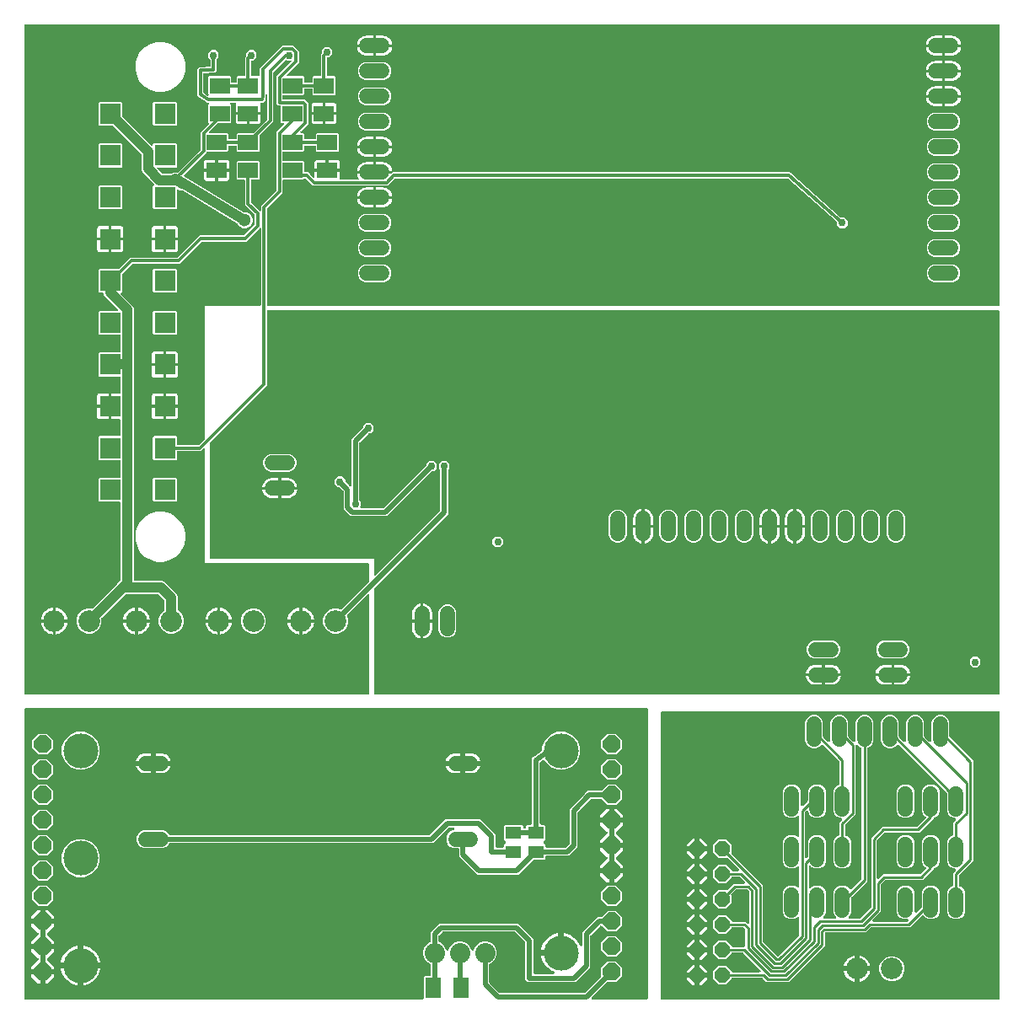
<source format=gbr>
G04 EAGLE Gerber X2 export*
G75*
%MOMM*%
%FSLAX34Y34*%
%LPD*%
%AMOC8*
5,1,8,0,0,1.08239X$1,22.5*%
G01*
%ADD10C,3.500000*%
%ADD11C,2.032000*%
%ADD12P,1.924489X8X22.500000*%
%ADD13R,1.600000X2.000000*%
%ADD14C,1.508000*%
%ADD15R,1.600000X1.300000*%
%ADD16R,2.100000X2.100000*%
%ADD17C,2.184400*%
%ADD18C,1.524000*%
%ADD19R,2.000000X1.600000*%
%ADD20P,1.649562X8X112.500000*%
%ADD21C,0.500000*%
%ADD22C,1.000000*%
%ADD23C,0.756400*%
%ADD24C,1.300000*%
%ADD25C,0.300000*%
%ADD26C,0.250000*%

G36*
X355624Y316755D02*
X355624Y316755D01*
X355649Y316752D01*
X355744Y316775D01*
X355841Y316790D01*
X355862Y316802D01*
X355886Y316808D01*
X355970Y316859D01*
X356056Y316905D01*
X356073Y316923D01*
X356094Y316936D01*
X356156Y317012D01*
X356223Y317084D01*
X356233Y317106D01*
X356249Y317125D01*
X356283Y317216D01*
X356324Y317306D01*
X356326Y317330D01*
X356335Y317353D01*
X356349Y317500D01*
X356349Y416574D01*
X356337Y416646D01*
X356335Y416719D01*
X356318Y416766D01*
X356310Y416814D01*
X356275Y416879D01*
X356249Y416948D01*
X356218Y416986D01*
X356195Y417030D01*
X356141Y417080D01*
X356094Y417137D01*
X356052Y417163D01*
X356017Y417196D01*
X355950Y417227D01*
X355887Y417266D01*
X355839Y417277D01*
X355794Y417297D01*
X355721Y417304D01*
X355650Y417321D01*
X355601Y417316D01*
X355551Y417321D01*
X355480Y417305D01*
X355407Y417297D01*
X355362Y417277D01*
X355314Y417266D01*
X355251Y417227D01*
X355184Y417197D01*
X355128Y417150D01*
X355106Y417137D01*
X355096Y417124D01*
X355070Y417103D01*
X334347Y396381D01*
X334268Y396270D01*
X334206Y396183D01*
X334205Y396183D01*
X334205Y396182D01*
X334171Y396071D01*
X334134Y395949D01*
X334138Y395824D01*
X334142Y395705D01*
X334143Y395704D01*
X334185Y395564D01*
X335247Y393001D01*
X335247Y388049D01*
X333352Y383475D01*
X329850Y379973D01*
X325276Y378078D01*
X320324Y378078D01*
X315750Y379973D01*
X312248Y383475D01*
X310353Y388049D01*
X310353Y393001D01*
X312248Y397575D01*
X315750Y401077D01*
X320324Y402972D01*
X325276Y402972D01*
X327839Y401910D01*
X327954Y401883D01*
X328076Y401855D01*
X328077Y401855D01*
X328208Y401867D01*
X328319Y401878D01*
X328320Y401878D01*
X328430Y401928D01*
X328541Y401979D01*
X328542Y401979D01*
X328542Y401980D01*
X328656Y402072D01*
X356130Y429547D01*
X356187Y429626D01*
X356249Y429701D01*
X356257Y429725D01*
X356272Y429745D01*
X356300Y429838D01*
X356335Y429929D01*
X356338Y429962D01*
X356343Y429978D01*
X356342Y430003D01*
X356349Y430076D01*
X356349Y447675D01*
X356345Y447699D01*
X356348Y447724D01*
X356326Y447819D01*
X356310Y447916D01*
X356298Y447937D01*
X356292Y447961D01*
X356241Y448045D01*
X356195Y448131D01*
X356177Y448148D01*
X356164Y448169D01*
X356088Y448231D01*
X356017Y448298D01*
X355994Y448308D01*
X355975Y448324D01*
X355884Y448358D01*
X355794Y448399D01*
X355770Y448401D01*
X355747Y448410D01*
X355600Y448424D01*
X191249Y448424D01*
X191249Y562988D01*
X191237Y563060D01*
X191235Y563134D01*
X191218Y563180D01*
X191210Y563229D01*
X191175Y563293D01*
X191149Y563362D01*
X191118Y563400D01*
X191095Y563444D01*
X191041Y563494D01*
X190994Y563551D01*
X190952Y563577D01*
X190917Y563611D01*
X190850Y563641D01*
X190787Y563680D01*
X190739Y563691D01*
X190694Y563711D01*
X190621Y563719D01*
X190550Y563735D01*
X190501Y563731D01*
X190451Y563735D01*
X190380Y563719D01*
X190307Y563712D01*
X190262Y563691D01*
X190214Y563680D01*
X190151Y563641D01*
X190084Y563611D01*
X190028Y563565D01*
X190006Y563552D01*
X189996Y563539D01*
X189970Y563518D01*
X187628Y561175D01*
X164099Y561175D01*
X164075Y561171D01*
X164050Y561174D01*
X163955Y561152D01*
X163858Y561136D01*
X163837Y561124D01*
X163813Y561118D01*
X163729Y561067D01*
X163643Y561021D01*
X163626Y561003D01*
X163605Y560990D01*
X163543Y560914D01*
X163476Y560843D01*
X163466Y560820D01*
X163450Y560801D01*
X163416Y560710D01*
X163375Y560620D01*
X163373Y560596D01*
X163364Y560573D01*
X163350Y560426D01*
X163350Y553068D01*
X162457Y552175D01*
X140193Y552175D01*
X139300Y553068D01*
X139300Y575332D01*
X140193Y576225D01*
X162457Y576225D01*
X163350Y575332D01*
X163350Y567974D01*
X163354Y567950D01*
X163351Y567925D01*
X163373Y567830D01*
X163389Y567733D01*
X163401Y567712D01*
X163407Y567688D01*
X163458Y567604D01*
X163504Y567518D01*
X163522Y567501D01*
X163535Y567480D01*
X163611Y567418D01*
X163682Y567351D01*
X163705Y567341D01*
X163724Y567325D01*
X163815Y567291D01*
X163905Y567250D01*
X163929Y567248D01*
X163952Y567239D01*
X164099Y567225D01*
X184812Y567225D01*
X184908Y567241D01*
X185005Y567250D01*
X185028Y567260D01*
X185053Y567264D01*
X185139Y567310D01*
X185227Y567351D01*
X185253Y567372D01*
X185268Y567379D01*
X185285Y567398D01*
X185342Y567444D01*
X191030Y573132D01*
X191087Y573212D01*
X191149Y573287D01*
X191157Y573310D01*
X191172Y573331D01*
X191200Y573424D01*
X191235Y573515D01*
X191238Y573548D01*
X191243Y573564D01*
X191242Y573589D01*
X191249Y573662D01*
X191249Y707276D01*
X247051Y707276D01*
X247075Y707280D01*
X247100Y707277D01*
X247195Y707300D01*
X247292Y707315D01*
X247313Y707327D01*
X247337Y707333D01*
X247421Y707384D01*
X247507Y707430D01*
X247524Y707448D01*
X247545Y707461D01*
X247607Y707537D01*
X247674Y707609D01*
X247684Y707631D01*
X247700Y707650D01*
X247734Y707741D01*
X247775Y707831D01*
X247777Y707855D01*
X247786Y707878D01*
X247800Y708025D01*
X247800Y784639D01*
X247788Y784711D01*
X247786Y784785D01*
X247769Y784831D01*
X247761Y784880D01*
X247726Y784944D01*
X247700Y785013D01*
X247669Y785051D01*
X247646Y785095D01*
X247592Y785145D01*
X247545Y785202D01*
X247504Y785228D01*
X247468Y785262D01*
X247401Y785292D01*
X247338Y785331D01*
X247290Y785342D01*
X247245Y785362D01*
X247172Y785370D01*
X247101Y785386D01*
X247052Y785382D01*
X247002Y785387D01*
X246931Y785370D01*
X246858Y785363D01*
X246813Y785342D01*
X246765Y785331D01*
X246702Y785292D01*
X246635Y785262D01*
X246579Y785216D01*
X246557Y785203D01*
X246547Y785190D01*
X246521Y785169D01*
X235019Y773667D01*
X233028Y771675D01*
X188888Y771675D01*
X188792Y771659D01*
X188695Y771650D01*
X188672Y771640D01*
X188647Y771636D01*
X188561Y771590D01*
X188473Y771549D01*
X188447Y771528D01*
X188432Y771521D01*
X188415Y771502D01*
X188358Y771456D01*
X166353Y749450D01*
X119038Y749450D01*
X118942Y749434D01*
X118845Y749425D01*
X118822Y749415D01*
X118797Y749411D01*
X118711Y749365D01*
X118623Y749324D01*
X118597Y749303D01*
X118582Y749296D01*
X118565Y749277D01*
X118508Y749231D01*
X108569Y739292D01*
X108512Y739212D01*
X108450Y739137D01*
X108442Y739114D01*
X108427Y739093D01*
X108399Y739000D01*
X108364Y738909D01*
X108361Y738876D01*
X108356Y738860D01*
X108357Y738835D01*
X108350Y738762D01*
X108350Y721068D01*
X107428Y720146D01*
X107420Y720144D01*
X107371Y720136D01*
X107307Y720101D01*
X107238Y720075D01*
X107200Y720044D01*
X107156Y720021D01*
X107106Y719967D01*
X107049Y719920D01*
X107023Y719878D01*
X106989Y719843D01*
X106959Y719776D01*
X106920Y719713D01*
X106909Y719665D01*
X106889Y719620D01*
X106881Y719547D01*
X106865Y719476D01*
X106869Y719427D01*
X106865Y719377D01*
X106881Y719306D01*
X106888Y719233D01*
X106909Y719188D01*
X106920Y719140D01*
X106959Y719077D01*
X106989Y719010D01*
X107035Y718954D01*
X107048Y718932D01*
X107061Y718922D01*
X107082Y718896D01*
X116940Y709039D01*
X118880Y707098D01*
X119874Y704700D01*
X119874Y431661D01*
X119878Y431637D01*
X119875Y431613D01*
X119897Y431517D01*
X119913Y431421D01*
X119925Y431399D01*
X119931Y431375D01*
X119982Y431292D01*
X120028Y431206D01*
X120046Y431189D01*
X120059Y431168D01*
X120135Y431106D01*
X120206Y431039D01*
X120229Y431029D01*
X120248Y431013D01*
X120339Y430978D01*
X120429Y430938D01*
X120453Y430935D01*
X120476Y430927D01*
X120623Y430912D01*
X148410Y430912D01*
X150808Y429919D01*
X163231Y417496D01*
X164225Y415098D01*
X164225Y401795D01*
X164245Y401672D01*
X164264Y401555D01*
X164264Y401554D01*
X164321Y401448D01*
X164379Y401340D01*
X164379Y401339D01*
X164474Y401251D01*
X164557Y401173D01*
X164557Y401172D01*
X164558Y401172D01*
X164687Y401103D01*
X164750Y401077D01*
X168252Y397575D01*
X170147Y393001D01*
X170147Y388049D01*
X168252Y383475D01*
X164750Y379973D01*
X160176Y378078D01*
X155224Y378078D01*
X150650Y379973D01*
X147148Y383475D01*
X145253Y388049D01*
X145253Y393001D01*
X147148Y397575D01*
X150650Y401077D01*
X150712Y401103D01*
X150713Y401103D01*
X150794Y401154D01*
X150920Y401231D01*
X150920Y401232D01*
X150988Y401315D01*
X151075Y401420D01*
X151112Y401519D01*
X151161Y401648D01*
X151161Y401649D01*
X151175Y401795D01*
X151175Y410787D01*
X151159Y410883D01*
X151150Y410980D01*
X151140Y411003D01*
X151136Y411028D01*
X151090Y411114D01*
X151049Y411203D01*
X151028Y411228D01*
X151021Y411243D01*
X151002Y411260D01*
X150956Y411317D01*
X144629Y417643D01*
X144550Y417700D01*
X144475Y417762D01*
X144451Y417771D01*
X144431Y417785D01*
X144338Y417814D01*
X144246Y417848D01*
X144213Y417851D01*
X144197Y417856D01*
X144173Y417856D01*
X144100Y417863D01*
X112025Y417863D01*
X111929Y417847D01*
X111832Y417837D01*
X111809Y417827D01*
X111785Y417823D01*
X111699Y417777D01*
X111610Y417737D01*
X111584Y417716D01*
X111570Y417708D01*
X111553Y417690D01*
X111496Y417643D01*
X87733Y393881D01*
X87651Y393767D01*
X87591Y393683D01*
X87591Y393682D01*
X87556Y393568D01*
X87520Y393449D01*
X87524Y393326D01*
X87528Y393205D01*
X87528Y393204D01*
X87571Y393064D01*
X87597Y393001D01*
X87597Y388049D01*
X85702Y383475D01*
X82200Y379973D01*
X77626Y378078D01*
X72674Y378078D01*
X68100Y379973D01*
X64598Y383475D01*
X62703Y388049D01*
X62703Y393001D01*
X64598Y397575D01*
X68100Y401077D01*
X72674Y402972D01*
X77626Y402972D01*
X77689Y402946D01*
X77802Y402919D01*
X77926Y402890D01*
X77927Y402890D01*
X78049Y402902D01*
X78169Y402914D01*
X78274Y402961D01*
X78391Y403014D01*
X78392Y403015D01*
X78506Y403108D01*
X103376Y427978D01*
X105422Y430024D01*
X106605Y431207D01*
X106661Y431286D01*
X106724Y431362D01*
X106732Y431385D01*
X106747Y431406D01*
X106775Y431499D01*
X106810Y431590D01*
X106813Y431623D01*
X106818Y431639D01*
X106817Y431664D01*
X106824Y431737D01*
X106824Y509426D01*
X106820Y509450D01*
X106823Y509475D01*
X106801Y509570D01*
X106785Y509667D01*
X106773Y509688D01*
X106767Y509712D01*
X106716Y509796D01*
X106670Y509882D01*
X106652Y509899D01*
X106639Y509920D01*
X106563Y509982D01*
X106492Y510049D01*
X106469Y510059D01*
X106450Y510075D01*
X106359Y510109D01*
X106269Y510150D01*
X106245Y510152D01*
X106222Y510161D01*
X106075Y510175D01*
X85193Y510175D01*
X84300Y511068D01*
X84300Y533332D01*
X85193Y534225D01*
X106075Y534225D01*
X106099Y534229D01*
X106124Y534226D01*
X106219Y534248D01*
X106316Y534264D01*
X106337Y534276D01*
X106361Y534282D01*
X106445Y534333D01*
X106531Y534379D01*
X106548Y534397D01*
X106569Y534410D01*
X106631Y534486D01*
X106698Y534557D01*
X106708Y534580D01*
X106724Y534599D01*
X106758Y534690D01*
X106799Y534780D01*
X106801Y534804D01*
X106810Y534827D01*
X106824Y534974D01*
X106824Y551426D01*
X106820Y551450D01*
X106823Y551475D01*
X106801Y551570D01*
X106785Y551667D01*
X106773Y551688D01*
X106767Y551712D01*
X106716Y551796D01*
X106670Y551882D01*
X106652Y551899D01*
X106639Y551920D01*
X106563Y551982D01*
X106492Y552049D01*
X106469Y552059D01*
X106450Y552075D01*
X106359Y552109D01*
X106269Y552150D01*
X106245Y552152D01*
X106222Y552161D01*
X106075Y552175D01*
X85193Y552175D01*
X84300Y553068D01*
X84300Y575332D01*
X85193Y576225D01*
X106075Y576225D01*
X106099Y576229D01*
X106124Y576226D01*
X106219Y576248D01*
X106316Y576264D01*
X106337Y576276D01*
X106361Y576282D01*
X106445Y576333D01*
X106531Y576379D01*
X106548Y576397D01*
X106569Y576410D01*
X106631Y576486D01*
X106698Y576557D01*
X106708Y576580D01*
X106724Y576599D01*
X106758Y576690D01*
X106799Y576780D01*
X106801Y576804D01*
X106810Y576827D01*
X106824Y576974D01*
X106824Y592410D01*
X106820Y592434D01*
X106823Y592459D01*
X106801Y592554D01*
X106785Y592651D01*
X106773Y592672D01*
X106767Y592696D01*
X106716Y592780D01*
X106670Y592866D01*
X106652Y592883D01*
X106639Y592904D01*
X106563Y592966D01*
X106492Y593033D01*
X106469Y593043D01*
X106450Y593059D01*
X106359Y593093D01*
X106269Y593134D01*
X106245Y593136D01*
X106222Y593145D01*
X106075Y593159D01*
X97824Y593159D01*
X97824Y605450D01*
X97820Y605474D01*
X97823Y605498D01*
X97800Y605594D01*
X97784Y605691D01*
X97773Y605712D01*
X97767Y605736D01*
X97716Y605819D01*
X97669Y605906D01*
X97652Y605923D01*
X97639Y605943D01*
X97563Y606006D01*
X97491Y606073D01*
X97469Y606083D01*
X97450Y606098D01*
X97359Y606133D01*
X97269Y606173D01*
X97245Y606176D01*
X97222Y606185D01*
X97075Y606199D01*
X96324Y606199D01*
X96324Y606201D01*
X97075Y606201D01*
X97099Y606205D01*
X97123Y606202D01*
X97219Y606225D01*
X97316Y606241D01*
X97337Y606252D01*
X97361Y606258D01*
X97445Y606309D01*
X97531Y606356D01*
X97548Y606373D01*
X97568Y606386D01*
X97631Y606462D01*
X97698Y606534D01*
X97708Y606556D01*
X97723Y606575D01*
X97758Y606667D01*
X97799Y606756D01*
X97801Y606780D01*
X97810Y606803D01*
X97824Y606950D01*
X97824Y619241D01*
X106075Y619241D01*
X106099Y619245D01*
X106124Y619242D01*
X106219Y619264D01*
X106316Y619280D01*
X106337Y619292D01*
X106361Y619298D01*
X106445Y619349D01*
X106531Y619395D01*
X106548Y619413D01*
X106569Y619426D01*
X106631Y619502D01*
X106698Y619573D01*
X106708Y619596D01*
X106724Y619615D01*
X106758Y619706D01*
X106799Y619796D01*
X106801Y619820D01*
X106810Y619843D01*
X106824Y619990D01*
X106824Y635426D01*
X106820Y635450D01*
X106823Y635475D01*
X106801Y635570D01*
X106785Y635667D01*
X106773Y635688D01*
X106767Y635712D01*
X106716Y635796D01*
X106670Y635882D01*
X106652Y635899D01*
X106639Y635920D01*
X106563Y635982D01*
X106492Y636049D01*
X106469Y636059D01*
X106450Y636075D01*
X106359Y636109D01*
X106269Y636150D01*
X106245Y636152D01*
X106222Y636161D01*
X106075Y636175D01*
X85193Y636175D01*
X84300Y637068D01*
X84300Y659332D01*
X85193Y660225D01*
X106075Y660225D01*
X106099Y660229D01*
X106124Y660226D01*
X106219Y660248D01*
X106316Y660264D01*
X106337Y660276D01*
X106361Y660282D01*
X106445Y660333D01*
X106531Y660379D01*
X106548Y660397D01*
X106569Y660410D01*
X106631Y660486D01*
X106698Y660557D01*
X106708Y660580D01*
X106724Y660599D01*
X106758Y660690D01*
X106799Y660780D01*
X106801Y660804D01*
X106810Y660827D01*
X106824Y660974D01*
X106824Y677426D01*
X106820Y677450D01*
X106823Y677475D01*
X106801Y677570D01*
X106785Y677667D01*
X106773Y677688D01*
X106767Y677712D01*
X106716Y677796D01*
X106670Y677882D01*
X106652Y677899D01*
X106639Y677920D01*
X106563Y677982D01*
X106492Y678049D01*
X106469Y678059D01*
X106450Y678075D01*
X106359Y678109D01*
X106269Y678150D01*
X106245Y678152D01*
X106222Y678161D01*
X106075Y678175D01*
X85193Y678175D01*
X84300Y679068D01*
X84300Y701332D01*
X85193Y702225D01*
X103490Y702225D01*
X103563Y702237D01*
X103636Y702239D01*
X103682Y702256D01*
X103731Y702264D01*
X103796Y702299D01*
X103865Y702325D01*
X103903Y702356D01*
X103946Y702379D01*
X103997Y702433D01*
X104053Y702480D01*
X104079Y702521D01*
X104113Y702557D01*
X104144Y702624D01*
X104182Y702687D01*
X104194Y702735D01*
X104214Y702780D01*
X104221Y702853D01*
X104238Y702924D01*
X104233Y702973D01*
X104238Y703023D01*
X104221Y703094D01*
X104214Y703167D01*
X104194Y703212D01*
X104183Y703260D01*
X104144Y703323D01*
X104114Y703390D01*
X104067Y703446D01*
X104054Y703468D01*
X104041Y703478D01*
X104020Y703504D01*
X90794Y716730D01*
X89800Y719128D01*
X89800Y719426D01*
X89796Y719450D01*
X89799Y719475D01*
X89777Y719570D01*
X89761Y719667D01*
X89749Y719688D01*
X89743Y719712D01*
X89692Y719796D01*
X89646Y719882D01*
X89628Y719899D01*
X89615Y719920D01*
X89539Y719982D01*
X89468Y720049D01*
X89445Y720059D01*
X89426Y720075D01*
X89335Y720109D01*
X89245Y720150D01*
X89221Y720152D01*
X89198Y720161D01*
X89051Y720175D01*
X85193Y720175D01*
X84300Y721068D01*
X84300Y743332D01*
X85193Y744225D01*
X104637Y744225D01*
X104733Y744241D01*
X104830Y744250D01*
X104853Y744260D01*
X104878Y744264D01*
X104964Y744310D01*
X105052Y744351D01*
X105078Y744372D01*
X105093Y744379D01*
X105110Y744398D01*
X105167Y744444D01*
X116222Y755500D01*
X163537Y755500D01*
X163633Y755516D01*
X163730Y755525D01*
X163753Y755535D01*
X163778Y755539D01*
X163864Y755585D01*
X163952Y755626D01*
X163978Y755647D01*
X163993Y755654D01*
X164010Y755673D01*
X164067Y755719D01*
X186072Y777725D01*
X230212Y777725D01*
X230308Y777741D01*
X230405Y777750D01*
X230428Y777760D01*
X230453Y777764D01*
X230539Y777810D01*
X230627Y777851D01*
X230653Y777872D01*
X230668Y777879D01*
X230685Y777898D01*
X230742Y777944D01*
X241231Y788433D01*
X241288Y788513D01*
X241350Y788588D01*
X241358Y788611D01*
X241373Y788632D01*
X241401Y788725D01*
X241436Y788816D01*
X241439Y788849D01*
X241444Y788865D01*
X241443Y788890D01*
X241450Y788963D01*
X241450Y798537D01*
X241447Y798554D01*
X241449Y798567D01*
X241437Y798618D01*
X241434Y798633D01*
X241425Y798730D01*
X241415Y798753D01*
X241411Y798778D01*
X241365Y798864D01*
X241324Y798952D01*
X241303Y798978D01*
X241296Y798993D01*
X241277Y799010D01*
X241231Y799067D01*
X231925Y808372D01*
X231925Y832976D01*
X231921Y833000D01*
X231924Y833025D01*
X231902Y833120D01*
X231886Y833217D01*
X231874Y833238D01*
X231868Y833262D01*
X231817Y833346D01*
X231771Y833432D01*
X231753Y833449D01*
X231740Y833470D01*
X231664Y833532D01*
X231593Y833599D01*
X231570Y833609D01*
X231551Y833625D01*
X231460Y833659D01*
X231370Y833700D01*
X231346Y833702D01*
X231323Y833711D01*
X231176Y833725D01*
X224318Y833725D01*
X223425Y834618D01*
X223425Y851882D01*
X224318Y852775D01*
X245582Y852775D01*
X246475Y851882D01*
X246475Y834618D01*
X245582Y833725D01*
X238724Y833725D01*
X238700Y833721D01*
X238675Y833724D01*
X238580Y833702D01*
X238483Y833686D01*
X238462Y833674D01*
X238438Y833668D01*
X238354Y833617D01*
X238268Y833571D01*
X238251Y833553D01*
X238230Y833540D01*
X238168Y833464D01*
X238101Y833393D01*
X238091Y833370D01*
X238075Y833351D01*
X238041Y833260D01*
X238000Y833170D01*
X237998Y833146D01*
X237989Y833123D01*
X237975Y832976D01*
X237975Y811188D01*
X237991Y811092D01*
X238000Y810995D01*
X238010Y810972D01*
X238014Y810947D01*
X238060Y810861D01*
X238101Y810773D01*
X238122Y810747D01*
X238129Y810732D01*
X238148Y810715D01*
X238194Y810658D01*
X245508Y803344D01*
X245509Y803344D01*
X246521Y802331D01*
X246581Y802289D01*
X246635Y802238D01*
X246679Y802218D01*
X246720Y802189D01*
X246790Y802168D01*
X246857Y802138D01*
X246906Y802133D01*
X246953Y802118D01*
X247026Y802121D01*
X247100Y802113D01*
X247148Y802125D01*
X247197Y802126D01*
X247266Y802152D01*
X247337Y802169D01*
X247379Y802195D01*
X247425Y802212D01*
X247482Y802259D01*
X247545Y802297D01*
X247576Y802336D01*
X247614Y802367D01*
X247653Y802429D01*
X247700Y802486D01*
X247717Y802532D01*
X247743Y802574D01*
X247760Y802645D01*
X247786Y802714D01*
X247793Y802787D01*
X247799Y802812D01*
X247797Y802828D01*
X247800Y802861D01*
X247800Y807703D01*
X263132Y823034D01*
X263189Y823114D01*
X263251Y823189D01*
X263259Y823212D01*
X263274Y823233D01*
X263302Y823326D01*
X263337Y823417D01*
X263340Y823450D01*
X263345Y823466D01*
X263344Y823491D01*
X263351Y823564D01*
X263351Y881755D01*
X265343Y883747D01*
X271192Y889596D01*
X271235Y889656D01*
X271285Y889710D01*
X271305Y889754D01*
X271334Y889795D01*
X271356Y889865D01*
X271386Y889932D01*
X271391Y889981D01*
X271405Y890028D01*
X271403Y890101D01*
X271410Y890175D01*
X271399Y890223D01*
X271397Y890272D01*
X271371Y890341D01*
X271355Y890412D01*
X271329Y890454D01*
X271311Y890500D01*
X271265Y890557D01*
X271226Y890620D01*
X271188Y890651D01*
X271157Y890689D01*
X271094Y890728D01*
X271038Y890775D01*
X270991Y890792D01*
X270950Y890818D01*
X270878Y890835D01*
X270809Y890861D01*
X270736Y890868D01*
X270712Y890874D01*
X270695Y890872D01*
X270662Y890875D01*
X268768Y890875D01*
X267875Y891768D01*
X267875Y907650D01*
X267871Y907674D01*
X267874Y907699D01*
X267852Y907794D01*
X267836Y907891D01*
X267824Y907912D01*
X267818Y907936D01*
X267767Y908020D01*
X267721Y908106D01*
X267703Y908123D01*
X267690Y908144D01*
X267614Y908206D01*
X267543Y908273D01*
X267520Y908283D01*
X267501Y908299D01*
X267410Y908333D01*
X267320Y908374D01*
X267296Y908376D01*
X267273Y908385D01*
X267126Y908399D01*
X265123Y908399D01*
X263351Y910171D01*
X263351Y937454D01*
X265343Y939445D01*
X278162Y952264D01*
X278205Y952324D01*
X278255Y952378D01*
X278275Y952422D01*
X278304Y952463D01*
X278325Y952533D01*
X278356Y952600D01*
X278361Y952649D01*
X278375Y952696D01*
X278372Y952769D01*
X278380Y952843D01*
X278369Y952891D01*
X278367Y952940D01*
X278341Y953009D01*
X278324Y953080D01*
X278298Y953122D01*
X278281Y953168D01*
X278235Y953225D01*
X278196Y953288D01*
X278158Y953319D01*
X278126Y953357D01*
X278064Y953396D01*
X278007Y953443D01*
X277961Y953460D01*
X277919Y953486D01*
X277848Y953503D01*
X277779Y953529D01*
X277706Y953536D01*
X277682Y953542D01*
X277665Y953540D01*
X277632Y953543D01*
X274027Y953543D01*
X273554Y954016D01*
X273534Y954031D01*
X273518Y954050D01*
X273435Y954101D01*
X273355Y954159D01*
X273332Y954166D01*
X273311Y954179D01*
X273216Y954201D01*
X273122Y954229D01*
X273097Y954229D01*
X273074Y954234D01*
X272976Y954225D01*
X272878Y954222D01*
X272855Y954213D01*
X272831Y954211D01*
X272741Y954170D01*
X272650Y954136D01*
X272631Y954120D01*
X272608Y954110D01*
X272494Y954016D01*
X260419Y941942D01*
X260362Y941862D01*
X260300Y941787D01*
X260292Y941764D01*
X260277Y941743D01*
X260249Y941650D01*
X260214Y941559D01*
X260211Y941526D01*
X260206Y941510D01*
X260207Y941485D01*
X260200Y941412D01*
X260200Y892222D01*
X258208Y890231D01*
X246694Y878717D01*
X246637Y878637D01*
X246575Y878562D01*
X246567Y878539D01*
X246552Y878518D01*
X246524Y878425D01*
X246489Y878334D01*
X246486Y878301D01*
X246481Y878285D01*
X246482Y878260D01*
X246475Y878187D01*
X246475Y862618D01*
X245582Y861725D01*
X224318Y861725D01*
X223425Y862618D01*
X223425Y867476D01*
X223423Y867490D01*
X223424Y867498D01*
X223422Y867506D01*
X223424Y867525D01*
X223402Y867620D01*
X223386Y867717D01*
X223374Y867738D01*
X223368Y867762D01*
X223317Y867846D01*
X223271Y867932D01*
X223253Y867949D01*
X223240Y867970D01*
X223164Y868032D01*
X223093Y868099D01*
X223070Y868109D01*
X223051Y868125D01*
X222960Y868159D01*
X222870Y868200D01*
X222846Y868202D01*
X222823Y868211D01*
X222676Y868225D01*
X215474Y868225D01*
X215450Y868221D01*
X215425Y868224D01*
X215330Y868202D01*
X215233Y868186D01*
X215212Y868174D01*
X215188Y868168D01*
X215104Y868117D01*
X215018Y868071D01*
X215001Y868053D01*
X214980Y868040D01*
X214918Y867964D01*
X214851Y867893D01*
X214841Y867870D01*
X214825Y867851D01*
X214791Y867760D01*
X214750Y867670D01*
X214748Y867646D01*
X214739Y867623D01*
X214725Y867476D01*
X214725Y862618D01*
X213832Y861725D01*
X193786Y861725D01*
X193690Y861709D01*
X193593Y861700D01*
X193570Y861690D01*
X193545Y861686D01*
X193459Y861640D01*
X193371Y861599D01*
X193345Y861578D01*
X193330Y861571D01*
X193313Y861552D01*
X193256Y861506D01*
X170116Y838366D01*
X170048Y838271D01*
X169979Y838177D01*
X169977Y838172D01*
X169974Y838167D01*
X169940Y838056D01*
X169905Y837945D01*
X169905Y837939D01*
X169903Y837934D01*
X169907Y837818D01*
X169909Y837701D01*
X169911Y837696D01*
X169911Y837690D01*
X169952Y837581D01*
X169991Y837471D01*
X169995Y837467D01*
X169997Y837461D01*
X170071Y837371D01*
X170143Y837280D01*
X170149Y837276D01*
X170152Y837273D01*
X170163Y837266D01*
X170262Y837192D01*
X230590Y801182D01*
X230594Y801180D01*
X230598Y801177D01*
X230708Y801135D01*
X230817Y801092D01*
X230822Y801092D01*
X230827Y801090D01*
X230974Y801076D01*
X233077Y801076D01*
X236026Y799854D01*
X238284Y797597D01*
X239505Y794647D01*
X239505Y791455D01*
X238284Y788505D01*
X236026Y786248D01*
X233077Y785026D01*
X229884Y785026D01*
X226935Y786248D01*
X224677Y788505D01*
X224218Y789615D01*
X224195Y789652D01*
X224180Y789693D01*
X224131Y789755D01*
X224089Y789822D01*
X224056Y789850D01*
X224029Y789884D01*
X223910Y789971D01*
X168985Y822757D01*
X168943Y822774D01*
X168905Y822799D01*
X168830Y822818D01*
X168758Y822846D01*
X168713Y822849D01*
X168669Y822860D01*
X168521Y822859D01*
X167752Y822777D01*
X167512Y822847D01*
X167479Y822851D01*
X167448Y822863D01*
X167301Y822878D01*
X167051Y822878D01*
X166210Y823226D01*
X166187Y823231D01*
X166135Y823253D01*
X165262Y823509D01*
X165068Y823666D01*
X165038Y823683D01*
X165014Y823706D01*
X164884Y823775D01*
X164653Y823871D01*
X164629Y823895D01*
X164569Y823938D01*
X164515Y823988D01*
X164471Y824009D01*
X164431Y824037D01*
X164360Y824059D01*
X164293Y824089D01*
X164244Y824094D01*
X164197Y824108D01*
X164124Y824106D01*
X164050Y824113D01*
X164002Y824102D01*
X163953Y824100D01*
X163884Y824074D01*
X163813Y824058D01*
X163771Y824032D01*
X163725Y824014D01*
X163668Y823968D01*
X163605Y823929D01*
X163574Y823891D01*
X163536Y823860D01*
X163497Y823797D01*
X163450Y823741D01*
X163433Y823695D01*
X163407Y823653D01*
X163390Y823581D01*
X163364Y823512D01*
X163357Y823439D01*
X163351Y823415D01*
X163353Y823398D01*
X163350Y823365D01*
X163350Y805068D01*
X162457Y804175D01*
X140193Y804175D01*
X139300Y805068D01*
X139300Y827332D01*
X140222Y828254D01*
X140230Y828256D01*
X140279Y828264D01*
X140343Y828299D01*
X140412Y828325D01*
X140450Y828356D01*
X140494Y828379D01*
X140544Y828433D01*
X140601Y828480D01*
X140627Y828521D01*
X140661Y828557D01*
X140691Y828624D01*
X140730Y828687D01*
X140741Y828735D01*
X140761Y828780D01*
X140769Y828853D01*
X140785Y828924D01*
X140781Y828973D01*
X140785Y829023D01*
X140769Y829094D01*
X140762Y829167D01*
X140741Y829212D01*
X140730Y829260D01*
X140691Y829323D01*
X140661Y829390D01*
X140615Y829446D01*
X140602Y829468D01*
X140589Y829478D01*
X140568Y829504D01*
X140438Y829633D01*
X128770Y841302D01*
X127776Y843700D01*
X127776Y859211D01*
X127772Y859234D01*
X127775Y859256D01*
X127759Y859326D01*
X127751Y859404D01*
X127741Y859427D01*
X127737Y859452D01*
X127724Y859476D01*
X127719Y859494D01*
X127686Y859548D01*
X127650Y859627D01*
X127629Y859652D01*
X127622Y859667D01*
X127603Y859684D01*
X127596Y859694D01*
X127591Y859701D01*
X127586Y859705D01*
X127557Y859741D01*
X99342Y887956D01*
X99262Y888013D01*
X99187Y888075D01*
X99164Y888083D01*
X99144Y888098D01*
X99050Y888126D01*
X98959Y888161D01*
X98926Y888164D01*
X98910Y888169D01*
X98885Y888168D01*
X98812Y888175D01*
X85193Y888175D01*
X84300Y889068D01*
X84300Y911332D01*
X85193Y912225D01*
X107457Y912225D01*
X108350Y911332D01*
X108350Y897713D01*
X108366Y897617D01*
X108375Y897520D01*
X108385Y897497D01*
X108389Y897472D01*
X108435Y897386D01*
X108476Y897297D01*
X108497Y897272D01*
X108504Y897257D01*
X108523Y897240D01*
X108569Y897183D01*
X137892Y867861D01*
X138021Y867731D01*
X138081Y867688D01*
X138135Y867638D01*
X138179Y867618D01*
X138219Y867589D01*
X138290Y867568D01*
X138357Y867537D01*
X138406Y867532D01*
X138453Y867518D01*
X138526Y867520D01*
X138600Y867513D01*
X138648Y867524D01*
X138697Y867526D01*
X138766Y867552D01*
X138837Y867568D01*
X138879Y867595D01*
X138925Y867612D01*
X138982Y867658D01*
X139045Y867697D01*
X139076Y867735D01*
X139114Y867766D01*
X139153Y867829D01*
X139200Y867886D01*
X139217Y867932D01*
X139243Y867974D01*
X139260Y868045D01*
X139286Y868114D01*
X139293Y868187D01*
X139299Y868211D01*
X139297Y868228D01*
X139300Y868261D01*
X139300Y869332D01*
X140193Y870225D01*
X162457Y870225D01*
X163350Y869332D01*
X163350Y847068D01*
X162457Y846175D01*
X144160Y846175D01*
X144087Y846163D01*
X144014Y846161D01*
X143968Y846144D01*
X143919Y846136D01*
X143854Y846101D01*
X143785Y846075D01*
X143747Y846044D01*
X143704Y846021D01*
X143653Y845967D01*
X143597Y845920D01*
X143571Y845879D01*
X143537Y845843D01*
X143506Y845776D01*
X143468Y845713D01*
X143456Y845665D01*
X143436Y845620D01*
X143429Y845547D01*
X143412Y845476D01*
X143417Y845427D01*
X143412Y845377D01*
X143429Y845306D01*
X143436Y845233D01*
X143456Y845188D01*
X143467Y845140D01*
X143506Y845077D01*
X143536Y845010D01*
X143583Y844954D01*
X143596Y844932D01*
X143609Y844922D01*
X143630Y844896D01*
X148558Y839968D01*
X148637Y839911D01*
X148712Y839849D01*
X148736Y839841D01*
X148756Y839826D01*
X148850Y839798D01*
X148941Y839763D01*
X148974Y839760D01*
X148990Y839755D01*
X149015Y839756D01*
X149088Y839749D01*
X157757Y839749D01*
X157868Y839767D01*
X157980Y839783D01*
X157991Y839787D01*
X157998Y839788D01*
X158014Y839797D01*
X158116Y839840D01*
X158425Y840009D01*
X158445Y840024D01*
X158514Y840066D01*
X159144Y840535D01*
X159509Y840627D01*
X159528Y840635D01*
X159548Y840638D01*
X159684Y840696D01*
X160015Y840876D01*
X160796Y840959D01*
X160819Y840966D01*
X160899Y840978D01*
X161661Y841170D01*
X162033Y841115D01*
X162054Y841116D01*
X162074Y841111D01*
X162222Y841112D01*
X162596Y841152D01*
X163349Y840930D01*
X163373Y840927D01*
X163452Y840907D01*
X163647Y840879D01*
X163677Y840879D01*
X163706Y840873D01*
X163799Y840882D01*
X163891Y840883D01*
X163920Y840893D01*
X163949Y840896D01*
X164034Y840934D01*
X164121Y840966D01*
X164144Y840985D01*
X164172Y840997D01*
X164286Y841090D01*
X186932Y863736D01*
X186989Y863816D01*
X187051Y863891D01*
X187059Y863914D01*
X187074Y863935D01*
X187102Y864028D01*
X187137Y864119D01*
X187140Y864152D01*
X187145Y864168D01*
X187144Y864193D01*
X187151Y864266D01*
X187151Y881755D01*
X195477Y890082D01*
X195492Y890102D01*
X195511Y890117D01*
X195562Y890200D01*
X195620Y890280D01*
X195627Y890303D01*
X195640Y890324D01*
X195662Y890420D01*
X195690Y890513D01*
X195690Y890538D01*
X195695Y890562D01*
X195686Y890659D01*
X195683Y890757D01*
X195674Y890780D01*
X195672Y890805D01*
X195631Y890894D01*
X195597Y890986D01*
X195581Y891005D01*
X195571Y891027D01*
X195477Y891141D01*
X194850Y891768D01*
X194850Y909032D01*
X195591Y909773D01*
X195615Y909806D01*
X195645Y909832D01*
X195686Y909904D01*
X195733Y909971D01*
X195745Y910010D01*
X195765Y910045D01*
X195780Y910126D01*
X195804Y910204D01*
X195803Y910245D01*
X195811Y910285D01*
X195799Y910366D01*
X195796Y910448D01*
X195782Y910486D01*
X195777Y910526D01*
X195740Y910600D01*
X195711Y910677D01*
X195685Y910708D01*
X195667Y910744D01*
X195608Y910802D01*
X195556Y910865D01*
X195522Y910887D01*
X195493Y910915D01*
X195419Y910951D01*
X195349Y910994D01*
X195310Y911004D01*
X195273Y911021D01*
X195191Y911031D01*
X195111Y911050D01*
X195071Y911046D01*
X195031Y911051D01*
X194885Y911031D01*
X194619Y910966D01*
X194453Y911067D01*
X194445Y911070D01*
X194439Y911076D01*
X194333Y911116D01*
X194227Y911158D01*
X194219Y911159D01*
X194211Y911162D01*
X194064Y911176D01*
X193870Y911176D01*
X193303Y911743D01*
X193291Y911752D01*
X193281Y911764D01*
X193163Y911853D01*
X186332Y916013D01*
X186324Y916017D01*
X186317Y916022D01*
X186212Y916062D01*
X186106Y916105D01*
X186097Y916105D01*
X186089Y916108D01*
X185942Y916123D01*
X185748Y916123D01*
X185182Y916689D01*
X185169Y916698D01*
X185160Y916710D01*
X185042Y916799D01*
X184358Y917216D01*
X184312Y917404D01*
X184308Y917412D01*
X184308Y917421D01*
X184261Y917524D01*
X184216Y917629D01*
X184211Y917635D01*
X184207Y917643D01*
X184113Y917757D01*
X183976Y917895D01*
X183976Y918696D01*
X183974Y918711D01*
X183976Y918726D01*
X183955Y918872D01*
X183766Y919651D01*
X183867Y919817D01*
X183870Y919824D01*
X183876Y919831D01*
X183915Y919937D01*
X183958Y920043D01*
X183959Y920051D01*
X183962Y920059D01*
X183976Y920206D01*
X183976Y943955D01*
X183975Y943962D01*
X183976Y943974D01*
X183945Y945224D01*
X184829Y946108D01*
X184833Y946114D01*
X184842Y946121D01*
X185704Y947027D01*
X186954Y947027D01*
X186960Y947028D01*
X186972Y947028D01*
X196270Y947259D01*
X196285Y947262D01*
X196300Y947260D01*
X196404Y947284D01*
X196509Y947305D01*
X196522Y947312D01*
X196537Y947315D01*
X196629Y947372D01*
X196722Y947425D01*
X196732Y947436D01*
X196745Y947444D01*
X196813Y947527D01*
X196884Y947607D01*
X196890Y947621D01*
X196900Y947633D01*
X196937Y947733D01*
X196979Y947832D01*
X196980Y947847D01*
X196986Y947861D01*
X197000Y948008D01*
X197000Y954060D01*
X196984Y954156D01*
X196975Y954253D01*
X196965Y954276D01*
X196961Y954300D01*
X196915Y954386D01*
X196874Y954475D01*
X196853Y954501D01*
X196846Y954515D01*
X196827Y954532D01*
X196781Y954589D01*
X194718Y956652D01*
X194718Y961048D01*
X197827Y964157D01*
X202223Y964157D01*
X205332Y961048D01*
X205332Y956652D01*
X203269Y954589D01*
X203212Y954510D01*
X203150Y954435D01*
X203142Y954411D01*
X203127Y954391D01*
X203099Y954298D01*
X203064Y954206D01*
X203061Y954173D01*
X203056Y954157D01*
X203057Y954133D01*
X203050Y954060D01*
X203050Y944374D01*
X203051Y944368D01*
X203050Y944356D01*
X203081Y943105D01*
X202197Y942221D01*
X202193Y942216D01*
X202184Y942208D01*
X201322Y941302D01*
X200073Y941302D01*
X200066Y941301D01*
X200054Y941302D01*
X190756Y941070D01*
X190741Y941067D01*
X190726Y941069D01*
X190622Y941045D01*
X190517Y941025D01*
X190504Y941017D01*
X190489Y941014D01*
X190397Y940957D01*
X190304Y940904D01*
X190294Y940893D01*
X190281Y940885D01*
X190213Y940802D01*
X190142Y940722D01*
X190136Y940708D01*
X190126Y940697D01*
X190089Y940596D01*
X190047Y940498D01*
X190046Y940482D01*
X190040Y940468D01*
X190026Y940321D01*
X190026Y921268D01*
X190036Y921204D01*
X190037Y921139D01*
X190056Y921085D01*
X190065Y921027D01*
X190096Y920970D01*
X190117Y920909D01*
X190153Y920863D01*
X190180Y920812D01*
X190228Y920768D01*
X190267Y920717D01*
X190342Y920661D01*
X190358Y920645D01*
X190369Y920640D01*
X190385Y920628D01*
X194264Y918265D01*
X194295Y918253D01*
X194322Y918233D01*
X194407Y918208D01*
X194490Y918174D01*
X194524Y918172D01*
X194556Y918162D01*
X194645Y918165D01*
X194734Y918160D01*
X194766Y918169D01*
X194800Y918170D01*
X194883Y918202D01*
X194969Y918226D01*
X194997Y918245D01*
X195028Y918256D01*
X195097Y918313D01*
X195171Y918363D01*
X195191Y918390D01*
X195217Y918411D01*
X195264Y918487D01*
X195318Y918558D01*
X195328Y918590D01*
X195346Y918618D01*
X195366Y918705D01*
X195394Y918790D01*
X195394Y918823D01*
X195401Y918856D01*
X195393Y918944D01*
X195392Y919034D01*
X195381Y919065D01*
X195378Y919099D01*
X195341Y919180D01*
X195312Y919264D01*
X195291Y919290D01*
X195277Y919321D01*
X195184Y919435D01*
X194850Y919768D01*
X194850Y937032D01*
X195743Y937925D01*
X217007Y937925D01*
X217900Y937032D01*
X217900Y932174D01*
X217904Y932150D01*
X217901Y932125D01*
X217923Y932030D01*
X217939Y931933D01*
X217951Y931912D01*
X217957Y931888D01*
X218008Y931804D01*
X218054Y931718D01*
X218072Y931701D01*
X218085Y931680D01*
X218161Y931618D01*
X218232Y931551D01*
X218255Y931541D01*
X218274Y931525D01*
X218365Y931491D01*
X218455Y931450D01*
X218479Y931448D01*
X218502Y931439D01*
X218649Y931425D01*
X222676Y931425D01*
X222700Y931429D01*
X222725Y931426D01*
X222820Y931448D01*
X222917Y931464D01*
X222938Y931476D01*
X222962Y931482D01*
X223046Y931533D01*
X223132Y931579D01*
X223149Y931597D01*
X223170Y931610D01*
X223232Y931686D01*
X223299Y931757D01*
X223309Y931780D01*
X223325Y931799D01*
X223359Y931890D01*
X223400Y931980D01*
X223402Y932004D01*
X223411Y932027D01*
X223425Y932174D01*
X223425Y937032D01*
X224318Y937925D01*
X231176Y937925D01*
X231200Y937929D01*
X231225Y937926D01*
X231320Y937948D01*
X231417Y937964D01*
X231438Y937976D01*
X231462Y937982D01*
X231546Y938033D01*
X231632Y938079D01*
X231649Y938097D01*
X231670Y938110D01*
X231732Y938186D01*
X231799Y938257D01*
X231809Y938280D01*
X231825Y938299D01*
X231859Y938390D01*
X231900Y938480D01*
X231902Y938504D01*
X231911Y938527D01*
X231925Y938674D01*
X231925Y956928D01*
X232599Y957601D01*
X232646Y957668D01*
X232669Y957692D01*
X232675Y957704D01*
X232718Y957756D01*
X232726Y957779D01*
X232741Y957800D01*
X232769Y957893D01*
X232804Y957984D01*
X232807Y958017D01*
X232812Y958033D01*
X232811Y958058D01*
X232818Y958131D01*
X232818Y961048D01*
X235927Y964157D01*
X240323Y964157D01*
X243432Y961048D01*
X243432Y956652D01*
X240323Y953543D01*
X238724Y953543D01*
X238700Y953539D01*
X238675Y953542D01*
X238580Y953520D01*
X238483Y953504D01*
X238462Y953492D01*
X238438Y953486D01*
X238354Y953435D01*
X238268Y953389D01*
X238251Y953371D01*
X238230Y953358D01*
X238168Y953282D01*
X238101Y953211D01*
X238091Y953188D01*
X238075Y953169D01*
X238041Y953078D01*
X238000Y952988D01*
X237998Y952964D01*
X237989Y952941D01*
X237975Y952794D01*
X237975Y938674D01*
X237979Y938650D01*
X237976Y938625D01*
X237998Y938530D01*
X238014Y938433D01*
X238026Y938412D01*
X238032Y938388D01*
X238083Y938304D01*
X238129Y938218D01*
X238147Y938201D01*
X238160Y938180D01*
X238236Y938118D01*
X238307Y938051D01*
X238330Y938041D01*
X238349Y938025D01*
X238440Y937991D01*
X238530Y937950D01*
X238554Y937948D01*
X238577Y937939D01*
X238724Y937925D01*
X245702Y937925D01*
X245726Y937929D01*
X245751Y937926D01*
X245846Y937948D01*
X245943Y937964D01*
X245964Y937976D01*
X245988Y937982D01*
X246072Y938033D01*
X246158Y938079D01*
X246175Y938097D01*
X246196Y938110D01*
X246258Y938186D01*
X246325Y938257D01*
X246335Y938280D01*
X246351Y938299D01*
X246385Y938390D01*
X246426Y938480D01*
X246428Y938504D01*
X246437Y938527D01*
X246451Y938674D01*
X246451Y946154D01*
X268978Y968681D01*
X280297Y968681D01*
X286056Y962922D01*
X286056Y951603D01*
X273657Y939204D01*
X273614Y939144D01*
X273564Y939090D01*
X273543Y939046D01*
X273514Y939005D01*
X273493Y938935D01*
X273463Y938868D01*
X273458Y938819D01*
X273444Y938772D01*
X273446Y938699D01*
X273439Y938625D01*
X273450Y938577D01*
X273451Y938528D01*
X273477Y938459D01*
X273494Y938388D01*
X273520Y938346D01*
X273537Y938300D01*
X273584Y938243D01*
X273623Y938180D01*
X273661Y938149D01*
X273692Y938111D01*
X273754Y938072D01*
X273811Y938025D01*
X273857Y938008D01*
X273899Y937982D01*
X273971Y937965D01*
X274039Y937939D01*
X274113Y937932D01*
X274137Y937926D01*
X274153Y937928D01*
X274186Y937925D01*
X290032Y937925D01*
X290925Y937032D01*
X290925Y932174D01*
X290929Y932150D01*
X290926Y932125D01*
X290948Y932030D01*
X290964Y931933D01*
X290976Y931912D01*
X290982Y931888D01*
X291033Y931804D01*
X291079Y931718D01*
X291097Y931701D01*
X291110Y931680D01*
X291186Y931618D01*
X291257Y931551D01*
X291280Y931541D01*
X291299Y931525D01*
X291390Y931491D01*
X291480Y931450D01*
X291504Y931448D01*
X291527Y931439D01*
X291674Y931425D01*
X298876Y931425D01*
X298900Y931429D01*
X298925Y931426D01*
X299020Y931448D01*
X299117Y931464D01*
X299138Y931476D01*
X299162Y931482D01*
X299246Y931533D01*
X299332Y931579D01*
X299349Y931597D01*
X299370Y931610D01*
X299432Y931686D01*
X299499Y931757D01*
X299509Y931780D01*
X299525Y931799D01*
X299559Y931890D01*
X299600Y931980D01*
X299602Y932004D01*
X299611Y932027D01*
X299625Y932174D01*
X299625Y937032D01*
X300518Y937925D01*
X307376Y937925D01*
X307400Y937929D01*
X307425Y937926D01*
X307520Y937948D01*
X307617Y937964D01*
X307638Y937976D01*
X307662Y937982D01*
X307746Y938033D01*
X307832Y938079D01*
X307849Y938097D01*
X307870Y938110D01*
X307932Y938186D01*
X307999Y938257D01*
X308009Y938280D01*
X308025Y938299D01*
X308059Y938390D01*
X308100Y938480D01*
X308102Y938504D01*
X308111Y938527D01*
X308125Y938674D01*
X308125Y960103D01*
X308799Y960776D01*
X308856Y960856D01*
X308918Y960931D01*
X308926Y960954D01*
X308941Y960975D01*
X308969Y961068D01*
X309004Y961159D01*
X309007Y961192D01*
X309012Y961208D01*
X309011Y961233D01*
X309018Y961306D01*
X309018Y964223D01*
X312127Y967332D01*
X316523Y967332D01*
X319632Y964223D01*
X319632Y959827D01*
X316523Y956718D01*
X314924Y956718D01*
X314900Y956714D01*
X314875Y956717D01*
X314780Y956695D01*
X314683Y956679D01*
X314662Y956667D01*
X314638Y956661D01*
X314554Y956610D01*
X314468Y956564D01*
X314451Y956546D01*
X314430Y956533D01*
X314368Y956457D01*
X314301Y956386D01*
X314291Y956363D01*
X314275Y956344D01*
X314241Y956253D01*
X314200Y956163D01*
X314198Y956139D01*
X314189Y956116D01*
X314175Y955969D01*
X314175Y938674D01*
X314179Y938650D01*
X314176Y938625D01*
X314198Y938530D01*
X314214Y938433D01*
X314226Y938412D01*
X314232Y938388D01*
X314283Y938304D01*
X314329Y938218D01*
X314347Y938201D01*
X314360Y938180D01*
X314436Y938118D01*
X314507Y938051D01*
X314530Y938041D01*
X314549Y938025D01*
X314640Y937991D01*
X314730Y937950D01*
X314754Y937948D01*
X314777Y937939D01*
X314924Y937925D01*
X321782Y937925D01*
X322675Y937032D01*
X322675Y919768D01*
X321782Y918875D01*
X300518Y918875D01*
X299625Y919768D01*
X299625Y924626D01*
X299621Y924650D01*
X299624Y924675D01*
X299602Y924770D01*
X299586Y924867D01*
X299574Y924888D01*
X299568Y924912D01*
X299517Y924996D01*
X299471Y925082D01*
X299453Y925099D01*
X299440Y925120D01*
X299364Y925182D01*
X299293Y925249D01*
X299270Y925259D01*
X299251Y925275D01*
X299160Y925309D01*
X299070Y925350D01*
X299046Y925352D01*
X299023Y925361D01*
X298876Y925375D01*
X291674Y925375D01*
X291650Y925371D01*
X291625Y925374D01*
X291530Y925352D01*
X291433Y925336D01*
X291412Y925324D01*
X291388Y925318D01*
X291304Y925267D01*
X291218Y925221D01*
X291201Y925203D01*
X291180Y925190D01*
X291118Y925114D01*
X291051Y925043D01*
X291041Y925020D01*
X291025Y925001D01*
X290991Y924910D01*
X290950Y924820D01*
X290948Y924796D01*
X290939Y924773D01*
X290925Y924626D01*
X290925Y919768D01*
X290032Y918875D01*
X270150Y918875D01*
X270126Y918871D01*
X270101Y918874D01*
X270006Y918852D01*
X269909Y918836D01*
X269888Y918824D01*
X269864Y918818D01*
X269780Y918767D01*
X269694Y918721D01*
X269677Y918703D01*
X269656Y918690D01*
X269594Y918614D01*
X269527Y918543D01*
X269517Y918520D01*
X269501Y918501D01*
X269467Y918410D01*
X269426Y918320D01*
X269424Y918296D01*
X269415Y918273D01*
X269401Y918126D01*
X269401Y915198D01*
X269405Y915174D01*
X269402Y915149D01*
X269424Y915054D01*
X269440Y914957D01*
X269452Y914936D01*
X269458Y914912D01*
X269509Y914828D01*
X269555Y914742D01*
X269573Y914725D01*
X269586Y914704D01*
X269662Y914642D01*
X269733Y914575D01*
X269756Y914565D01*
X269775Y914549D01*
X269866Y914515D01*
X269956Y914474D01*
X269980Y914472D01*
X270003Y914463D01*
X270150Y914449D01*
X291905Y914449D01*
X293897Y912457D01*
X295449Y910905D01*
X295449Y889895D01*
X287608Y882054D01*
X287565Y881994D01*
X287515Y881940D01*
X287495Y881896D01*
X287466Y881855D01*
X287444Y881785D01*
X287414Y881718D01*
X287409Y881669D01*
X287395Y881622D01*
X287397Y881549D01*
X287390Y881475D01*
X287401Y881427D01*
X287403Y881378D01*
X287429Y881309D01*
X287445Y881238D01*
X287471Y881196D01*
X287489Y881150D01*
X287535Y881093D01*
X287574Y881030D01*
X287612Y880999D01*
X287643Y880961D01*
X287706Y880922D01*
X287762Y880875D01*
X287809Y880858D01*
X287850Y880832D01*
X287922Y880815D01*
X287991Y880789D01*
X288064Y880782D01*
X288088Y880776D01*
X288105Y880778D01*
X288138Y880775D01*
X290032Y880775D01*
X290925Y879882D01*
X290925Y875024D01*
X290929Y875000D01*
X290926Y874975D01*
X290948Y874880D01*
X290964Y874783D01*
X290976Y874762D01*
X290982Y874738D01*
X291033Y874654D01*
X291079Y874568D01*
X291097Y874551D01*
X291110Y874530D01*
X291186Y874468D01*
X291257Y874401D01*
X291280Y874391D01*
X291299Y874375D01*
X291390Y874341D01*
X291480Y874300D01*
X291504Y874298D01*
X291527Y874289D01*
X291674Y874275D01*
X302051Y874275D01*
X302075Y874279D01*
X302100Y874276D01*
X302195Y874298D01*
X302292Y874314D01*
X302313Y874326D01*
X302337Y874332D01*
X302421Y874383D01*
X302507Y874429D01*
X302524Y874447D01*
X302545Y874460D01*
X302607Y874536D01*
X302674Y874607D01*
X302684Y874630D01*
X302700Y874649D01*
X302734Y874740D01*
X302775Y874830D01*
X302777Y874854D01*
X302786Y874877D01*
X302800Y875024D01*
X302800Y879882D01*
X303693Y880775D01*
X324957Y880775D01*
X325850Y879882D01*
X325850Y862618D01*
X324957Y861725D01*
X303693Y861725D01*
X302800Y862618D01*
X302800Y867476D01*
X302798Y867490D01*
X302799Y867498D01*
X302797Y867506D01*
X302799Y867525D01*
X302777Y867620D01*
X302761Y867717D01*
X302749Y867738D01*
X302743Y867762D01*
X302692Y867846D01*
X302646Y867932D01*
X302628Y867949D01*
X302615Y867970D01*
X302539Y868032D01*
X302468Y868099D01*
X302445Y868109D01*
X302426Y868125D01*
X302335Y868159D01*
X302245Y868200D01*
X302221Y868202D01*
X302198Y868211D01*
X302051Y868225D01*
X291674Y868225D01*
X291650Y868221D01*
X291625Y868224D01*
X291530Y868202D01*
X291433Y868186D01*
X291412Y868174D01*
X291388Y868168D01*
X291304Y868117D01*
X291218Y868071D01*
X291201Y868053D01*
X291180Y868040D01*
X291118Y867964D01*
X291051Y867893D01*
X291041Y867870D01*
X291025Y867851D01*
X290991Y867760D01*
X290950Y867670D01*
X290948Y867646D01*
X290939Y867623D01*
X290925Y867476D01*
X290925Y862618D01*
X290032Y861725D01*
X270150Y861725D01*
X270126Y861721D01*
X270101Y861724D01*
X270006Y861702D01*
X269909Y861686D01*
X269888Y861674D01*
X269864Y861668D01*
X269780Y861617D01*
X269694Y861571D01*
X269677Y861553D01*
X269656Y861540D01*
X269594Y861464D01*
X269527Y861393D01*
X269517Y861370D01*
X269501Y861351D01*
X269467Y861260D01*
X269426Y861170D01*
X269424Y861146D01*
X269415Y861123D01*
X269401Y860976D01*
X269401Y853524D01*
X269405Y853500D01*
X269402Y853475D01*
X269424Y853380D01*
X269440Y853283D01*
X269452Y853262D01*
X269458Y853238D01*
X269509Y853154D01*
X269555Y853068D01*
X269573Y853051D01*
X269586Y853030D01*
X269662Y852968D01*
X269733Y852901D01*
X269756Y852891D01*
X269775Y852875D01*
X269866Y852841D01*
X269956Y852800D01*
X269980Y852798D01*
X270003Y852789D01*
X270150Y852775D01*
X290032Y852775D01*
X290925Y851882D01*
X290925Y841974D01*
X290929Y841950D01*
X290926Y841926D01*
X290926Y841925D01*
X290948Y841830D01*
X290964Y841733D01*
X290976Y841712D01*
X290982Y841688D01*
X291033Y841604D01*
X291079Y841518D01*
X291097Y841501D01*
X291110Y841480D01*
X291186Y841418D01*
X291257Y841351D01*
X291280Y841341D01*
X291299Y841325D01*
X291390Y841291D01*
X291480Y841250D01*
X291504Y841248D01*
X291527Y841239D01*
X291674Y841225D01*
X295176Y841225D01*
X297167Y839234D01*
X297168Y839233D01*
X300505Y835896D01*
X300565Y835853D01*
X300619Y835803D01*
X300663Y835782D01*
X300704Y835754D01*
X300774Y835732D01*
X300841Y835702D01*
X300890Y835697D01*
X300937Y835683D01*
X301010Y835685D01*
X301084Y835678D01*
X301132Y835689D01*
X301181Y835691D01*
X301250Y835717D01*
X301321Y835733D01*
X301363Y835759D01*
X301409Y835777D01*
X301466Y835823D01*
X301529Y835862D01*
X301560Y835900D01*
X301598Y835931D01*
X301637Y835994D01*
X301684Y836050D01*
X301701Y836096D01*
X301727Y836138D01*
X301744Y836210D01*
X301770Y836279D01*
X301777Y836352D01*
X301783Y836376D01*
X301781Y836393D01*
X301784Y836426D01*
X301784Y841751D01*
X313575Y841751D01*
X313599Y841755D01*
X313623Y841752D01*
X313719Y841775D01*
X313816Y841791D01*
X313837Y841802D01*
X313861Y841808D01*
X313944Y841859D01*
X314031Y841906D01*
X314048Y841923D01*
X314068Y841936D01*
X314131Y842012D01*
X314198Y842084D01*
X314208Y842106D01*
X314223Y842125D01*
X314258Y842216D01*
X314299Y842306D01*
X314301Y842330D01*
X314310Y842353D01*
X314324Y842500D01*
X314324Y843251D01*
X314326Y843251D01*
X314326Y842500D01*
X314330Y842476D01*
X314327Y842452D01*
X314350Y842356D01*
X314366Y842259D01*
X314377Y842238D01*
X314383Y842214D01*
X314434Y842130D01*
X314481Y842044D01*
X314498Y842027D01*
X314511Y842007D01*
X314587Y841944D01*
X314659Y841877D01*
X314681Y841867D01*
X314700Y841852D01*
X314791Y841817D01*
X314881Y841776D01*
X314905Y841774D01*
X314928Y841765D01*
X315075Y841751D01*
X326866Y841751D01*
X326866Y834916D01*
X326808Y834699D01*
X326791Y834531D01*
X326784Y834456D01*
X326811Y834339D01*
X326839Y834219D01*
X326839Y834218D01*
X326898Y834124D01*
X326968Y834011D01*
X327051Y833943D01*
X327156Y833856D01*
X327292Y833805D01*
X327384Y833770D01*
X327385Y833770D01*
X327531Y833756D01*
X345836Y833756D01*
X345850Y833758D01*
X345865Y833756D01*
X345970Y833778D01*
X346077Y833795D01*
X346090Y833802D01*
X346104Y833805D01*
X346197Y833860D01*
X346292Y833910D01*
X346302Y833921D01*
X346315Y833929D01*
X346385Y834010D01*
X346459Y834088D01*
X346465Y834102D01*
X346474Y834113D01*
X346515Y834213D01*
X346560Y834311D01*
X346561Y834325D01*
X346567Y834339D01*
X346573Y834446D01*
X346584Y834554D01*
X346580Y834568D01*
X346581Y834583D01*
X346553Y834686D01*
X346528Y834791D01*
X346521Y834804D01*
X346517Y834818D01*
X346442Y834945D01*
X345640Y836050D01*
X344914Y837475D01*
X344419Y838996D01*
X344280Y839876D01*
X361200Y839876D01*
X361224Y839880D01*
X361248Y839877D01*
X361344Y839900D01*
X361441Y839915D01*
X361462Y839927D01*
X361486Y839933D01*
X361569Y839984D01*
X361656Y840030D01*
X361673Y840048D01*
X361693Y840061D01*
X361756Y840137D01*
X361823Y840209D01*
X361833Y840231D01*
X361848Y840250D01*
X361883Y840341D01*
X361923Y840431D01*
X361926Y840455D01*
X361935Y840478D01*
X361949Y840625D01*
X361949Y841376D01*
X361951Y841376D01*
X361951Y840625D01*
X361955Y840601D01*
X361952Y840576D01*
X361975Y840481D01*
X361991Y840384D01*
X362002Y840363D01*
X362008Y840339D01*
X362059Y840255D01*
X362106Y840169D01*
X362123Y840152D01*
X362136Y840131D01*
X362212Y840069D01*
X362284Y840002D01*
X362306Y839992D01*
X362325Y839977D01*
X362417Y839942D01*
X362506Y839901D01*
X362530Y839899D01*
X362553Y839890D01*
X362700Y839876D01*
X378536Y839876D01*
X378632Y839892D01*
X378729Y839901D01*
X378752Y839911D01*
X378776Y839915D01*
X378863Y839961D01*
X378951Y840002D01*
X378977Y840023D01*
X378992Y840030D01*
X379009Y840049D01*
X379066Y840095D01*
X380195Y841225D01*
X777757Y841225D01*
X777764Y841226D01*
X777774Y841226D01*
X777781Y841227D01*
X777804Y841226D01*
X778985Y841300D01*
X779013Y841283D01*
X779085Y841266D01*
X779088Y841265D01*
X779930Y840422D01*
X779943Y840413D01*
X779964Y840390D01*
X830195Y796069D01*
X830258Y796030D01*
X830315Y795982D01*
X830361Y795965D01*
X830402Y795940D01*
X830474Y795923D01*
X830544Y795896D01*
X830615Y795889D01*
X830639Y795884D01*
X830656Y795885D01*
X830691Y795882D01*
X834048Y795882D01*
X837157Y792773D01*
X837157Y788377D01*
X834048Y785268D01*
X829652Y785268D01*
X826543Y788377D01*
X826543Y790885D01*
X826523Y791006D01*
X826504Y791123D01*
X826504Y791125D01*
X826504Y791126D01*
X826446Y791233D01*
X826390Y791339D01*
X826389Y791340D01*
X826389Y791341D01*
X826386Y791344D01*
X826290Y791447D01*
X776944Y834988D01*
X776881Y835027D01*
X776823Y835075D01*
X776778Y835092D01*
X776737Y835117D01*
X776665Y835134D01*
X776595Y835161D01*
X776524Y835168D01*
X776499Y835173D01*
X776482Y835172D01*
X776448Y835175D01*
X383011Y835175D01*
X382915Y835159D01*
X382818Y835150D01*
X382795Y835140D01*
X382770Y835136D01*
X382684Y835090D01*
X382596Y835049D01*
X382570Y835028D01*
X382555Y835021D01*
X382538Y835002D01*
X382481Y834956D01*
X377223Y829698D01*
X377223Y829697D01*
X375232Y827706D01*
X300140Y827706D01*
X292890Y834956D01*
X292811Y835013D01*
X292735Y835075D01*
X292712Y835083D01*
X292692Y835098D01*
X292598Y835126D01*
X292507Y835161D01*
X292474Y835164D01*
X292458Y835169D01*
X292433Y835168D01*
X292360Y835175D01*
X291674Y835175D01*
X291650Y835171D01*
X291625Y835174D01*
X291530Y835152D01*
X291433Y835136D01*
X291412Y835124D01*
X291388Y835118D01*
X291304Y835067D01*
X291218Y835021D01*
X291201Y835003D01*
X291180Y834990D01*
X291118Y834914D01*
X291051Y834843D01*
X291041Y834820D01*
X291025Y834801D01*
X290991Y834710D01*
X290970Y834664D01*
X290032Y833725D01*
X270150Y833725D01*
X270126Y833721D01*
X270101Y833724D01*
X270006Y833702D01*
X269909Y833686D01*
X269888Y833674D01*
X269864Y833668D01*
X269780Y833617D01*
X269694Y833571D01*
X269677Y833553D01*
X269656Y833540D01*
X269594Y833464D01*
X269527Y833393D01*
X269517Y833370D01*
X269501Y833351D01*
X269467Y833260D01*
X269426Y833170D01*
X269424Y833146D01*
X269415Y833123D01*
X269401Y832976D01*
X269401Y820748D01*
X254069Y805417D01*
X254012Y805337D01*
X253950Y805262D01*
X253942Y805239D01*
X253927Y805218D01*
X253899Y805125D01*
X253864Y805034D01*
X253861Y805001D01*
X253856Y804985D01*
X253857Y804960D01*
X253850Y804887D01*
X253850Y708025D01*
X253854Y708001D01*
X253851Y707976D01*
X253873Y707881D01*
X253889Y707784D01*
X253901Y707763D01*
X253907Y707739D01*
X253958Y707655D01*
X254004Y707569D01*
X254022Y707552D01*
X254035Y707531D01*
X254111Y707469D01*
X254182Y707402D01*
X254205Y707392D01*
X254224Y707377D01*
X254315Y707342D01*
X254405Y707301D01*
X254429Y707299D01*
X254452Y707290D01*
X254599Y707276D01*
X989090Y707276D01*
X989114Y707280D01*
X989138Y707277D01*
X989234Y707300D01*
X989330Y707315D01*
X989352Y707327D01*
X989376Y707333D01*
X989459Y707384D01*
X989545Y707430D01*
X989562Y707448D01*
X989583Y707461D01*
X989645Y707537D01*
X989712Y707609D01*
X989722Y707631D01*
X989738Y707650D01*
X989773Y707741D01*
X989813Y707831D01*
X989816Y707855D01*
X989824Y707878D01*
X989839Y708025D01*
X989839Y989090D01*
X989835Y989114D01*
X989837Y989138D01*
X989815Y989234D01*
X989799Y989330D01*
X989787Y989352D01*
X989782Y989376D01*
X989730Y989459D01*
X989684Y989545D01*
X989666Y989562D01*
X989653Y989583D01*
X989578Y989645D01*
X989506Y989712D01*
X989484Y989722D01*
X989465Y989738D01*
X989373Y989773D01*
X989284Y989813D01*
X989259Y989816D01*
X989236Y989824D01*
X989090Y989839D01*
X10910Y989839D01*
X10886Y989835D01*
X10862Y989837D01*
X10766Y989815D01*
X10670Y989799D01*
X10648Y989787D01*
X10624Y989782D01*
X10541Y989730D01*
X10455Y989684D01*
X10438Y989666D01*
X10417Y989653D01*
X10355Y989578D01*
X10288Y989506D01*
X10278Y989484D01*
X10262Y989465D01*
X10227Y989373D01*
X10187Y989284D01*
X10184Y989259D01*
X10176Y989236D01*
X10161Y989090D01*
X10161Y317500D01*
X10165Y317476D01*
X10163Y317451D01*
X10185Y317356D01*
X10201Y317259D01*
X10213Y317238D01*
X10218Y317214D01*
X10270Y317130D01*
X10316Y317044D01*
X10334Y317027D01*
X10347Y317006D01*
X10422Y316944D01*
X10494Y316877D01*
X10516Y316867D01*
X10535Y316852D01*
X10627Y316817D01*
X10716Y316776D01*
X10741Y316774D01*
X10764Y316765D01*
X10910Y316751D01*
X355600Y316751D01*
X355624Y316755D01*
G37*
G36*
X989114Y316755D02*
X989114Y316755D01*
X989138Y316752D01*
X989234Y316775D01*
X989330Y316790D01*
X989352Y316802D01*
X989376Y316808D01*
X989459Y316859D01*
X989545Y316905D01*
X989562Y316923D01*
X989583Y316936D01*
X989645Y317012D01*
X989712Y317084D01*
X989722Y317106D01*
X989738Y317125D01*
X989773Y317216D01*
X989813Y317306D01*
X989816Y317330D01*
X989824Y317353D01*
X989839Y317500D01*
X989839Y701675D01*
X989835Y701699D01*
X989837Y701724D01*
X989815Y701819D01*
X989799Y701916D01*
X989787Y701937D01*
X989782Y701961D01*
X989730Y702045D01*
X989684Y702131D01*
X989666Y702148D01*
X989653Y702169D01*
X989578Y702231D01*
X989506Y702298D01*
X989484Y702308D01*
X989465Y702324D01*
X989373Y702358D01*
X989284Y702399D01*
X989259Y702401D01*
X989236Y702410D01*
X989090Y702424D01*
X254599Y702424D01*
X254575Y702420D01*
X254550Y702423D01*
X254455Y702401D01*
X254358Y702385D01*
X254337Y702373D01*
X254313Y702367D01*
X254229Y702316D01*
X254143Y702270D01*
X254126Y702252D01*
X254105Y702239D01*
X254043Y702163D01*
X253976Y702092D01*
X253966Y702069D01*
X253950Y702050D01*
X253916Y701959D01*
X253875Y701869D01*
X253873Y701845D01*
X253864Y701822D01*
X253850Y701675D01*
X253850Y627397D01*
X196320Y569868D01*
X196263Y569788D01*
X196202Y569713D01*
X196193Y569690D01*
X196178Y569669D01*
X196150Y569576D01*
X196115Y569485D01*
X196112Y569452D01*
X196107Y569436D01*
X196108Y569411D01*
X196101Y569338D01*
X196101Y454025D01*
X196105Y454001D01*
X196102Y453976D01*
X196125Y453881D01*
X196140Y453784D01*
X196152Y453763D01*
X196158Y453739D01*
X196209Y453655D01*
X196255Y453569D01*
X196273Y453552D01*
X196286Y453531D01*
X196362Y453469D01*
X196434Y453402D01*
X196456Y453392D01*
X196475Y453377D01*
X196566Y453342D01*
X196656Y453301D01*
X196680Y453299D01*
X196703Y453290D01*
X196850Y453276D01*
X361201Y453276D01*
X361201Y436426D01*
X361213Y436354D01*
X361215Y436281D01*
X361232Y436234D01*
X361240Y436186D01*
X361275Y436121D01*
X361301Y436052D01*
X361332Y436014D01*
X361355Y435970D01*
X361409Y435920D01*
X361456Y435863D01*
X361498Y435837D01*
X361534Y435804D01*
X361600Y435773D01*
X361663Y435734D01*
X361711Y435723D01*
X361756Y435703D01*
X361829Y435696D01*
X361900Y435679D01*
X361949Y435684D01*
X361999Y435679D01*
X362070Y435695D01*
X362143Y435703D01*
X362188Y435723D01*
X362236Y435734D01*
X362299Y435773D01*
X362366Y435803D01*
X362422Y435850D01*
X362444Y435863D01*
X362454Y435876D01*
X362480Y435897D01*
X427556Y500973D01*
X427613Y501052D01*
X427675Y501127D01*
X427683Y501151D01*
X427698Y501171D01*
X427726Y501264D01*
X427761Y501355D01*
X427764Y501388D01*
X427769Y501404D01*
X427768Y501429D01*
X427775Y501502D01*
X427775Y542310D01*
X427773Y542321D01*
X427774Y542324D01*
X427771Y542335D01*
X427759Y542406D01*
X427750Y542503D01*
X427740Y542526D01*
X427736Y542550D01*
X427690Y542636D01*
X427649Y542725D01*
X427628Y542751D01*
X427621Y542765D01*
X427602Y542782D01*
X427556Y542839D01*
X426493Y543902D01*
X426493Y548298D01*
X429602Y551407D01*
X433998Y551407D01*
X437107Y548298D01*
X437107Y543902D01*
X436044Y542839D01*
X435987Y542760D01*
X435925Y542685D01*
X435917Y542661D01*
X435902Y542641D01*
X435874Y542548D01*
X435839Y542456D01*
X435836Y542423D01*
X435831Y542407D01*
X435832Y542383D01*
X435825Y542310D01*
X435825Y497858D01*
X361420Y423453D01*
X361363Y423374D01*
X361302Y423299D01*
X361293Y423275D01*
X361278Y423255D01*
X361250Y423162D01*
X361215Y423071D01*
X361212Y423038D01*
X361207Y423022D01*
X361208Y422997D01*
X361201Y422924D01*
X361201Y317500D01*
X361205Y317476D01*
X361202Y317451D01*
X361225Y317356D01*
X361240Y317259D01*
X361252Y317238D01*
X361258Y317214D01*
X361309Y317130D01*
X361355Y317044D01*
X361373Y317027D01*
X361386Y317006D01*
X361462Y316944D01*
X361534Y316877D01*
X361556Y316867D01*
X361575Y316852D01*
X361666Y316817D01*
X361756Y316776D01*
X361780Y316774D01*
X361803Y316765D01*
X361950Y316751D01*
X989090Y316751D01*
X989114Y316755D01*
G37*
G36*
X409986Y10165D02*
X409986Y10165D01*
X410022Y10163D01*
X410158Y10185D01*
X410294Y10201D01*
X410328Y10213D01*
X410363Y10219D01*
X410490Y10272D01*
X410620Y10319D01*
X410649Y10338D01*
X410682Y10352D01*
X410794Y10432D01*
X410909Y10507D01*
X410934Y10533D01*
X410962Y10554D01*
X411053Y10658D01*
X411148Y10758D01*
X411166Y10788D01*
X411189Y10815D01*
X411253Y10937D01*
X411323Y11056D01*
X411333Y11090D01*
X411350Y11121D01*
X411384Y11255D01*
X411425Y11386D01*
X411427Y11421D01*
X411436Y11456D01*
X411450Y11660D01*
X411450Y32857D01*
X412343Y33750D01*
X416751Y33750D01*
X416786Y33754D01*
X416822Y33751D01*
X416958Y33774D01*
X417094Y33790D01*
X417128Y33802D01*
X417163Y33807D01*
X417290Y33860D01*
X417420Y33907D01*
X417449Y33926D01*
X417482Y33940D01*
X417594Y34021D01*
X417709Y34096D01*
X417734Y34122D01*
X417762Y34142D01*
X417853Y34246D01*
X417948Y34346D01*
X417966Y34377D01*
X417989Y34403D01*
X418053Y34526D01*
X418123Y34644D01*
X418133Y34678D01*
X418150Y34710D01*
X418184Y34843D01*
X418225Y34975D01*
X418227Y35010D01*
X418236Y35044D01*
X418250Y35249D01*
X418250Y45168D01*
X418240Y45255D01*
X418240Y45342D01*
X418220Y45426D01*
X418210Y45511D01*
X418181Y45594D01*
X418161Y45679D01*
X418122Y45756D01*
X418093Y45836D01*
X418045Y45910D01*
X418006Y45988D01*
X417951Y46054D01*
X417904Y46126D01*
X417841Y46187D01*
X417785Y46254D01*
X417716Y46305D01*
X417654Y46365D01*
X417578Y46409D01*
X417508Y46462D01*
X417380Y46526D01*
X417356Y46540D01*
X417344Y46543D01*
X417325Y46553D01*
X415656Y47244D01*
X412369Y50531D01*
X410590Y54826D01*
X410590Y59474D01*
X412369Y63769D01*
X415656Y67056D01*
X417325Y67747D01*
X417401Y67790D01*
X417482Y67823D01*
X417552Y67873D01*
X417627Y67915D01*
X417692Y67974D01*
X417762Y68025D01*
X417819Y68090D01*
X417882Y68148D01*
X417932Y68220D01*
X417989Y68287D01*
X418029Y68363D01*
X418078Y68434D01*
X418109Y68515D01*
X418150Y68593D01*
X418171Y68676D01*
X418202Y68756D01*
X418214Y68843D01*
X418236Y68927D01*
X418246Y69071D01*
X418250Y69098D01*
X418249Y69110D01*
X418250Y69132D01*
X418250Y77867D01*
X426958Y86575D01*
X506492Y86575D01*
X521550Y71517D01*
X521550Y37274D01*
X521554Y37239D01*
X521551Y37203D01*
X521574Y37067D01*
X521590Y36931D01*
X521602Y36897D01*
X521607Y36862D01*
X521660Y36735D01*
X521707Y36605D01*
X521726Y36576D01*
X521740Y36543D01*
X521821Y36431D01*
X521896Y36316D01*
X521922Y36291D01*
X521942Y36263D01*
X522046Y36172D01*
X522146Y36077D01*
X522177Y36059D01*
X522203Y36036D01*
X522326Y35972D01*
X522444Y35902D01*
X522478Y35892D01*
X522510Y35875D01*
X522643Y35841D01*
X522775Y35800D01*
X522810Y35798D01*
X522844Y35789D01*
X523049Y35775D01*
X540973Y35775D01*
X541025Y35781D01*
X541078Y35778D01*
X541197Y35801D01*
X541317Y35815D01*
X541366Y35832D01*
X541417Y35842D01*
X541528Y35891D01*
X541642Y35932D01*
X541686Y35961D01*
X541734Y35982D01*
X541830Y36055D01*
X541932Y36121D01*
X541968Y36159D01*
X542009Y36190D01*
X542087Y36283D01*
X542170Y36371D01*
X542197Y36416D01*
X542230Y36456D01*
X542284Y36565D01*
X542345Y36669D01*
X542361Y36719D01*
X542384Y36766D01*
X542411Y36884D01*
X542447Y37000D01*
X542451Y37052D01*
X542463Y37103D01*
X542463Y37224D01*
X542471Y37345D01*
X542462Y37396D01*
X542462Y37448D01*
X542434Y37566D01*
X542415Y37686D01*
X542395Y37734D01*
X542383Y37785D01*
X542329Y37893D01*
X542282Y38005D01*
X542252Y38047D01*
X542228Y38094D01*
X542151Y38187D01*
X542080Y38285D01*
X542040Y38320D01*
X542007Y38360D01*
X541910Y38433D01*
X541819Y38512D01*
X541772Y38536D01*
X541731Y38568D01*
X541547Y38659D01*
X540392Y39137D01*
X538117Y40451D01*
X536033Y42050D01*
X534175Y43908D01*
X532576Y45992D01*
X531262Y48267D01*
X530257Y50694D01*
X529577Y53232D01*
X529456Y54151D01*
X547775Y54151D01*
X547810Y54155D01*
X547845Y54152D01*
X547982Y54175D01*
X548118Y54191D01*
X548152Y54203D01*
X548187Y54208D01*
X548314Y54261D01*
X548443Y54308D01*
X548473Y54328D01*
X548506Y54341D01*
X548618Y54422D01*
X548733Y54497D01*
X548758Y54523D01*
X548786Y54543D01*
X548877Y54648D01*
X548972Y54747D01*
X548990Y54778D01*
X549013Y54804D01*
X549077Y54927D01*
X549147Y55045D01*
X549157Y55079D01*
X549174Y55111D01*
X549208Y55244D01*
X549249Y55376D01*
X549251Y55411D01*
X549260Y55445D01*
X549274Y55650D01*
X549274Y57151D01*
X550775Y57151D01*
X550810Y57155D01*
X550846Y57153D01*
X550982Y57175D01*
X551118Y57191D01*
X551152Y57203D01*
X551187Y57209D01*
X551314Y57261D01*
X551444Y57308D01*
X551473Y57328D01*
X551506Y57341D01*
X551618Y57422D01*
X551733Y57497D01*
X551758Y57523D01*
X551786Y57543D01*
X551877Y57648D01*
X551972Y57747D01*
X551990Y57778D01*
X552013Y57805D01*
X552077Y57927D01*
X552147Y58045D01*
X552157Y58079D01*
X552174Y58111D01*
X552208Y58244D01*
X552249Y58376D01*
X552251Y58411D01*
X552260Y58445D01*
X552274Y58650D01*
X552274Y76969D01*
X553193Y76848D01*
X555731Y76168D01*
X558158Y75163D01*
X560433Y73849D01*
X562517Y72250D01*
X564375Y70392D01*
X565974Y68308D01*
X567288Y66033D01*
X567766Y64878D01*
X567791Y64832D01*
X567809Y64783D01*
X567875Y64682D01*
X567934Y64576D01*
X567969Y64537D01*
X567998Y64493D01*
X568086Y64410D01*
X568167Y64320D01*
X568210Y64291D01*
X568248Y64255D01*
X568353Y64193D01*
X568452Y64125D01*
X568501Y64106D01*
X568546Y64080D01*
X568662Y64044D01*
X568775Y64000D01*
X568827Y63993D01*
X568877Y63978D01*
X568998Y63969D01*
X569117Y63953D01*
X569169Y63958D01*
X569222Y63954D01*
X569341Y63974D01*
X569462Y63985D01*
X569511Y64002D01*
X569563Y64010D01*
X569675Y64057D01*
X569789Y64095D01*
X569834Y64123D01*
X569882Y64143D01*
X569980Y64214D01*
X570083Y64277D01*
X570120Y64314D01*
X570162Y64345D01*
X570242Y64437D01*
X570327Y64522D01*
X570355Y64567D01*
X570389Y64606D01*
X570446Y64714D01*
X570509Y64816D01*
X570525Y64866D01*
X570550Y64912D01*
X570580Y65030D01*
X570618Y65144D01*
X570623Y65196D01*
X570636Y65247D01*
X570650Y65452D01*
X570650Y77867D01*
X585708Y92925D01*
X588750Y92925D01*
X588888Y92941D01*
X589028Y92951D01*
X589060Y92961D01*
X589094Y92965D01*
X589224Y93012D01*
X589358Y93053D01*
X589387Y93071D01*
X589419Y93082D01*
X589535Y93158D01*
X589656Y93229D01*
X589690Y93259D01*
X589708Y93271D01*
X589732Y93295D01*
X589810Y93364D01*
X595761Y99315D01*
X604389Y99315D01*
X610490Y93214D01*
X610490Y84586D01*
X604389Y78485D01*
X595761Y78485D01*
X590267Y83980D01*
X590239Y84002D01*
X590216Y84028D01*
X590104Y84109D01*
X589996Y84194D01*
X589964Y84209D01*
X589935Y84230D01*
X589807Y84283D01*
X589683Y84341D01*
X589648Y84348D01*
X589615Y84362D01*
X589479Y84384D01*
X589344Y84412D01*
X589309Y84412D01*
X589274Y84417D01*
X589136Y84408D01*
X588999Y84404D01*
X588964Y84395D01*
X588929Y84393D01*
X588797Y84352D01*
X588664Y84317D01*
X588633Y84301D01*
X588599Y84290D01*
X588480Y84220D01*
X588358Y84156D01*
X588332Y84132D01*
X588301Y84114D01*
X588146Y83980D01*
X579139Y74972D01*
X579052Y74863D01*
X578961Y74757D01*
X578945Y74727D01*
X578924Y74701D01*
X578865Y74575D01*
X578800Y74451D01*
X578792Y74419D01*
X578777Y74388D01*
X578749Y74252D01*
X578714Y74117D01*
X578711Y74071D01*
X578706Y74050D01*
X578707Y74016D01*
X578700Y73912D01*
X578700Y42783D01*
X563642Y27725D01*
X515858Y27725D01*
X513500Y30083D01*
X513500Y67562D01*
X513484Y67700D01*
X513474Y67839D01*
X513464Y67872D01*
X513460Y67905D01*
X513413Y68036D01*
X513372Y68170D01*
X513354Y68199D01*
X513343Y68231D01*
X513267Y68347D01*
X513196Y68467D01*
X513166Y68501D01*
X513154Y68520D01*
X513130Y68543D01*
X513061Y68622D01*
X503597Y78086D01*
X503488Y78173D01*
X503382Y78264D01*
X503352Y78280D01*
X503326Y78301D01*
X503200Y78360D01*
X503076Y78425D01*
X503044Y78433D01*
X503013Y78448D01*
X502877Y78476D01*
X502742Y78511D01*
X502696Y78514D01*
X502675Y78519D01*
X502641Y78518D01*
X502537Y78525D01*
X430913Y78525D01*
X430775Y78509D01*
X430636Y78499D01*
X430603Y78489D01*
X430570Y78485D01*
X430439Y78438D01*
X430305Y78397D01*
X430276Y78379D01*
X430244Y78368D01*
X430128Y78292D01*
X430008Y78221D01*
X429974Y78191D01*
X429955Y78179D01*
X429932Y78155D01*
X429853Y78086D01*
X426739Y74972D01*
X426652Y74863D01*
X426561Y74757D01*
X426545Y74727D01*
X426524Y74701D01*
X426465Y74575D01*
X426400Y74451D01*
X426392Y74419D01*
X426377Y74388D01*
X426349Y74252D01*
X426314Y74117D01*
X426311Y74071D01*
X426306Y74050D01*
X426307Y74016D01*
X426300Y73912D01*
X426300Y69132D01*
X426310Y69045D01*
X426310Y68958D01*
X426330Y68874D01*
X426340Y68789D01*
X426369Y68706D01*
X426389Y68621D01*
X426428Y68544D01*
X426457Y68464D01*
X426505Y68390D01*
X426544Y68312D01*
X426599Y68246D01*
X426646Y68174D01*
X426709Y68113D01*
X426765Y68046D01*
X426834Y67995D01*
X426896Y67935D01*
X426972Y67891D01*
X427042Y67838D01*
X427170Y67774D01*
X427194Y67760D01*
X427206Y67757D01*
X427225Y67747D01*
X428894Y67056D01*
X432181Y63769D01*
X433590Y60367D01*
X433641Y60276D01*
X433683Y60181D01*
X433725Y60125D01*
X433758Y60065D01*
X433829Y59988D01*
X433891Y59905D01*
X433944Y59861D01*
X433991Y59810D01*
X434077Y59751D01*
X434157Y59684D01*
X434219Y59653D01*
X434276Y59614D01*
X434374Y59577D01*
X434467Y59530D01*
X434534Y59515D01*
X434599Y59490D01*
X434702Y59475D01*
X434804Y59451D01*
X434873Y59452D01*
X434941Y59442D01*
X435045Y59452D01*
X435150Y59452D01*
X435217Y59468D01*
X435286Y59474D01*
X435384Y59507D01*
X435486Y59531D01*
X435548Y59562D01*
X435613Y59584D01*
X435702Y59639D01*
X435795Y59686D01*
X435848Y59730D01*
X435907Y59767D01*
X435981Y59841D01*
X436061Y59907D01*
X436102Y59962D01*
X436151Y60011D01*
X436206Y60100D01*
X436269Y60183D01*
X436315Y60277D01*
X436333Y60306D01*
X436340Y60327D01*
X436360Y60367D01*
X437769Y63769D01*
X441056Y67056D01*
X445351Y68835D01*
X449999Y68835D01*
X454294Y67056D01*
X457581Y63769D01*
X458990Y60367D01*
X459041Y60276D01*
X459083Y60181D01*
X459125Y60125D01*
X459158Y60065D01*
X459229Y59988D01*
X459291Y59905D01*
X459344Y59861D01*
X459391Y59810D01*
X459477Y59751D01*
X459557Y59684D01*
X459619Y59653D01*
X459676Y59614D01*
X459774Y59577D01*
X459867Y59530D01*
X459934Y59515D01*
X459999Y59490D01*
X460102Y59475D01*
X460204Y59451D01*
X460273Y59452D01*
X460341Y59442D01*
X460445Y59452D01*
X460550Y59452D01*
X460617Y59468D01*
X460686Y59474D01*
X460784Y59507D01*
X460886Y59531D01*
X460948Y59562D01*
X461013Y59584D01*
X461102Y59639D01*
X461195Y59686D01*
X461248Y59730D01*
X461307Y59767D01*
X461381Y59841D01*
X461461Y59907D01*
X461502Y59962D01*
X461551Y60011D01*
X461606Y60100D01*
X461669Y60183D01*
X461715Y60277D01*
X461733Y60306D01*
X461740Y60327D01*
X461760Y60367D01*
X463169Y63769D01*
X466456Y67056D01*
X470751Y68835D01*
X475399Y68835D01*
X479694Y67056D01*
X482981Y63769D01*
X484760Y59474D01*
X484760Y54826D01*
X482981Y50531D01*
X479694Y47244D01*
X478025Y46553D01*
X477949Y46510D01*
X477868Y46477D01*
X477798Y46427D01*
X477723Y46385D01*
X477658Y46326D01*
X477588Y46275D01*
X477531Y46210D01*
X477468Y46152D01*
X477418Y46080D01*
X477361Y46013D01*
X477321Y45937D01*
X477272Y45866D01*
X477241Y45785D01*
X477200Y45707D01*
X477179Y45624D01*
X477148Y45544D01*
X477136Y45457D01*
X477114Y45373D01*
X477104Y45229D01*
X477100Y45202D01*
X477101Y45190D01*
X477100Y45168D01*
X477100Y27688D01*
X477116Y27550D01*
X477126Y27411D01*
X477136Y27378D01*
X477140Y27345D01*
X477187Y27214D01*
X477228Y27080D01*
X477246Y27051D01*
X477257Y27019D01*
X477333Y26903D01*
X477404Y26783D01*
X477434Y26749D01*
X477446Y26730D01*
X477470Y26707D01*
X477539Y26628D01*
X487003Y17164D01*
X487112Y17077D01*
X487218Y16986D01*
X487248Y16970D01*
X487274Y16949D01*
X487400Y16890D01*
X487524Y16825D01*
X487556Y16817D01*
X487587Y16802D01*
X487723Y16774D01*
X487858Y16739D01*
X487904Y16736D01*
X487925Y16731D01*
X487959Y16732D01*
X488063Y16725D01*
X572387Y16725D01*
X572525Y16741D01*
X572664Y16751D01*
X572697Y16761D01*
X572730Y16765D01*
X572861Y16812D01*
X572995Y16853D01*
X573024Y16871D01*
X573056Y16882D01*
X573172Y16958D01*
X573292Y17029D01*
X573326Y17059D01*
X573345Y17071D01*
X573368Y17095D01*
X573447Y17164D01*
X589221Y32938D01*
X589308Y33047D01*
X589399Y33153D01*
X589415Y33183D01*
X589436Y33209D01*
X589495Y33335D01*
X589560Y33459D01*
X589568Y33491D01*
X589583Y33522D01*
X589611Y33658D01*
X589646Y33793D01*
X589649Y33839D01*
X589654Y33860D01*
X589653Y33894D01*
X589660Y33998D01*
X589660Y42414D01*
X595761Y48515D01*
X604389Y48515D01*
X610490Y42414D01*
X610490Y33786D01*
X604389Y27685D01*
X595973Y27685D01*
X595835Y27669D01*
X595696Y27659D01*
X595663Y27649D01*
X595630Y27645D01*
X595499Y27598D01*
X595365Y27557D01*
X595336Y27539D01*
X595304Y27528D01*
X595188Y27452D01*
X595068Y27381D01*
X595034Y27351D01*
X595015Y27339D01*
X594992Y27315D01*
X594913Y27246D01*
X580387Y12721D01*
X580323Y12639D01*
X580251Y12563D01*
X580216Y12504D01*
X580173Y12450D01*
X580128Y12355D01*
X580076Y12265D01*
X580055Y12199D01*
X580026Y12137D01*
X580004Y12034D01*
X579974Y11935D01*
X579969Y11866D01*
X579955Y11798D01*
X579957Y11694D01*
X579950Y11590D01*
X579961Y11522D01*
X579963Y11453D01*
X579989Y11352D01*
X580006Y11249D01*
X580032Y11185D01*
X580050Y11118D01*
X580099Y11026D01*
X580139Y10929D01*
X580179Y10873D01*
X580211Y10812D01*
X580280Y10734D01*
X580341Y10649D01*
X580393Y10604D01*
X580438Y10552D01*
X580523Y10491D01*
X580602Y10422D01*
X580663Y10390D01*
X580719Y10350D01*
X580816Y10310D01*
X580908Y10262D01*
X580975Y10244D01*
X581039Y10218D01*
X581142Y10201D01*
X581243Y10175D01*
X581347Y10168D01*
X581380Y10163D01*
X581403Y10164D01*
X581448Y10161D01*
X635000Y10161D01*
X635035Y10165D01*
X635071Y10163D01*
X635207Y10185D01*
X635343Y10201D01*
X635377Y10213D01*
X635412Y10219D01*
X635539Y10272D01*
X635669Y10319D01*
X635698Y10338D01*
X635731Y10352D01*
X635843Y10432D01*
X635958Y10507D01*
X635983Y10533D01*
X636011Y10554D01*
X636102Y10658D01*
X636197Y10758D01*
X636215Y10788D01*
X636238Y10815D01*
X636302Y10937D01*
X636372Y11056D01*
X636382Y11090D01*
X636399Y11121D01*
X636433Y11255D01*
X636474Y11386D01*
X636476Y11421D01*
X636485Y11456D01*
X636499Y11660D01*
X636499Y301625D01*
X636495Y301660D01*
X636498Y301696D01*
X636475Y301832D01*
X636459Y301968D01*
X636447Y302002D01*
X636442Y302037D01*
X636389Y302164D01*
X636342Y302294D01*
X636323Y302323D01*
X636309Y302356D01*
X636228Y302468D01*
X636153Y302583D01*
X636127Y302608D01*
X636107Y302636D01*
X636003Y302727D01*
X635903Y302822D01*
X635872Y302840D01*
X635846Y302863D01*
X635723Y302927D01*
X635605Y302997D01*
X635571Y303007D01*
X635539Y303024D01*
X635406Y303058D01*
X635274Y303099D01*
X635239Y303101D01*
X635205Y303110D01*
X635000Y303124D01*
X11660Y303124D01*
X11625Y303120D01*
X11590Y303123D01*
X11454Y303100D01*
X11317Y303084D01*
X11284Y303072D01*
X11249Y303067D01*
X11122Y303014D01*
X10992Y302967D01*
X10962Y302948D01*
X10929Y302934D01*
X10818Y302853D01*
X10702Y302778D01*
X10678Y302752D01*
X10649Y302732D01*
X10559Y302628D01*
X10464Y302528D01*
X10446Y302497D01*
X10422Y302471D01*
X10358Y302348D01*
X10289Y302230D01*
X10278Y302196D01*
X10262Y302164D01*
X10227Y302031D01*
X10187Y301899D01*
X10184Y301864D01*
X10175Y301830D01*
X10161Y301625D01*
X10161Y11660D01*
X10165Y11625D01*
X10163Y11590D01*
X10185Y11454D01*
X10201Y11317D01*
X10213Y11284D01*
X10219Y11249D01*
X10272Y11122D01*
X10319Y10992D01*
X10338Y10962D01*
X10352Y10929D01*
X10432Y10818D01*
X10507Y10702D01*
X10533Y10678D01*
X10554Y10649D01*
X10658Y10559D01*
X10758Y10464D01*
X10788Y10446D01*
X10815Y10422D01*
X10937Y10358D01*
X11056Y10289D01*
X11090Y10278D01*
X11121Y10262D01*
X11255Y10227D01*
X11386Y10187D01*
X11421Y10184D01*
X11456Y10175D01*
X11660Y10161D01*
X409951Y10161D01*
X409986Y10165D01*
G37*
G36*
X988714Y10177D02*
X988714Y10177D01*
X988840Y10187D01*
X988870Y10197D01*
X988902Y10201D01*
X989019Y10248D01*
X989139Y10288D01*
X989166Y10306D01*
X989196Y10318D01*
X989297Y10392D01*
X989402Y10462D01*
X989424Y10486D01*
X989450Y10505D01*
X989529Y10602D01*
X989614Y10696D01*
X989629Y10724D01*
X989649Y10749D01*
X989702Y10864D01*
X989760Y10975D01*
X989765Y11000D01*
X989781Y11036D01*
X989837Y11346D01*
X989834Y11385D01*
X989839Y11410D01*
X989839Y298450D01*
X989823Y298575D01*
X989813Y298700D01*
X989803Y298731D01*
X989799Y298763D01*
X989752Y298880D01*
X989712Y298999D01*
X989694Y299026D01*
X989682Y299056D01*
X989608Y299157D01*
X989538Y299263D01*
X989514Y299284D01*
X989495Y299310D01*
X989398Y299390D01*
X989304Y299474D01*
X989276Y299489D01*
X989251Y299510D01*
X989136Y299563D01*
X989025Y299621D01*
X989000Y299625D01*
X988964Y299642D01*
X988654Y299698D01*
X988615Y299695D01*
X988590Y299699D01*
X650875Y299699D01*
X650750Y299683D01*
X650625Y299674D01*
X650594Y299663D01*
X650562Y299659D01*
X650445Y299613D01*
X650326Y299572D01*
X650299Y299554D01*
X650269Y299542D01*
X650168Y299468D01*
X650062Y299399D01*
X650041Y299375D01*
X650015Y299356D01*
X649935Y299258D01*
X649851Y299165D01*
X649836Y299136D01*
X649815Y299111D01*
X649762Y298997D01*
X649704Y298886D01*
X649700Y298860D01*
X649683Y298825D01*
X649627Y298514D01*
X649630Y298475D01*
X649626Y298450D01*
X649626Y11410D01*
X649642Y11286D01*
X649651Y11160D01*
X649662Y11130D01*
X649666Y11098D01*
X649712Y10981D01*
X649753Y10861D01*
X649771Y10834D01*
X649783Y10804D01*
X649857Y10703D01*
X649926Y10598D01*
X649950Y10576D01*
X649969Y10550D01*
X650067Y10471D01*
X650160Y10386D01*
X650189Y10371D01*
X650214Y10351D01*
X650328Y10298D01*
X650440Y10240D01*
X650465Y10235D01*
X650500Y10219D01*
X650811Y10163D01*
X650850Y10166D01*
X650875Y10161D01*
X988590Y10161D01*
X988714Y10177D01*
G37*
%LPC*%
G36*
X707412Y25780D02*
X707412Y25780D01*
X702055Y31137D01*
X702055Y38713D01*
X707412Y44070D01*
X714988Y44070D01*
X720376Y38682D01*
X720381Y38668D01*
X720385Y38636D01*
X720431Y38519D01*
X720472Y38400D01*
X720490Y38373D01*
X720502Y38343D01*
X720576Y38242D01*
X720645Y38136D01*
X720669Y38115D01*
X720688Y38089D01*
X720786Y38009D01*
X720879Y37925D01*
X720908Y37910D01*
X720933Y37889D01*
X721047Y37836D01*
X721158Y37778D01*
X721184Y37774D01*
X721219Y37757D01*
X721530Y37701D01*
X721569Y37704D01*
X721594Y37700D01*
X748572Y37700D01*
X748712Y37718D01*
X748854Y37732D01*
X748869Y37738D01*
X748885Y37740D01*
X749017Y37792D01*
X749150Y37841D01*
X749163Y37851D01*
X749178Y37857D01*
X749293Y37941D01*
X749409Y38021D01*
X749419Y38034D01*
X749432Y38043D01*
X749522Y38153D01*
X749614Y38261D01*
X749622Y38275D01*
X749632Y38288D01*
X749691Y38417D01*
X749754Y38544D01*
X749757Y38560D01*
X749764Y38574D01*
X749789Y38714D01*
X749818Y38853D01*
X749817Y38869D01*
X749820Y38885D01*
X749809Y39026D01*
X749802Y39168D01*
X749797Y39183D01*
X749796Y39199D01*
X749750Y39334D01*
X749708Y39469D01*
X749700Y39480D01*
X749694Y39498D01*
X749521Y39762D01*
X749477Y39802D01*
X749455Y39832D01*
X732103Y57184D01*
X732017Y57252D01*
X731935Y57325D01*
X731892Y57348D01*
X731854Y57378D01*
X731753Y57421D01*
X731655Y57472D01*
X731619Y57479D01*
X731564Y57502D01*
X731252Y57550D01*
X731233Y57548D01*
X731220Y57550D01*
X721594Y57550D01*
X721469Y57534D01*
X721344Y57525D01*
X721313Y57514D01*
X721281Y57510D01*
X721164Y57464D01*
X721045Y57423D01*
X721018Y57405D01*
X720988Y57393D01*
X720887Y57319D01*
X720781Y57250D01*
X720760Y57226D01*
X720734Y57207D01*
X720654Y57109D01*
X720570Y57016D01*
X720555Y56987D01*
X720534Y56962D01*
X720481Y56848D01*
X720423Y56737D01*
X720419Y56711D01*
X720402Y56676D01*
X720384Y56577D01*
X714988Y51180D01*
X707412Y51180D01*
X702055Y56537D01*
X702055Y64113D01*
X707412Y69470D01*
X714988Y69470D01*
X720376Y64082D01*
X720381Y64068D01*
X720385Y64036D01*
X720431Y63919D01*
X720472Y63800D01*
X720490Y63773D01*
X720502Y63743D01*
X720576Y63642D01*
X720645Y63536D01*
X720669Y63515D01*
X720688Y63489D01*
X720786Y63409D01*
X720879Y63325D01*
X720908Y63310D01*
X720933Y63289D01*
X721047Y63236D01*
X721158Y63178D01*
X721184Y63174D01*
X721219Y63157D01*
X721530Y63101D01*
X721569Y63104D01*
X721594Y63100D01*
X733204Y63100D01*
X733329Y63116D01*
X733454Y63125D01*
X733485Y63136D01*
X733517Y63140D01*
X733634Y63186D01*
X733753Y63227D01*
X733780Y63245D01*
X733810Y63257D01*
X733911Y63331D01*
X734017Y63400D01*
X734038Y63424D01*
X734064Y63443D01*
X734144Y63541D01*
X734228Y63634D01*
X734243Y63663D01*
X734264Y63688D01*
X734317Y63802D01*
X734375Y63913D01*
X734379Y63939D01*
X734396Y63974D01*
X734452Y64285D01*
X734449Y64324D01*
X734453Y64349D01*
X734453Y80255D01*
X734439Y80364D01*
X734434Y80474D01*
X734420Y80520D01*
X734413Y80568D01*
X734373Y80670D01*
X734340Y80775D01*
X734318Y80806D01*
X734296Y80861D01*
X734110Y81116D01*
X734095Y81128D01*
X734087Y81139D01*
X732642Y82584D01*
X732555Y82652D01*
X732473Y82725D01*
X732430Y82748D01*
X732392Y82778D01*
X732291Y82821D01*
X732194Y82872D01*
X732157Y82879D01*
X732102Y82902D01*
X731790Y82950D01*
X731771Y82948D01*
X731758Y82950D01*
X721594Y82950D01*
X721469Y82934D01*
X721344Y82925D01*
X721313Y82914D01*
X721281Y82910D01*
X721164Y82864D01*
X721045Y82823D01*
X721018Y82805D01*
X720988Y82793D01*
X720887Y82719D01*
X720781Y82650D01*
X720760Y82626D01*
X720734Y82607D01*
X720654Y82509D01*
X720570Y82416D01*
X720555Y82387D01*
X720534Y82362D01*
X720481Y82248D01*
X720423Y82137D01*
X720419Y82111D01*
X720402Y82076D01*
X720384Y81977D01*
X714988Y76580D01*
X707412Y76580D01*
X702055Y81937D01*
X702055Y89513D01*
X707412Y94870D01*
X714988Y94870D01*
X720376Y89482D01*
X720381Y89468D01*
X720385Y89436D01*
X720431Y89319D01*
X720472Y89200D01*
X720490Y89173D01*
X720502Y89143D01*
X720576Y89042D01*
X720645Y88936D01*
X720669Y88915D01*
X720688Y88889D01*
X720786Y88809D01*
X720879Y88725D01*
X720908Y88710D01*
X720933Y88689D01*
X721047Y88636D01*
X721158Y88578D01*
X721184Y88574D01*
X721219Y88557D01*
X721530Y88501D01*
X721569Y88504D01*
X721594Y88500D01*
X734574Y88500D01*
X736345Y86729D01*
X736433Y86661D01*
X736511Y86590D01*
X736538Y86576D01*
X736567Y86553D01*
X736581Y86546D01*
X736594Y86536D01*
X736705Y86489D01*
X736791Y86444D01*
X736812Y86440D01*
X736853Y86421D01*
X736869Y86418D01*
X736884Y86412D01*
X737025Y86390D01*
X737164Y86365D01*
X737180Y86366D01*
X737196Y86364D01*
X737221Y86366D01*
X737226Y86365D01*
X737228Y86365D01*
X737292Y86374D01*
X737337Y86378D01*
X737478Y86389D01*
X737494Y86394D01*
X737510Y86396D01*
X737533Y86404D01*
X737541Y86405D01*
X737605Y86431D01*
X737642Y86445D01*
X737777Y86491D01*
X737791Y86500D01*
X737806Y86505D01*
X737826Y86519D01*
X737834Y86522D01*
X737897Y86569D01*
X737921Y86586D01*
X738041Y86664D01*
X738052Y86676D01*
X738065Y86685D01*
X738080Y86703D01*
X738088Y86709D01*
X738146Y86780D01*
X738157Y86792D01*
X738252Y86898D01*
X738260Y86912D01*
X738270Y86924D01*
X738280Y86944D01*
X738288Y86953D01*
X738333Y87051D01*
X738399Y87177D01*
X738401Y87190D01*
X738410Y87207D01*
X738414Y87227D01*
X738420Y87240D01*
X738442Y87364D01*
X738474Y87516D01*
X738473Y87534D01*
X738476Y87551D01*
X738473Y87588D01*
X738477Y87613D01*
X738477Y118165D01*
X738463Y118274D01*
X738458Y118384D01*
X738444Y118430D01*
X738437Y118478D01*
X738397Y118580D01*
X738364Y118685D01*
X738342Y118716D01*
X738320Y118771D01*
X738134Y119026D01*
X738119Y119038D01*
X738111Y119049D01*
X736476Y120684D01*
X736389Y120752D01*
X736307Y120825D01*
X736265Y120848D01*
X736226Y120878D01*
X736125Y120921D01*
X736028Y120972D01*
X735991Y120979D01*
X735936Y121002D01*
X735625Y121050D01*
X735605Y121048D01*
X735592Y121050D01*
X725567Y121050D01*
X725458Y121036D01*
X725348Y121031D01*
X725302Y121017D01*
X725254Y121010D01*
X725152Y120970D01*
X725047Y120937D01*
X725016Y120916D01*
X724961Y120893D01*
X724706Y120707D01*
X724694Y120692D01*
X724683Y120684D01*
X720512Y116513D01*
X720435Y116413D01*
X720352Y116318D01*
X720338Y116289D01*
X720319Y116263D01*
X720269Y116147D01*
X720213Y116034D01*
X720207Y116003D01*
X720194Y115973D01*
X720175Y115848D01*
X720149Y115725D01*
X720151Y115693D01*
X720146Y115661D01*
X720159Y115536D01*
X720165Y115410D01*
X720175Y115380D01*
X720178Y115347D01*
X720222Y115229D01*
X720259Y115109D01*
X720274Y115088D01*
X720287Y115052D01*
X720345Y114969D01*
X720345Y107337D01*
X714988Y101980D01*
X707412Y101980D01*
X702055Y107337D01*
X702055Y114913D01*
X707412Y120270D01*
X715032Y120270D01*
X715045Y120263D01*
X715070Y120244D01*
X715186Y120194D01*
X715299Y120138D01*
X715331Y120132D01*
X715360Y120119D01*
X715485Y120100D01*
X715608Y120074D01*
X715640Y120076D01*
X715672Y120071D01*
X715798Y120084D01*
X715923Y120090D01*
X715954Y120100D01*
X715986Y120103D01*
X716104Y120147D01*
X716224Y120184D01*
X716245Y120199D01*
X716282Y120212D01*
X716541Y120392D01*
X716566Y120422D01*
X716588Y120437D01*
X720759Y124608D01*
X722751Y126600D01*
X733235Y126600D01*
X733376Y126618D01*
X733517Y126632D01*
X733532Y126638D01*
X733548Y126640D01*
X733680Y126692D01*
X733813Y126741D01*
X733826Y126751D01*
X733841Y126757D01*
X733956Y126841D01*
X734072Y126921D01*
X734083Y126934D01*
X734096Y126943D01*
X734185Y127053D01*
X734278Y127161D01*
X734285Y127175D01*
X734295Y127188D01*
X734354Y127316D01*
X734417Y127444D01*
X734420Y127460D01*
X734427Y127474D01*
X734452Y127614D01*
X734481Y127753D01*
X734480Y127769D01*
X734483Y127785D01*
X734472Y127926D01*
X734465Y128068D01*
X734460Y128083D01*
X734459Y128099D01*
X734413Y128234D01*
X734371Y128369D01*
X734364Y128380D01*
X734357Y128398D01*
X734184Y128662D01*
X734140Y128702D01*
X734119Y128732D01*
X729467Y133384D01*
X729380Y133452D01*
X729298Y133525D01*
X729255Y133548D01*
X729217Y133578D01*
X729116Y133621D01*
X729019Y133672D01*
X728982Y133679D01*
X728927Y133702D01*
X728615Y133750D01*
X728596Y133748D01*
X728583Y133750D01*
X721594Y133750D01*
X721469Y133734D01*
X721344Y133725D01*
X721313Y133714D01*
X721281Y133710D01*
X721164Y133664D01*
X721045Y133623D01*
X721018Y133605D01*
X720988Y133593D01*
X720887Y133519D01*
X720781Y133450D01*
X720760Y133426D01*
X720734Y133407D01*
X720654Y133309D01*
X720570Y133216D01*
X720555Y133187D01*
X720534Y133162D01*
X720481Y133048D01*
X720423Y132937D01*
X720419Y132911D01*
X720402Y132876D01*
X720384Y132777D01*
X714988Y127380D01*
X707412Y127380D01*
X702055Y132737D01*
X702055Y140313D01*
X707412Y145670D01*
X714988Y145670D01*
X720376Y140282D01*
X720381Y140268D01*
X720385Y140236D01*
X720431Y140119D01*
X720472Y140000D01*
X720490Y139973D01*
X720502Y139943D01*
X720576Y139842D01*
X720645Y139736D01*
X720669Y139715D01*
X720688Y139689D01*
X720786Y139609D01*
X720879Y139525D01*
X720908Y139510D01*
X720933Y139489D01*
X721047Y139436D01*
X721158Y139378D01*
X721184Y139374D01*
X721219Y139357D01*
X721530Y139301D01*
X721569Y139304D01*
X721594Y139300D01*
X726885Y139300D01*
X727026Y139318D01*
X727167Y139332D01*
X727182Y139338D01*
X727198Y139340D01*
X727330Y139392D01*
X727463Y139441D01*
X727476Y139451D01*
X727491Y139457D01*
X727606Y139541D01*
X727722Y139621D01*
X727733Y139634D01*
X727746Y139643D01*
X727835Y139753D01*
X727928Y139861D01*
X727935Y139875D01*
X727945Y139888D01*
X728004Y140016D01*
X728067Y140144D01*
X728070Y140160D01*
X728077Y140174D01*
X728102Y140314D01*
X728131Y140453D01*
X728130Y140469D01*
X728133Y140485D01*
X728122Y140626D01*
X728115Y140768D01*
X728110Y140783D01*
X728109Y140799D01*
X728063Y140934D01*
X728021Y141069D01*
X728014Y141080D01*
X728007Y141098D01*
X727834Y141362D01*
X727790Y141402D01*
X727769Y141432D01*
X716588Y152613D01*
X716488Y152690D01*
X716393Y152773D01*
X716364Y152787D01*
X716338Y152806D01*
X716222Y152856D01*
X716109Y152912D01*
X716078Y152918D01*
X716048Y152931D01*
X715923Y152950D01*
X715800Y152976D01*
X715768Y152974D01*
X715736Y152979D01*
X715611Y152966D01*
X715485Y152960D01*
X715455Y152950D01*
X715422Y152947D01*
X715304Y152903D01*
X715184Y152866D01*
X715163Y152851D01*
X715127Y152838D01*
X715044Y152780D01*
X707412Y152780D01*
X702055Y158137D01*
X702055Y165713D01*
X707412Y171070D01*
X714988Y171070D01*
X720345Y165713D01*
X720345Y158093D01*
X720338Y158080D01*
X720319Y158055D01*
X720269Y157939D01*
X720213Y157826D01*
X720207Y157794D01*
X720194Y157765D01*
X720175Y157640D01*
X720149Y157517D01*
X720151Y157485D01*
X720146Y157453D01*
X720159Y157327D01*
X720165Y157202D01*
X720175Y157171D01*
X720178Y157139D01*
X720222Y157021D01*
X720259Y156901D01*
X720274Y156880D01*
X720287Y156843D01*
X720467Y156584D01*
X720497Y156559D01*
X720512Y156537D01*
X750083Y126966D01*
X752075Y124974D01*
X752075Y68342D01*
X752089Y68233D01*
X752094Y68123D01*
X752108Y68077D01*
X752115Y68029D01*
X752155Y67927D01*
X752188Y67822D01*
X752210Y67791D01*
X752232Y67736D01*
X752418Y67481D01*
X752433Y67469D01*
X752441Y67458D01*
X765879Y54020D01*
X765979Y53943D01*
X766074Y53861D01*
X766103Y53847D01*
X766129Y53827D01*
X766245Y53777D01*
X766357Y53722D01*
X766389Y53715D01*
X766419Y53702D01*
X766543Y53683D01*
X766666Y53658D01*
X766698Y53659D01*
X766730Y53654D01*
X766856Y53667D01*
X766981Y53673D01*
X767012Y53683D01*
X767044Y53686D01*
X767162Y53730D01*
X767282Y53767D01*
X767304Y53782D01*
X767340Y53796D01*
X767599Y53976D01*
X767625Y54005D01*
X767646Y54020D01*
X788303Y74677D01*
X788371Y74764D01*
X788444Y74846D01*
X788467Y74889D01*
X788497Y74927D01*
X788540Y75028D01*
X788591Y75125D01*
X788598Y75162D01*
X788621Y75217D01*
X788669Y75529D01*
X788667Y75548D01*
X788669Y75561D01*
X788669Y92001D01*
X788651Y92141D01*
X788637Y92283D01*
X788631Y92298D01*
X788629Y92314D01*
X788577Y92446D01*
X788528Y92578D01*
X788518Y92592D01*
X788512Y92607D01*
X788428Y92722D01*
X788348Y92838D01*
X788335Y92848D01*
X788326Y92861D01*
X788216Y92951D01*
X788108Y93043D01*
X788094Y93050D01*
X788081Y93061D01*
X787953Y93120D01*
X787825Y93182D01*
X787809Y93186D01*
X787795Y93192D01*
X787655Y93217D01*
X787516Y93246D01*
X787500Y93245D01*
X787484Y93248D01*
X787343Y93238D01*
X787201Y93231D01*
X787186Y93226D01*
X787170Y93225D01*
X787035Y93179D01*
X786900Y93137D01*
X786889Y93129D01*
X786871Y93123D01*
X786607Y92950D01*
X786567Y92905D01*
X786537Y92884D01*
X786230Y92577D01*
X782869Y91185D01*
X779231Y91185D01*
X775870Y92577D01*
X773297Y95150D01*
X771905Y98511D01*
X771905Y117389D01*
X773297Y120750D01*
X775870Y123323D01*
X779231Y124715D01*
X782869Y124715D01*
X786230Y123323D01*
X786537Y123016D01*
X786648Y122929D01*
X786759Y122839D01*
X786773Y122833D01*
X786786Y122823D01*
X786916Y122767D01*
X787045Y122708D01*
X787061Y122705D01*
X787076Y122698D01*
X787216Y122677D01*
X787356Y122652D01*
X787372Y122653D01*
X787388Y122650D01*
X787529Y122665D01*
X787670Y122675D01*
X787686Y122681D01*
X787702Y122682D01*
X787834Y122731D01*
X787969Y122777D01*
X787983Y122786D01*
X787998Y122792D01*
X788114Y122872D01*
X788233Y122950D01*
X788244Y122962D01*
X788257Y122972D01*
X788349Y123079D01*
X788444Y123184D01*
X788452Y123199D01*
X788462Y123211D01*
X788525Y123338D01*
X788591Y123464D01*
X788593Y123477D01*
X788602Y123494D01*
X788666Y123803D01*
X788663Y123862D01*
X788669Y123899D01*
X788669Y142801D01*
X788651Y142941D01*
X788637Y143083D01*
X788631Y143098D01*
X788629Y143114D01*
X788577Y143246D01*
X788528Y143378D01*
X788518Y143392D01*
X788512Y143407D01*
X788428Y143522D01*
X788348Y143638D01*
X788335Y143648D01*
X788326Y143661D01*
X788216Y143751D01*
X788108Y143843D01*
X788094Y143850D01*
X788081Y143861D01*
X787953Y143920D01*
X787825Y143982D01*
X787809Y143986D01*
X787795Y143992D01*
X787655Y144017D01*
X787516Y144046D01*
X787500Y144045D01*
X787484Y144048D01*
X787343Y144038D01*
X787201Y144031D01*
X787186Y144026D01*
X787170Y144025D01*
X787035Y143979D01*
X786900Y143937D01*
X786889Y143929D01*
X786871Y143923D01*
X786607Y143750D01*
X786567Y143705D01*
X786537Y143684D01*
X786230Y143377D01*
X782869Y141985D01*
X779231Y141985D01*
X775870Y143377D01*
X773297Y145950D01*
X771905Y149311D01*
X771905Y168189D01*
X773297Y171550D01*
X775870Y174123D01*
X779231Y175515D01*
X782869Y175515D01*
X786230Y174123D01*
X786537Y173816D01*
X786648Y173729D01*
X786759Y173639D01*
X786773Y173633D01*
X786786Y173623D01*
X786916Y173567D01*
X787045Y173508D01*
X787061Y173505D01*
X787076Y173498D01*
X787216Y173477D01*
X787356Y173452D01*
X787372Y173453D01*
X787388Y173450D01*
X787529Y173465D01*
X787670Y173475D01*
X787686Y173481D01*
X787702Y173482D01*
X787834Y173531D01*
X787969Y173577D01*
X787983Y173586D01*
X787998Y173592D01*
X788114Y173672D01*
X788233Y173750D01*
X788244Y173762D01*
X788257Y173772D01*
X788349Y173879D01*
X788444Y173984D01*
X788452Y173999D01*
X788462Y174011D01*
X788525Y174138D01*
X788591Y174264D01*
X788593Y174277D01*
X788602Y174294D01*
X788666Y174603D01*
X788663Y174662D01*
X788669Y174699D01*
X788669Y193601D01*
X788651Y193741D01*
X788637Y193883D01*
X788631Y193898D01*
X788629Y193914D01*
X788577Y194046D01*
X788528Y194178D01*
X788518Y194192D01*
X788512Y194207D01*
X788428Y194322D01*
X788348Y194438D01*
X788335Y194448D01*
X788326Y194461D01*
X788216Y194551D01*
X788108Y194643D01*
X788094Y194650D01*
X788081Y194661D01*
X787953Y194720D01*
X787825Y194782D01*
X787809Y194786D01*
X787795Y194792D01*
X787655Y194817D01*
X787516Y194846D01*
X787500Y194845D01*
X787484Y194848D01*
X787343Y194838D01*
X787201Y194831D01*
X787186Y194826D01*
X787170Y194825D01*
X787035Y194779D01*
X786900Y194737D01*
X786889Y194729D01*
X786871Y194723D01*
X786607Y194550D01*
X786567Y194505D01*
X786537Y194484D01*
X786230Y194177D01*
X782869Y192785D01*
X779231Y192785D01*
X775870Y194177D01*
X773297Y196750D01*
X771905Y200111D01*
X771905Y218989D01*
X773297Y222350D01*
X775870Y224923D01*
X779231Y226315D01*
X782869Y226315D01*
X786230Y224923D01*
X788803Y222350D01*
X790195Y218989D01*
X790195Y205716D01*
X790213Y205575D01*
X790227Y205434D01*
X790233Y205419D01*
X790235Y205403D01*
X790287Y205271D01*
X790336Y205138D01*
X790346Y205125D01*
X790352Y205110D01*
X790436Y204995D01*
X790516Y204879D01*
X790529Y204868D01*
X790538Y204855D01*
X790648Y204766D01*
X790756Y204673D01*
X790770Y204666D01*
X790783Y204656D01*
X790912Y204596D01*
X791039Y204534D01*
X791055Y204531D01*
X791069Y204524D01*
X791209Y204499D01*
X791348Y204470D01*
X791364Y204471D01*
X791380Y204468D01*
X791521Y204479D01*
X791663Y204486D01*
X791678Y204491D01*
X791694Y204492D01*
X791829Y204538D01*
X791964Y204580D01*
X791975Y204587D01*
X791993Y204594D01*
X792257Y204767D01*
X792297Y204811D01*
X792327Y204832D01*
X796939Y209444D01*
X797007Y209531D01*
X797080Y209613D01*
X797103Y209656D01*
X797133Y209694D01*
X797176Y209795D01*
X797227Y209892D01*
X797234Y209929D01*
X797257Y209984D01*
X797305Y210296D01*
X797303Y210315D01*
X797305Y210328D01*
X797305Y218989D01*
X798697Y222350D01*
X801270Y224923D01*
X804631Y226315D01*
X808269Y226315D01*
X811630Y224923D01*
X814203Y222350D01*
X815595Y218989D01*
X815595Y200111D01*
X814203Y196750D01*
X811630Y194177D01*
X808269Y192785D01*
X804631Y192785D01*
X801270Y194177D01*
X798697Y196750D01*
X797479Y199693D01*
X797451Y199741D01*
X797432Y199792D01*
X797373Y199877D01*
X797322Y199967D01*
X797283Y200006D01*
X797252Y200051D01*
X797174Y200119D01*
X797102Y200193D01*
X797055Y200221D01*
X797013Y200257D01*
X796920Y200303D01*
X796832Y200356D01*
X796779Y200372D01*
X796730Y200396D01*
X796629Y200417D01*
X796530Y200447D01*
X796475Y200449D01*
X796421Y200460D01*
X796318Y200455D01*
X796215Y200459D01*
X796161Y200447D01*
X796106Y200445D01*
X796007Y200414D01*
X795906Y200392D01*
X795857Y200367D01*
X795804Y200350D01*
X795751Y200313D01*
X795625Y200250D01*
X795495Y200135D01*
X795441Y200098D01*
X794585Y199242D01*
X794517Y199155D01*
X794444Y199073D01*
X794421Y199030D01*
X794391Y198992D01*
X794348Y198891D01*
X794297Y198794D01*
X794290Y198757D01*
X794267Y198702D01*
X794219Y198390D01*
X794221Y198371D01*
X794219Y198358D01*
X794219Y153459D01*
X794237Y153318D01*
X794251Y153177D01*
X794257Y153162D01*
X794259Y153146D01*
X794311Y153014D01*
X794360Y152881D01*
X794370Y152868D01*
X794376Y152853D01*
X794460Y152738D01*
X794540Y152622D01*
X794553Y152611D01*
X794562Y152598D01*
X794672Y152509D01*
X794780Y152416D01*
X794794Y152409D01*
X794807Y152399D01*
X794936Y152339D01*
X795063Y152277D01*
X795079Y152274D01*
X795093Y152267D01*
X795233Y152242D01*
X795372Y152213D01*
X795388Y152214D01*
X795404Y152211D01*
X795545Y152222D01*
X795687Y152229D01*
X795702Y152234D01*
X795718Y152235D01*
X795853Y152281D01*
X795988Y152323D01*
X795999Y152330D01*
X796017Y152337D01*
X796281Y152510D01*
X796321Y152554D01*
X796351Y152575D01*
X796939Y153163D01*
X797007Y153250D01*
X797080Y153332D01*
X797103Y153375D01*
X797133Y153413D01*
X797176Y153514D01*
X797227Y153611D01*
X797234Y153648D01*
X797257Y153703D01*
X797305Y154015D01*
X797303Y154034D01*
X797305Y154047D01*
X797305Y168189D01*
X798697Y171550D01*
X801270Y174123D01*
X804631Y175515D01*
X808269Y175515D01*
X811630Y174123D01*
X814203Y171550D01*
X815595Y168189D01*
X815595Y149311D01*
X814203Y145950D01*
X811630Y143377D01*
X808269Y141985D01*
X804631Y141985D01*
X801270Y143377D01*
X800375Y144272D01*
X800263Y144359D01*
X800153Y144449D01*
X800139Y144455D01*
X800126Y144465D01*
X799996Y144521D01*
X799867Y144580D01*
X799851Y144583D01*
X799836Y144590D01*
X799695Y144611D01*
X799556Y144636D01*
X799540Y144635D01*
X799524Y144638D01*
X799383Y144623D01*
X799242Y144613D01*
X799226Y144607D01*
X799210Y144606D01*
X799078Y144557D01*
X798943Y144511D01*
X798929Y144502D01*
X798914Y144496D01*
X798798Y144416D01*
X798679Y144338D01*
X798668Y144326D01*
X798655Y144316D01*
X798563Y144209D01*
X798468Y144104D01*
X798460Y144089D01*
X798450Y144077D01*
X798387Y143950D01*
X798321Y143824D01*
X798319Y143811D01*
X798310Y143794D01*
X798246Y143485D01*
X798249Y143426D01*
X798243Y143389D01*
X798243Y123311D01*
X798261Y123171D01*
X798275Y123030D01*
X798281Y123014D01*
X798283Y122998D01*
X798335Y122867D01*
X798384Y122734D01*
X798394Y122720D01*
X798400Y122705D01*
X798483Y122591D01*
X798564Y122475D01*
X798577Y122464D01*
X798586Y122451D01*
X798696Y122361D01*
X798804Y122269D01*
X798818Y122262D01*
X798831Y122251D01*
X798960Y122192D01*
X799087Y122130D01*
X799103Y122126D01*
X799117Y122120D01*
X799257Y122094D01*
X799396Y122066D01*
X799412Y122067D01*
X799428Y122064D01*
X799569Y122074D01*
X799711Y122081D01*
X799726Y122086D01*
X799742Y122087D01*
X799877Y122133D01*
X800012Y122175D01*
X800023Y122183D01*
X800041Y122189D01*
X800305Y122362D01*
X800345Y122407D01*
X800375Y122428D01*
X801270Y123323D01*
X804631Y124715D01*
X808269Y124715D01*
X811630Y123323D01*
X814203Y120750D01*
X815595Y117389D01*
X815595Y98511D01*
X814203Y95150D01*
X812860Y93807D01*
X812773Y93695D01*
X812683Y93585D01*
X812677Y93571D01*
X812667Y93558D01*
X812611Y93428D01*
X812552Y93299D01*
X812549Y93283D01*
X812542Y93268D01*
X812521Y93127D01*
X812496Y92988D01*
X812497Y92972D01*
X812494Y92956D01*
X812509Y92815D01*
X812519Y92674D01*
X812525Y92658D01*
X812526Y92642D01*
X812575Y92510D01*
X812621Y92375D01*
X812630Y92361D01*
X812636Y92346D01*
X812716Y92231D01*
X812794Y92111D01*
X812807Y92100D01*
X812816Y92087D01*
X812923Y91995D01*
X813028Y91900D01*
X813043Y91892D01*
X813055Y91882D01*
X813182Y91819D01*
X813308Y91753D01*
X813321Y91751D01*
X813338Y91742D01*
X813647Y91678D01*
X813706Y91681D01*
X813743Y91675D01*
X824557Y91675D01*
X824697Y91693D01*
X824838Y91707D01*
X824854Y91713D01*
X824870Y91715D01*
X825001Y91767D01*
X825134Y91816D01*
X825148Y91826D01*
X825163Y91832D01*
X825277Y91915D01*
X825393Y91996D01*
X825404Y92009D01*
X825417Y92018D01*
X825507Y92128D01*
X825599Y92236D01*
X825606Y92250D01*
X825617Y92263D01*
X825676Y92392D01*
X825738Y92519D01*
X825742Y92535D01*
X825748Y92549D01*
X825774Y92689D01*
X825802Y92828D01*
X825801Y92844D01*
X825804Y92860D01*
X825794Y93001D01*
X825787Y93143D01*
X825782Y93158D01*
X825781Y93174D01*
X825735Y93309D01*
X825693Y93444D01*
X825685Y93455D01*
X825679Y93473D01*
X825506Y93737D01*
X825461Y93777D01*
X825440Y93807D01*
X824097Y95150D01*
X822705Y98511D01*
X822705Y117389D01*
X824097Y120750D01*
X826670Y123323D01*
X830031Y124715D01*
X833669Y124715D01*
X837030Y123323D01*
X839281Y121072D01*
X839380Y120995D01*
X839476Y120913D01*
X839505Y120898D01*
X839530Y120879D01*
X839646Y120829D01*
X839759Y120773D01*
X839791Y120767D01*
X839820Y120754D01*
X839945Y120735D01*
X840068Y120710D01*
X840100Y120711D01*
X840132Y120706D01*
X840258Y120719D01*
X840383Y120725D01*
X840414Y120735D01*
X840446Y120738D01*
X840564Y120782D01*
X840684Y120819D01*
X840705Y120834D01*
X840742Y120847D01*
X841001Y121027D01*
X841026Y121057D01*
X841048Y121072D01*
X850934Y130958D01*
X851002Y131045D01*
X851075Y131127D01*
X851098Y131170D01*
X851128Y131208D01*
X851171Y131309D01*
X851222Y131406D01*
X851229Y131443D01*
X851252Y131498D01*
X851300Y131810D01*
X851298Y131829D01*
X851300Y131842D01*
X851300Y262196D01*
X851295Y262235D01*
X851298Y262274D01*
X851276Y262391D01*
X851260Y262509D01*
X851246Y262546D01*
X851239Y262584D01*
X851188Y262692D01*
X851143Y262802D01*
X851120Y262834D01*
X851104Y262869D01*
X851027Y262961D01*
X850957Y263057D01*
X850927Y263081D01*
X850901Y263112D01*
X850846Y263147D01*
X850712Y263256D01*
X850584Y263315D01*
X850529Y263351D01*
X848895Y264027D01*
X847151Y265771D01*
X847039Y265858D01*
X846929Y265948D01*
X846915Y265954D01*
X846902Y265964D01*
X846772Y266020D01*
X846643Y266079D01*
X846627Y266082D01*
X846612Y266089D01*
X846471Y266110D01*
X846332Y266135D01*
X846316Y266134D01*
X846300Y266137D01*
X846159Y266122D01*
X846018Y266112D01*
X846002Y266106D01*
X845986Y266105D01*
X845854Y266056D01*
X845719Y266010D01*
X845705Y266001D01*
X845690Y265995D01*
X845575Y265915D01*
X845455Y265837D01*
X845444Y265824D01*
X845431Y265815D01*
X845339Y265708D01*
X845244Y265603D01*
X845236Y265588D01*
X845226Y265576D01*
X845163Y265449D01*
X845097Y265323D01*
X845095Y265310D01*
X845086Y265293D01*
X845022Y264984D01*
X845025Y264925D01*
X845019Y264888D01*
X845019Y196475D01*
X834991Y186447D01*
X834923Y186360D01*
X834850Y186279D01*
X834827Y186236D01*
X834797Y186198D01*
X834754Y186097D01*
X834703Y185999D01*
X834696Y185962D01*
X834673Y185908D01*
X834625Y185596D01*
X834627Y185577D01*
X834625Y185564D01*
X834625Y175954D01*
X834630Y175915D01*
X834627Y175876D01*
X834650Y175759D01*
X834665Y175641D01*
X834679Y175604D01*
X834686Y175566D01*
X834737Y175458D01*
X834782Y175348D01*
X834805Y175316D01*
X834821Y175281D01*
X834898Y175189D01*
X834968Y175093D01*
X834998Y175069D01*
X835024Y175038D01*
X835079Y175003D01*
X835213Y174894D01*
X835341Y174835D01*
X835396Y174799D01*
X837030Y174123D01*
X839603Y171550D01*
X840995Y168189D01*
X840995Y149311D01*
X839603Y145950D01*
X837030Y143377D01*
X833669Y141985D01*
X830031Y141985D01*
X826670Y143377D01*
X824097Y145950D01*
X822705Y149311D01*
X822705Y168189D01*
X824097Y171550D01*
X826670Y174123D01*
X828304Y174799D01*
X828338Y174819D01*
X828375Y174831D01*
X828475Y174897D01*
X828578Y174956D01*
X828606Y174983D01*
X828639Y175005D01*
X828719Y175093D01*
X828804Y175176D01*
X828824Y175210D01*
X828850Y175239D01*
X828906Y175344D01*
X828967Y175446D01*
X828979Y175483D01*
X828997Y175518D01*
X829008Y175582D01*
X829058Y175748D01*
X829064Y175889D01*
X829075Y175954D01*
X829075Y188380D01*
X831348Y190653D01*
X831435Y190765D01*
X831524Y190875D01*
X831531Y190889D01*
X831541Y190902D01*
X831597Y191033D01*
X831656Y191161D01*
X831659Y191177D01*
X831666Y191192D01*
X831687Y191333D01*
X831712Y191472D01*
X831711Y191488D01*
X831713Y191504D01*
X831699Y191645D01*
X831689Y191786D01*
X831683Y191802D01*
X831682Y191818D01*
X831633Y191950D01*
X831587Y192085D01*
X831578Y192099D01*
X831572Y192114D01*
X831492Y192230D01*
X831413Y192349D01*
X831401Y192360D01*
X831392Y192373D01*
X831285Y192465D01*
X831180Y192560D01*
X831165Y192568D01*
X831153Y192578D01*
X831026Y192641D01*
X830900Y192707D01*
X830887Y192709D01*
X830870Y192718D01*
X830561Y192782D01*
X830502Y192779D01*
X830465Y192785D01*
X830031Y192785D01*
X826670Y194177D01*
X824097Y196750D01*
X822705Y200111D01*
X822705Y218989D01*
X824097Y222350D01*
X826670Y224923D01*
X828304Y225599D01*
X828338Y225619D01*
X828375Y225631D01*
X828475Y225697D01*
X828578Y225756D01*
X828606Y225783D01*
X828639Y225805D01*
X828719Y225893D01*
X828804Y225976D01*
X828824Y226010D01*
X828850Y226039D01*
X828906Y226144D01*
X828967Y226246D01*
X828979Y226283D01*
X828997Y226318D01*
X829008Y226382D01*
X829058Y226548D01*
X829064Y226689D01*
X829075Y226754D01*
X829075Y249158D01*
X829061Y249267D01*
X829056Y249377D01*
X829042Y249423D01*
X829035Y249471D01*
X828995Y249573D01*
X828962Y249678D01*
X828940Y249709D01*
X828918Y249764D01*
X828732Y250019D01*
X828717Y250031D01*
X828709Y250042D01*
X812473Y266278D01*
X812373Y266355D01*
X812278Y266437D01*
X812249Y266452D01*
X812223Y266471D01*
X812107Y266521D01*
X811995Y266577D01*
X811963Y266583D01*
X811933Y266596D01*
X811809Y266615D01*
X811686Y266640D01*
X811653Y266639D01*
X811621Y266644D01*
X811496Y266631D01*
X811370Y266625D01*
X811340Y266615D01*
X811307Y266612D01*
X811189Y266568D01*
X811069Y266531D01*
X811048Y266516D01*
X811012Y266503D01*
X810752Y266323D01*
X810727Y266293D01*
X810706Y266278D01*
X808455Y264027D01*
X805094Y262635D01*
X801456Y262635D01*
X798095Y264027D01*
X795522Y266600D01*
X794130Y269961D01*
X794130Y288839D01*
X795522Y292200D01*
X798095Y294773D01*
X801456Y296165D01*
X805094Y296165D01*
X808455Y294773D01*
X811028Y292200D01*
X812420Y288839D01*
X812420Y274697D01*
X812434Y274588D01*
X812439Y274478D01*
X812453Y274432D01*
X812460Y274384D01*
X812500Y274282D01*
X812533Y274177D01*
X812554Y274146D01*
X812577Y274091D01*
X812763Y273836D01*
X812778Y273824D01*
X812786Y273813D01*
X817398Y269201D01*
X817510Y269115D01*
X817620Y269025D01*
X817634Y269018D01*
X817647Y269008D01*
X817778Y268952D01*
X817906Y268893D01*
X817922Y268890D01*
X817937Y268884D01*
X818078Y268862D01*
X818217Y268837D01*
X818233Y268838D01*
X818249Y268836D01*
X818390Y268850D01*
X818531Y268861D01*
X818547Y268866D01*
X818563Y268868D01*
X818696Y268917D01*
X818830Y268963D01*
X818844Y268971D01*
X818859Y268977D01*
X818975Y269058D01*
X819094Y269136D01*
X819105Y269148D01*
X819118Y269157D01*
X819210Y269264D01*
X819305Y269370D01*
X819313Y269384D01*
X819323Y269396D01*
X819386Y269523D01*
X819452Y269649D01*
X819454Y269662D01*
X819463Y269679D01*
X819527Y269988D01*
X819524Y270048D01*
X819530Y270085D01*
X819530Y288839D01*
X820922Y292200D01*
X823495Y294773D01*
X826856Y296165D01*
X830494Y296165D01*
X833855Y294773D01*
X836428Y292200D01*
X837820Y288839D01*
X837820Y274697D01*
X837834Y274588D01*
X837839Y274478D01*
X837853Y274432D01*
X837860Y274384D01*
X837900Y274282D01*
X837933Y274177D01*
X837955Y274146D01*
X837977Y274091D01*
X838163Y273836D01*
X838178Y273824D01*
X838186Y273813D01*
X842798Y269201D01*
X842910Y269115D01*
X843020Y269025D01*
X843034Y269018D01*
X843047Y269008D01*
X843178Y268952D01*
X843306Y268893D01*
X843322Y268890D01*
X843337Y268884D01*
X843478Y268862D01*
X843617Y268837D01*
X843633Y268838D01*
X843649Y268836D01*
X843790Y268850D01*
X843931Y268861D01*
X843947Y268866D01*
X843963Y268868D01*
X844096Y268917D01*
X844230Y268963D01*
X844244Y268971D01*
X844259Y268977D01*
X844375Y269058D01*
X844494Y269136D01*
X844505Y269148D01*
X844518Y269157D01*
X844610Y269264D01*
X844705Y269370D01*
X844713Y269384D01*
X844723Y269396D01*
X844786Y269523D01*
X844852Y269649D01*
X844854Y269662D01*
X844863Y269679D01*
X844927Y269988D01*
X844924Y270048D01*
X844930Y270085D01*
X844930Y288839D01*
X846322Y292200D01*
X848895Y294773D01*
X852256Y296165D01*
X855894Y296165D01*
X859255Y294773D01*
X861828Y292200D01*
X863220Y288839D01*
X863220Y269961D01*
X861828Y266600D01*
X859255Y264027D01*
X857621Y263351D01*
X857587Y263331D01*
X857550Y263319D01*
X857450Y263253D01*
X857347Y263194D01*
X857319Y263167D01*
X857286Y263145D01*
X857206Y263057D01*
X857121Y262974D01*
X857101Y262940D01*
X857075Y262911D01*
X857019Y262806D01*
X856958Y262704D01*
X856946Y262667D01*
X856928Y262632D01*
X856917Y262568D01*
X856867Y262402D01*
X856861Y262261D01*
X856850Y262196D01*
X856850Y129026D01*
X841361Y113537D01*
X841293Y113450D01*
X841220Y113368D01*
X841197Y113325D01*
X841167Y113287D01*
X841124Y113186D01*
X841073Y113089D01*
X841066Y113052D01*
X841043Y112997D01*
X840995Y112685D01*
X840997Y112667D01*
X840996Y112664D01*
X840996Y112663D01*
X840995Y112653D01*
X840995Y98511D01*
X839603Y95150D01*
X838260Y93807D01*
X838173Y93695D01*
X838083Y93585D01*
X838077Y93571D01*
X838067Y93558D01*
X838011Y93428D01*
X837952Y93299D01*
X837949Y93283D01*
X837942Y93268D01*
X837921Y93127D01*
X837896Y92988D01*
X837897Y92972D01*
X837894Y92956D01*
X837909Y92815D01*
X837919Y92674D01*
X837925Y92658D01*
X837926Y92642D01*
X837975Y92510D01*
X838021Y92375D01*
X838030Y92361D01*
X838036Y92346D01*
X838116Y92231D01*
X838194Y92111D01*
X838207Y92100D01*
X838216Y92087D01*
X838323Y91995D01*
X838428Y91900D01*
X838443Y91892D01*
X838455Y91882D01*
X838582Y91819D01*
X838708Y91753D01*
X838721Y91751D01*
X838738Y91742D01*
X839047Y91678D01*
X839106Y91681D01*
X839143Y91675D01*
X849233Y91675D01*
X849342Y91689D01*
X849452Y91694D01*
X849498Y91708D01*
X849546Y91715D01*
X849648Y91755D01*
X849753Y91788D01*
X849784Y91810D01*
X849839Y91832D01*
X850094Y92018D01*
X850106Y92033D01*
X850117Y92041D01*
X860459Y102383D01*
X860527Y102470D01*
X860600Y102552D01*
X860623Y102595D01*
X860653Y102633D01*
X860696Y102734D01*
X860747Y102831D01*
X860754Y102868D01*
X860777Y102923D01*
X860825Y103235D01*
X860823Y103254D01*
X860825Y103267D01*
X860825Y172599D01*
X871976Y183750D01*
X906383Y183750D01*
X906492Y183764D01*
X906602Y183769D01*
X906648Y183783D01*
X906696Y183790D01*
X906798Y183830D01*
X906903Y183863D01*
X906934Y183885D01*
X906989Y183907D01*
X907244Y184093D01*
X907256Y184108D01*
X907267Y184116D01*
X915566Y192415D01*
X915643Y192514D01*
X915725Y192610D01*
X915739Y192639D01*
X915759Y192664D01*
X915809Y192780D01*
X915864Y192893D01*
X915871Y192925D01*
X915883Y192954D01*
X915903Y193079D01*
X915928Y193202D01*
X915926Y193234D01*
X915931Y193266D01*
X915919Y193391D01*
X915912Y193517D01*
X915903Y193548D01*
X915900Y193580D01*
X915856Y193698D01*
X915818Y193818D01*
X915804Y193839D01*
X915790Y193876D01*
X915610Y194135D01*
X915581Y194160D01*
X915566Y194182D01*
X912997Y196750D01*
X911605Y200111D01*
X911605Y218989D01*
X912997Y222350D01*
X915570Y224923D01*
X918931Y226315D01*
X922569Y226315D01*
X925930Y224923D01*
X928503Y222350D01*
X929895Y218989D01*
X929895Y200111D01*
X928503Y196750D01*
X925930Y194177D01*
X924296Y193501D01*
X924262Y193481D01*
X924225Y193469D01*
X924125Y193403D01*
X924022Y193344D01*
X923994Y193317D01*
X923961Y193295D01*
X923881Y193207D01*
X923796Y193124D01*
X923776Y193090D01*
X923750Y193061D01*
X923694Y192956D01*
X923633Y192854D01*
X923621Y192817D01*
X923603Y192782D01*
X923592Y192718D01*
X923542Y192552D01*
X923541Y192542D01*
X909199Y178200D01*
X874792Y178200D01*
X874683Y178186D01*
X874573Y178181D01*
X874527Y178167D01*
X874479Y178160D01*
X874377Y178120D01*
X874272Y178087D01*
X874241Y178065D01*
X874186Y178043D01*
X873931Y177857D01*
X873919Y177842D01*
X873908Y177834D01*
X866741Y170667D01*
X866673Y170580D01*
X866600Y170498D01*
X866577Y170455D01*
X866547Y170417D01*
X866504Y170316D01*
X866453Y170219D01*
X866446Y170182D01*
X866423Y170127D01*
X866375Y169815D01*
X866377Y169796D01*
X866375Y169783D01*
X866375Y132691D01*
X866393Y132550D01*
X866407Y132409D01*
X866413Y132394D01*
X866415Y132378D01*
X866467Y132246D01*
X866516Y132113D01*
X866526Y132100D01*
X866532Y132085D01*
X866616Y131970D01*
X866696Y131854D01*
X866709Y131843D01*
X866718Y131830D01*
X866828Y131741D01*
X866936Y131648D01*
X866950Y131641D01*
X866963Y131631D01*
X867092Y131571D01*
X867219Y131509D01*
X867235Y131506D01*
X867249Y131499D01*
X867389Y131474D01*
X867528Y131445D01*
X867544Y131446D01*
X867560Y131443D01*
X867701Y131454D01*
X867843Y131461D01*
X867858Y131466D01*
X867874Y131467D01*
X868009Y131513D01*
X868144Y131555D01*
X868155Y131562D01*
X868173Y131569D01*
X868437Y131742D01*
X868477Y131786D01*
X868507Y131807D01*
X870833Y134133D01*
X872825Y136125D01*
X909558Y136125D01*
X909667Y136139D01*
X909777Y136144D01*
X909823Y136158D01*
X909871Y136165D01*
X909973Y136205D01*
X910078Y136238D01*
X910109Y136260D01*
X910164Y136282D01*
X910419Y136468D01*
X910431Y136483D01*
X910442Y136491D01*
X915566Y141615D01*
X915643Y141714D01*
X915725Y141810D01*
X915739Y141839D01*
X915759Y141864D01*
X915809Y141980D01*
X915864Y142093D01*
X915871Y142125D01*
X915883Y142154D01*
X915903Y142279D01*
X915928Y142402D01*
X915926Y142434D01*
X915931Y142466D01*
X915919Y142591D01*
X915912Y142717D01*
X915903Y142748D01*
X915900Y142780D01*
X915856Y142898D01*
X915818Y143018D01*
X915804Y143039D01*
X915790Y143076D01*
X915610Y143335D01*
X915581Y143360D01*
X915566Y143382D01*
X912997Y145950D01*
X911605Y149311D01*
X911605Y168189D01*
X912997Y171550D01*
X915570Y174123D01*
X918931Y175515D01*
X922569Y175515D01*
X925930Y174123D01*
X928503Y171550D01*
X929895Y168189D01*
X929895Y149311D01*
X928503Y145950D01*
X925930Y143377D01*
X924296Y142701D01*
X924262Y142681D01*
X924225Y142669D01*
X924125Y142603D01*
X924022Y142544D01*
X923994Y142517D01*
X923961Y142495D01*
X923881Y142407D01*
X923796Y142324D01*
X923776Y142290D01*
X923750Y142261D01*
X923694Y142156D01*
X923633Y142054D01*
X923621Y142017D01*
X923603Y141982D01*
X923592Y141918D01*
X923542Y141752D01*
X923541Y141742D01*
X912374Y130575D01*
X875641Y130575D01*
X875532Y130561D01*
X875422Y130556D01*
X875376Y130542D01*
X875328Y130535D01*
X875226Y130495D01*
X875121Y130462D01*
X875090Y130440D01*
X875035Y130418D01*
X874780Y130232D01*
X874768Y130217D01*
X874757Y130209D01*
X870765Y126217D01*
X870697Y126130D01*
X870624Y126048D01*
X870601Y126005D01*
X870571Y125967D01*
X870528Y125866D01*
X870477Y125769D01*
X870470Y125732D01*
X870447Y125677D01*
X870399Y125365D01*
X870401Y125346D01*
X870399Y125333D01*
X870399Y98784D01*
X868407Y96793D01*
X862247Y90632D01*
X862161Y90520D01*
X862071Y90410D01*
X862064Y90396D01*
X862054Y90383D01*
X861998Y90252D01*
X861939Y90124D01*
X861936Y90108D01*
X861930Y90093D01*
X861908Y89952D01*
X861883Y89813D01*
X861884Y89797D01*
X861882Y89781D01*
X861896Y89640D01*
X861907Y89499D01*
X861912Y89483D01*
X861913Y89467D01*
X861963Y89334D01*
X862008Y89200D01*
X862017Y89186D01*
X862023Y89171D01*
X862104Y89055D01*
X862182Y88936D01*
X862194Y88925D01*
X862203Y88912D01*
X862310Y88820D01*
X862416Y88725D01*
X862430Y88717D01*
X862442Y88707D01*
X862569Y88644D01*
X862695Y88578D01*
X862708Y88576D01*
X862725Y88567D01*
X863034Y88503D01*
X863094Y88506D01*
X863131Y88500D01*
X896858Y88500D01*
X896967Y88514D01*
X897077Y88519D01*
X897123Y88533D01*
X897171Y88540D01*
X897273Y88580D01*
X897378Y88613D01*
X897409Y88635D01*
X897464Y88657D01*
X897719Y88843D01*
X897731Y88858D01*
X897741Y88866D01*
X897929Y89053D01*
X898015Y89165D01*
X898105Y89275D01*
X898112Y89289D01*
X898122Y89302D01*
X898178Y89432D01*
X898237Y89561D01*
X898240Y89577D01*
X898246Y89592D01*
X898268Y89732D01*
X898293Y89872D01*
X898292Y89888D01*
X898294Y89904D01*
X898280Y90045D01*
X898269Y90186D01*
X898264Y90202D01*
X898262Y90218D01*
X898213Y90350D01*
X898167Y90485D01*
X898158Y90499D01*
X898153Y90514D01*
X898073Y90629D01*
X897994Y90749D01*
X897982Y90760D01*
X897973Y90773D01*
X897866Y90865D01*
X897760Y90960D01*
X897746Y90968D01*
X897734Y90978D01*
X897607Y91041D01*
X897481Y91107D01*
X897468Y91109D01*
X897451Y91118D01*
X897142Y91182D01*
X897082Y91179D01*
X897045Y91185D01*
X893531Y91185D01*
X890170Y92577D01*
X887597Y95150D01*
X886205Y98511D01*
X886205Y117389D01*
X887597Y120750D01*
X890170Y123323D01*
X893531Y124715D01*
X897169Y124715D01*
X900530Y123323D01*
X903103Y120750D01*
X904495Y117389D01*
X904495Y98635D01*
X904513Y98494D01*
X904527Y98353D01*
X904533Y98338D01*
X904535Y98322D01*
X904587Y98190D01*
X904636Y98057D01*
X904646Y98044D01*
X904652Y98029D01*
X904736Y97914D01*
X904816Y97798D01*
X904829Y97787D01*
X904838Y97774D01*
X904948Y97685D01*
X905056Y97592D01*
X905070Y97585D01*
X905083Y97575D01*
X905212Y97515D01*
X905339Y97453D01*
X905355Y97450D01*
X905369Y97443D01*
X905509Y97418D01*
X905648Y97389D01*
X905664Y97390D01*
X905680Y97387D01*
X905821Y97398D01*
X905963Y97405D01*
X905978Y97410D01*
X905994Y97411D01*
X906129Y97457D01*
X906264Y97499D01*
X906275Y97506D01*
X906293Y97513D01*
X906557Y97686D01*
X906597Y97730D01*
X906627Y97751D01*
X911239Y102363D01*
X911307Y102450D01*
X911380Y102532D01*
X911403Y102575D01*
X911433Y102613D01*
X911476Y102714D01*
X911527Y102811D01*
X911534Y102848D01*
X911557Y102903D01*
X911605Y103215D01*
X911603Y103234D01*
X911605Y103247D01*
X911605Y117389D01*
X912997Y120750D01*
X915570Y123323D01*
X918931Y124715D01*
X922569Y124715D01*
X925930Y123323D01*
X928503Y120750D01*
X929895Y117389D01*
X929895Y98511D01*
X928503Y95150D01*
X925930Y92577D01*
X922569Y91185D01*
X918931Y91185D01*
X915570Y92577D01*
X913319Y94828D01*
X913220Y94905D01*
X913124Y94987D01*
X913095Y95002D01*
X913070Y95021D01*
X912954Y95071D01*
X912841Y95127D01*
X912809Y95133D01*
X912780Y95146D01*
X912655Y95165D01*
X912532Y95190D01*
X912500Y95189D01*
X912468Y95194D01*
X912343Y95181D01*
X912217Y95175D01*
X912186Y95165D01*
X912154Y95162D01*
X912036Y95118D01*
X911916Y95081D01*
X911895Y95066D01*
X911858Y95053D01*
X911599Y94873D01*
X911574Y94843D01*
X911552Y94828D01*
X899674Y82950D01*
X860773Y82950D01*
X860664Y82936D01*
X860555Y82931D01*
X860508Y82917D01*
X860460Y82910D01*
X860358Y82870D01*
X860253Y82837D01*
X860223Y82815D01*
X860167Y82793D01*
X859913Y82607D01*
X859901Y82592D01*
X859890Y82584D01*
X855383Y78077D01*
X815588Y78077D01*
X815463Y78061D01*
X815338Y78052D01*
X815307Y78041D01*
X815275Y78037D01*
X815158Y77991D01*
X815039Y77950D01*
X815012Y77932D01*
X814982Y77920D01*
X814881Y77846D01*
X814775Y77777D01*
X814754Y77753D01*
X814728Y77734D01*
X814648Y77636D01*
X814564Y77543D01*
X814549Y77514D01*
X814528Y77489D01*
X814475Y77375D01*
X814417Y77264D01*
X814413Y77238D01*
X814396Y77203D01*
X814340Y76892D01*
X814343Y76853D01*
X814339Y76828D01*
X814339Y64411D01*
X777833Y27905D01*
X755692Y27905D01*
X751812Y31784D01*
X751726Y31852D01*
X751644Y31925D01*
X751601Y31948D01*
X751563Y31978D01*
X751462Y32021D01*
X751365Y32072D01*
X751328Y32079D01*
X751273Y32102D01*
X750961Y32150D01*
X750942Y32148D01*
X750929Y32150D01*
X721594Y32150D01*
X721469Y32134D01*
X721344Y32125D01*
X721313Y32114D01*
X721281Y32110D01*
X721164Y32064D01*
X721045Y32023D01*
X721018Y32005D01*
X720988Y31993D01*
X720887Y31919D01*
X720781Y31850D01*
X720760Y31826D01*
X720734Y31807D01*
X720654Y31709D01*
X720570Y31616D01*
X720555Y31587D01*
X720534Y31562D01*
X720481Y31448D01*
X720423Y31337D01*
X720419Y31311D01*
X720402Y31276D01*
X720384Y31177D01*
X714988Y25780D01*
X707412Y25780D01*
G37*
%LPD*%
%LPC*%
G36*
X465058Y135675D02*
X465058Y135675D01*
X446825Y153908D01*
X446825Y160886D01*
X446821Y160921D01*
X446824Y160957D01*
X446801Y161093D01*
X446785Y161229D01*
X446773Y161263D01*
X446768Y161298D01*
X446715Y161425D01*
X446668Y161555D01*
X446649Y161584D01*
X446635Y161617D01*
X446554Y161729D01*
X446479Y161844D01*
X446453Y161869D01*
X446433Y161897D01*
X446329Y161988D01*
X446229Y162083D01*
X446198Y162101D01*
X446172Y162124D01*
X446049Y162188D01*
X445931Y162258D01*
X445897Y162268D01*
X445865Y162285D01*
X445732Y162319D01*
X445600Y162360D01*
X445565Y162362D01*
X445531Y162371D01*
X445326Y162385D01*
X441507Y162385D01*
X438175Y163765D01*
X435625Y166315D01*
X434245Y169647D01*
X434245Y173253D01*
X435625Y176585D01*
X438175Y179135D01*
X441268Y180416D01*
X441314Y180441D01*
X441363Y180459D01*
X441465Y180525D01*
X441570Y180584D01*
X441609Y180619D01*
X441653Y180648D01*
X441736Y180735D01*
X441826Y180817D01*
X441855Y180860D01*
X441891Y180898D01*
X441953Y181002D01*
X442021Y181102D01*
X442040Y181151D01*
X442066Y181196D01*
X442102Y181312D01*
X442146Y181425D01*
X442153Y181477D01*
X442169Y181527D01*
X442177Y181647D01*
X442193Y181767D01*
X442189Y181819D01*
X442192Y181872D01*
X442173Y181991D01*
X442161Y182112D01*
X442145Y182161D01*
X442136Y182213D01*
X442090Y182324D01*
X442051Y182439D01*
X442024Y182484D01*
X442004Y182532D01*
X441933Y182630D01*
X441869Y182733D01*
X441832Y182770D01*
X441801Y182812D01*
X441710Y182892D01*
X441624Y182977D01*
X441580Y183005D01*
X441540Y183039D01*
X441433Y183095D01*
X441330Y183159D01*
X441280Y183176D01*
X441234Y183200D01*
X441117Y183230D01*
X441002Y183268D01*
X440950Y183273D01*
X440899Y183286D01*
X440695Y183300D01*
X437263Y183300D01*
X437125Y183284D01*
X436986Y183274D01*
X436953Y183264D01*
X436920Y183260D01*
X436789Y183213D01*
X436655Y183172D01*
X436626Y183154D01*
X436594Y183143D01*
X436478Y183067D01*
X436358Y182996D01*
X436324Y182966D01*
X436305Y182954D01*
X436282Y182930D01*
X436203Y182861D01*
X420767Y167425D01*
X156386Y167425D01*
X156299Y167415D01*
X156212Y167415D01*
X156128Y167395D01*
X156043Y167385D01*
X155960Y167356D01*
X155875Y167336D01*
X155799Y167297D01*
X155718Y167268D01*
X155644Y167220D01*
X155566Y167181D01*
X155500Y167126D01*
X155428Y167079D01*
X155368Y167016D01*
X155300Y166960D01*
X155249Y166891D01*
X155189Y166829D01*
X155145Y166753D01*
X155092Y166684D01*
X155028Y166554D01*
X155014Y166531D01*
X155011Y166519D01*
X155001Y166500D01*
X154925Y166315D01*
X152375Y163765D01*
X149043Y162385D01*
X130357Y162385D01*
X127025Y163765D01*
X124475Y166315D01*
X123095Y169647D01*
X123095Y173253D01*
X124475Y176585D01*
X127025Y179135D01*
X130357Y180515D01*
X149043Y180515D01*
X152375Y179135D01*
X154925Y176585D01*
X155001Y176400D01*
X155044Y176324D01*
X155077Y176243D01*
X155128Y176173D01*
X155169Y176098D01*
X155228Y176034D01*
X155280Y175963D01*
X155345Y175906D01*
X155402Y175843D01*
X155475Y175793D01*
X155541Y175736D01*
X155617Y175696D01*
X155688Y175647D01*
X155769Y175616D01*
X155847Y175575D01*
X155930Y175554D01*
X156010Y175523D01*
X156097Y175511D01*
X156182Y175489D01*
X156325Y175479D01*
X156353Y175475D01*
X156365Y175476D01*
X156386Y175475D01*
X416812Y175475D01*
X416950Y175491D01*
X417089Y175501D01*
X417122Y175511D01*
X417155Y175515D01*
X417286Y175562D01*
X417420Y175603D01*
X417449Y175621D01*
X417481Y175632D01*
X417597Y175708D01*
X417717Y175779D01*
X417751Y175809D01*
X417770Y175821D01*
X417793Y175845D01*
X417872Y175914D01*
X433308Y191350D01*
X468392Y191350D01*
X483450Y176292D01*
X483450Y164274D01*
X483454Y164239D01*
X483451Y164203D01*
X483474Y164067D01*
X483490Y163931D01*
X483502Y163897D01*
X483507Y163862D01*
X483560Y163735D01*
X483607Y163605D01*
X483626Y163576D01*
X483640Y163543D01*
X483721Y163431D01*
X483796Y163316D01*
X483822Y163291D01*
X483842Y163263D01*
X483946Y163172D01*
X484046Y163077D01*
X484077Y163059D01*
X484103Y163036D01*
X484226Y162972D01*
X484344Y162902D01*
X484378Y162892D01*
X484410Y162875D01*
X484543Y162841D01*
X484675Y162800D01*
X484710Y162798D01*
X484744Y162789D01*
X484949Y162775D01*
X490626Y162775D01*
X490661Y162779D01*
X490697Y162776D01*
X490833Y162799D01*
X490969Y162815D01*
X491003Y162827D01*
X491038Y162832D01*
X491165Y162885D01*
X491295Y162932D01*
X491324Y162951D01*
X491357Y162965D01*
X491469Y163046D01*
X491584Y163121D01*
X491609Y163147D01*
X491637Y163167D01*
X491728Y163271D01*
X491823Y163371D01*
X491841Y163402D01*
X491864Y163428D01*
X491928Y163551D01*
X491998Y163669D01*
X492008Y163703D01*
X492025Y163735D01*
X492059Y163868D01*
X492100Y164000D01*
X492102Y164035D01*
X492111Y164069D01*
X492125Y164274D01*
X492125Y165907D01*
X493434Y167215D01*
X493456Y167243D01*
X493482Y167266D01*
X493563Y167378D01*
X493648Y167486D01*
X493663Y167518D01*
X493684Y167547D01*
X493737Y167674D01*
X493795Y167799D01*
X493802Y167834D01*
X493816Y167866D01*
X493838Y168003D01*
X493866Y168137D01*
X493866Y168173D01*
X493871Y168208D01*
X493861Y168345D01*
X493858Y168483D01*
X493849Y168517D01*
X493847Y168553D01*
X493806Y168684D01*
X493771Y168817D01*
X493755Y168849D01*
X493744Y168883D01*
X493674Y169001D01*
X493610Y169123D01*
X493586Y169150D01*
X493568Y169180D01*
X493434Y169335D01*
X492125Y170643D01*
X492125Y184907D01*
X493018Y185800D01*
X510282Y185800D01*
X511175Y184907D01*
X511175Y183299D01*
X511179Y183264D01*
X511176Y183228D01*
X511199Y183092D01*
X511215Y182956D01*
X511227Y182922D01*
X511232Y182887D01*
X511285Y182760D01*
X511332Y182630D01*
X511351Y182601D01*
X511365Y182568D01*
X511446Y182456D01*
X511521Y182341D01*
X511547Y182316D01*
X511567Y182288D01*
X511671Y182197D01*
X511771Y182102D01*
X511802Y182084D01*
X511828Y182061D01*
X511951Y181997D01*
X512069Y181927D01*
X512103Y181917D01*
X512135Y181900D01*
X512268Y181866D01*
X512400Y181825D01*
X512435Y181823D01*
X512469Y181814D01*
X512674Y181800D01*
X512851Y181800D01*
X512886Y181804D01*
X512922Y181801D01*
X513058Y181824D01*
X513194Y181840D01*
X513228Y181852D01*
X513263Y181857D01*
X513390Y181910D01*
X513520Y181957D01*
X513549Y181976D01*
X513582Y181990D01*
X513694Y182071D01*
X513809Y182146D01*
X513834Y182172D01*
X513862Y182192D01*
X513953Y182296D01*
X514048Y182396D01*
X514066Y182427D01*
X514089Y182453D01*
X514153Y182576D01*
X514223Y182694D01*
X514233Y182728D01*
X514250Y182760D01*
X514284Y182893D01*
X514325Y183025D01*
X514327Y183060D01*
X514336Y183094D01*
X514350Y183299D01*
X514350Y184907D01*
X515243Y185800D01*
X518351Y185800D01*
X518386Y185804D01*
X518422Y185801D01*
X518558Y185824D01*
X518694Y185840D01*
X518728Y185852D01*
X518763Y185857D01*
X518890Y185910D01*
X519020Y185957D01*
X519049Y185976D01*
X519082Y185990D01*
X519194Y186071D01*
X519309Y186146D01*
X519334Y186172D01*
X519362Y186192D01*
X519453Y186296D01*
X519548Y186396D01*
X519566Y186427D01*
X519589Y186453D01*
X519653Y186576D01*
X519723Y186694D01*
X519733Y186728D01*
X519750Y186760D01*
X519784Y186893D01*
X519825Y187025D01*
X519827Y187060D01*
X519836Y187094D01*
X519850Y187299D01*
X519850Y249009D01*
X519846Y249042D01*
X519849Y249075D01*
X519827Y249213D01*
X519810Y249352D01*
X519799Y249383D01*
X519794Y249416D01*
X519740Y249546D01*
X519693Y249677D01*
X519675Y249705D01*
X519662Y249736D01*
X519652Y249751D01*
X519835Y251031D01*
X519835Y251034D01*
X519836Y251038D01*
X519850Y251243D01*
X519850Y252549D01*
X519855Y252555D01*
X519942Y252665D01*
X519956Y252695D01*
X519975Y252722D01*
X520029Y252851D01*
X520089Y252978D01*
X520095Y253011D01*
X520108Y253041D01*
X520112Y253059D01*
X521146Y253834D01*
X521149Y253837D01*
X521152Y253839D01*
X521307Y253974D01*
X522230Y254897D01*
X522238Y254899D01*
X522377Y254915D01*
X522408Y254926D01*
X522441Y254931D01*
X522571Y254985D01*
X522702Y255032D01*
X522730Y255050D01*
X522761Y255063D01*
X522933Y255175D01*
X529651Y260213D01*
X529703Y260263D01*
X529762Y260305D01*
X529828Y260381D01*
X529901Y260451D01*
X529941Y260511D01*
X529989Y260566D01*
X530036Y260656D01*
X530091Y260740D01*
X530116Y260808D01*
X530150Y260873D01*
X530175Y260970D01*
X530209Y261064D01*
X530218Y261137D01*
X530236Y261207D01*
X530250Y261402D01*
X530250Y261408D01*
X530250Y261409D01*
X530250Y261412D01*
X530250Y264134D01*
X533147Y271127D01*
X538498Y276478D01*
X545491Y279375D01*
X553059Y279375D01*
X560052Y276478D01*
X565403Y271127D01*
X568300Y264134D01*
X568300Y256566D01*
X565403Y249573D01*
X560052Y244222D01*
X553059Y241325D01*
X545491Y241325D01*
X538498Y244222D01*
X533147Y249573D01*
X532875Y250230D01*
X532850Y250274D01*
X532833Y250321D01*
X532766Y250424D01*
X532706Y250532D01*
X532673Y250569D01*
X532645Y250611D01*
X532557Y250696D01*
X532474Y250787D01*
X532432Y250816D01*
X532396Y250850D01*
X532290Y250913D01*
X532188Y250983D01*
X532141Y251001D01*
X532098Y251026D01*
X531981Y251063D01*
X531866Y251107D01*
X531816Y251114D01*
X531768Y251129D01*
X531645Y251138D01*
X531523Y251155D01*
X531473Y251150D01*
X531423Y251154D01*
X531301Y251134D01*
X531179Y251123D01*
X531132Y251107D01*
X531082Y251099D01*
X530968Y251052D01*
X530851Y251013D01*
X530809Y250986D01*
X530762Y250967D01*
X530590Y250855D01*
X528499Y249287D01*
X528447Y249237D01*
X528388Y249195D01*
X528322Y249119D01*
X528249Y249049D01*
X528209Y248989D01*
X528161Y248934D01*
X528114Y248844D01*
X528059Y248760D01*
X528034Y248692D01*
X528000Y248627D01*
X527975Y248530D01*
X527941Y248436D01*
X527932Y248363D01*
X527914Y248293D01*
X527900Y248098D01*
X527900Y248092D01*
X527900Y248091D01*
X527900Y248088D01*
X527900Y187299D01*
X527904Y187264D01*
X527901Y187228D01*
X527924Y187092D01*
X527940Y186956D01*
X527952Y186922D01*
X527957Y186887D01*
X528010Y186760D01*
X528057Y186630D01*
X528076Y186601D01*
X528090Y186568D01*
X528171Y186456D01*
X528246Y186341D01*
X528272Y186316D01*
X528292Y186288D01*
X528396Y186197D01*
X528496Y186102D01*
X528527Y186084D01*
X528553Y186061D01*
X528676Y185997D01*
X528794Y185927D01*
X528828Y185917D01*
X528860Y185900D01*
X528993Y185866D01*
X529125Y185825D01*
X529160Y185823D01*
X529194Y185814D01*
X529399Y185800D01*
X532507Y185800D01*
X533400Y184907D01*
X533400Y170643D01*
X532091Y169335D01*
X532069Y169307D01*
X532043Y169284D01*
X531962Y169172D01*
X531877Y169064D01*
X531862Y169032D01*
X531841Y169003D01*
X531788Y168876D01*
X531730Y168751D01*
X531723Y168716D01*
X531709Y168684D01*
X531687Y168547D01*
X531659Y168413D01*
X531659Y168377D01*
X531654Y168342D01*
X531664Y168205D01*
X531667Y168067D01*
X531676Y168033D01*
X531678Y167997D01*
X531719Y167866D01*
X531754Y167733D01*
X531770Y167701D01*
X531781Y167667D01*
X531851Y167548D01*
X531915Y167427D01*
X531939Y167400D01*
X531957Y167369D01*
X532091Y167215D01*
X533400Y165907D01*
X533400Y164299D01*
X533404Y164264D01*
X533401Y164228D01*
X533424Y164092D01*
X533440Y163956D01*
X533452Y163922D01*
X533457Y163887D01*
X533510Y163760D01*
X533557Y163630D01*
X533576Y163601D01*
X533590Y163568D01*
X533671Y163456D01*
X533746Y163341D01*
X533772Y163316D01*
X533792Y163288D01*
X533896Y163197D01*
X533996Y163102D01*
X534027Y163084D01*
X534053Y163061D01*
X534176Y162997D01*
X534294Y162927D01*
X534328Y162917D01*
X534360Y162900D01*
X534493Y162866D01*
X534625Y162825D01*
X534660Y162823D01*
X534694Y162814D01*
X534899Y162800D01*
X553362Y162800D01*
X553500Y162816D01*
X553639Y162826D01*
X553672Y162836D01*
X553705Y162840D01*
X553836Y162887D01*
X553970Y162928D01*
X553999Y162946D01*
X554031Y162957D01*
X554147Y163033D01*
X554267Y163104D01*
X554301Y163134D01*
X554320Y163146D01*
X554343Y163170D01*
X554422Y163239D01*
X557511Y166328D01*
X557598Y166437D01*
X557689Y166543D01*
X557705Y166573D01*
X557726Y166599D01*
X557785Y166725D01*
X557850Y166849D01*
X557858Y166881D01*
X557873Y166912D01*
X557901Y167048D01*
X557936Y167183D01*
X557939Y167229D01*
X557944Y167250D01*
X557943Y167284D01*
X557950Y167388D01*
X557950Y201692D01*
X560747Y204489D01*
X573386Y217128D01*
X576183Y219925D01*
X588750Y219925D01*
X588888Y219941D01*
X589028Y219951D01*
X589060Y219961D01*
X589094Y219965D01*
X589224Y220012D01*
X589358Y220053D01*
X589387Y220071D01*
X589419Y220082D01*
X589536Y220158D01*
X589656Y220229D01*
X589690Y220259D01*
X589708Y220271D01*
X589732Y220295D01*
X589810Y220364D01*
X595761Y226315D01*
X604389Y226315D01*
X610490Y220214D01*
X610490Y211586D01*
X604389Y205485D01*
X595761Y205485D01*
X589810Y211436D01*
X589701Y211523D01*
X589596Y211614D01*
X589566Y211630D01*
X589539Y211651D01*
X589413Y211710D01*
X589290Y211775D01*
X589257Y211783D01*
X589226Y211798D01*
X589090Y211826D01*
X588955Y211861D01*
X588910Y211864D01*
X588888Y211869D01*
X588854Y211868D01*
X588750Y211875D01*
X580138Y211875D01*
X580000Y211859D01*
X579861Y211849D01*
X579828Y211839D01*
X579795Y211835D01*
X579664Y211788D01*
X579530Y211747D01*
X579501Y211729D01*
X579469Y211718D01*
X579353Y211642D01*
X579233Y211571D01*
X579199Y211541D01*
X579180Y211529D01*
X579157Y211505D01*
X579078Y211436D01*
X566439Y198797D01*
X566352Y198688D01*
X566261Y198582D01*
X566245Y198552D01*
X566224Y198526D01*
X566165Y198400D01*
X566100Y198276D01*
X566092Y198244D01*
X566077Y198213D01*
X566049Y198077D01*
X566014Y197942D01*
X566011Y197896D01*
X566006Y197875D01*
X566007Y197841D01*
X566000Y197737D01*
X566000Y163433D01*
X557317Y154750D01*
X534899Y154750D01*
X534864Y154746D01*
X534828Y154749D01*
X534692Y154726D01*
X534556Y154710D01*
X534522Y154698D01*
X534487Y154693D01*
X534360Y154640D01*
X534230Y154593D01*
X534201Y154574D01*
X534168Y154560D01*
X534056Y154479D01*
X533941Y154404D01*
X533916Y154378D01*
X533888Y154358D01*
X533797Y154254D01*
X533702Y154154D01*
X533684Y154123D01*
X533661Y154097D01*
X533597Y153974D01*
X533527Y153856D01*
X533517Y153822D01*
X533500Y153790D01*
X533466Y153657D01*
X533425Y153525D01*
X533423Y153490D01*
X533414Y153456D01*
X533400Y153251D01*
X533400Y151643D01*
X532507Y150750D01*
X522188Y150750D01*
X522050Y150734D01*
X521911Y150724D01*
X521878Y150714D01*
X521845Y150710D01*
X521714Y150663D01*
X521580Y150622D01*
X521551Y150604D01*
X521519Y150593D01*
X521402Y150517D01*
X521283Y150446D01*
X521249Y150416D01*
X521230Y150404D01*
X521207Y150380D01*
X521128Y150311D01*
X520376Y149560D01*
X520376Y149559D01*
X520374Y149557D01*
X518806Y147983D01*
X518757Y147941D01*
X506492Y135675D01*
X465058Y135675D01*
G37*
%LPD*%
%LPC*%
G36*
X944331Y91185D02*
X944331Y91185D01*
X940970Y92577D01*
X938397Y95150D01*
X937005Y98511D01*
X937005Y117389D01*
X938397Y120750D01*
X940970Y123323D01*
X942604Y123999D01*
X942638Y124019D01*
X942675Y124031D01*
X942775Y124097D01*
X942878Y124156D01*
X942906Y124183D01*
X942939Y124205D01*
X943019Y124293D01*
X943104Y124376D01*
X943124Y124410D01*
X943150Y124439D01*
X943206Y124544D01*
X943267Y124646D01*
X943279Y124683D01*
X943297Y124718D01*
X943308Y124782D01*
X943358Y124948D01*
X943364Y125089D01*
X943375Y125154D01*
X943375Y137580D01*
X945648Y139853D01*
X945735Y139965D01*
X945824Y140075D01*
X945831Y140089D01*
X945841Y140102D01*
X945897Y140233D01*
X945956Y140361D01*
X945959Y140377D01*
X945966Y140392D01*
X945987Y140533D01*
X946012Y140672D01*
X946011Y140688D01*
X946013Y140704D01*
X945999Y140845D01*
X945989Y140986D01*
X945983Y141002D01*
X945982Y141018D01*
X945933Y141150D01*
X945887Y141285D01*
X945878Y141299D01*
X945872Y141314D01*
X945792Y141430D01*
X945713Y141549D01*
X945701Y141560D01*
X945692Y141573D01*
X945585Y141665D01*
X945480Y141760D01*
X945465Y141768D01*
X945453Y141778D01*
X945326Y141841D01*
X945200Y141907D01*
X945187Y141909D01*
X945170Y141918D01*
X944861Y141982D01*
X944802Y141979D01*
X944765Y141985D01*
X944331Y141985D01*
X940970Y143377D01*
X938397Y145950D01*
X937005Y149311D01*
X937005Y168189D01*
X938397Y171550D01*
X940970Y174123D01*
X942604Y174799D01*
X942638Y174819D01*
X942675Y174831D01*
X942775Y174897D01*
X942878Y174956D01*
X942906Y174983D01*
X942939Y175005D01*
X943019Y175093D01*
X943104Y175176D01*
X943124Y175210D01*
X943150Y175239D01*
X943206Y175344D01*
X943267Y175446D01*
X943279Y175483D01*
X943297Y175518D01*
X943308Y175582D01*
X943358Y175748D01*
X943364Y175889D01*
X943375Y175954D01*
X943375Y188380D01*
X945648Y190653D01*
X945735Y190765D01*
X945824Y190875D01*
X945831Y190889D01*
X945841Y190902D01*
X945897Y191033D01*
X945956Y191161D01*
X945959Y191177D01*
X945966Y191192D01*
X945987Y191333D01*
X946012Y191472D01*
X946011Y191488D01*
X946013Y191504D01*
X945999Y191645D01*
X945989Y191786D01*
X945983Y191802D01*
X945982Y191818D01*
X945933Y191950D01*
X945887Y192085D01*
X945878Y192099D01*
X945872Y192114D01*
X945792Y192230D01*
X945713Y192349D01*
X945701Y192360D01*
X945692Y192373D01*
X945585Y192465D01*
X945480Y192560D01*
X945465Y192568D01*
X945453Y192578D01*
X945326Y192641D01*
X945200Y192707D01*
X945187Y192709D01*
X945170Y192718D01*
X944861Y192782D01*
X944802Y192779D01*
X944765Y192785D01*
X944331Y192785D01*
X940970Y194177D01*
X938397Y196750D01*
X937005Y200111D01*
X937005Y217428D01*
X936991Y217537D01*
X936986Y217647D01*
X936972Y217693D01*
X936965Y217741D01*
X936925Y217843D01*
X936892Y217948D01*
X936870Y217979D01*
X936848Y218034D01*
X936662Y218289D01*
X936647Y218301D01*
X936639Y218312D01*
X888673Y266278D01*
X888573Y266355D01*
X888478Y266437D01*
X888449Y266452D01*
X888423Y266471D01*
X888307Y266521D01*
X888195Y266577D01*
X888163Y266583D01*
X888133Y266596D01*
X888009Y266615D01*
X887886Y266640D01*
X887853Y266639D01*
X887821Y266644D01*
X887696Y266631D01*
X887570Y266625D01*
X887540Y266615D01*
X887507Y266612D01*
X887389Y266568D01*
X887269Y266531D01*
X887248Y266516D01*
X887212Y266503D01*
X886952Y266323D01*
X886927Y266293D01*
X886906Y266278D01*
X884655Y264027D01*
X881294Y262635D01*
X877656Y262635D01*
X874295Y264027D01*
X871722Y266600D01*
X870330Y269961D01*
X870330Y288839D01*
X871722Y292200D01*
X874295Y294773D01*
X877656Y296165D01*
X881294Y296165D01*
X884655Y294773D01*
X887228Y292200D01*
X888620Y288839D01*
X888620Y274697D01*
X888634Y274588D01*
X888639Y274478D01*
X888653Y274432D01*
X888660Y274384D01*
X888700Y274282D01*
X888733Y274177D01*
X888754Y274146D01*
X888777Y274091D01*
X888963Y273836D01*
X888978Y273824D01*
X888986Y273813D01*
X893598Y269201D01*
X893710Y269115D01*
X893820Y269025D01*
X893834Y269018D01*
X893847Y269008D01*
X893978Y268952D01*
X894106Y268893D01*
X894122Y268890D01*
X894137Y268884D01*
X894278Y268862D01*
X894417Y268837D01*
X894433Y268838D01*
X894449Y268836D01*
X894590Y268850D01*
X894731Y268861D01*
X894747Y268866D01*
X894763Y268868D01*
X894896Y268917D01*
X895030Y268963D01*
X895044Y268971D01*
X895059Y268977D01*
X895175Y269058D01*
X895294Y269136D01*
X895305Y269148D01*
X895318Y269157D01*
X895410Y269264D01*
X895505Y269370D01*
X895513Y269384D01*
X895523Y269396D01*
X895586Y269523D01*
X895652Y269649D01*
X895654Y269662D01*
X895663Y269679D01*
X895727Y269988D01*
X895724Y270048D01*
X895730Y270085D01*
X895730Y288839D01*
X897122Y292200D01*
X899695Y294773D01*
X903056Y296165D01*
X906694Y296165D01*
X910055Y294773D01*
X912628Y292200D01*
X914020Y288839D01*
X914020Y274697D01*
X914034Y274588D01*
X914039Y274478D01*
X914053Y274432D01*
X914060Y274384D01*
X914100Y274282D01*
X914133Y274177D01*
X914155Y274146D01*
X914177Y274091D01*
X914363Y273836D01*
X914378Y273824D01*
X914386Y273813D01*
X918998Y269201D01*
X919110Y269115D01*
X919220Y269025D01*
X919234Y269018D01*
X919247Y269008D01*
X919378Y268952D01*
X919506Y268893D01*
X919522Y268890D01*
X919537Y268884D01*
X919678Y268862D01*
X919817Y268837D01*
X919833Y268838D01*
X919849Y268836D01*
X919990Y268850D01*
X920131Y268861D01*
X920147Y268866D01*
X920163Y268868D01*
X920296Y268917D01*
X920430Y268963D01*
X920444Y268971D01*
X920459Y268977D01*
X920575Y269058D01*
X920694Y269136D01*
X920705Y269148D01*
X920718Y269157D01*
X920810Y269264D01*
X920905Y269370D01*
X920913Y269384D01*
X920923Y269396D01*
X920986Y269523D01*
X921052Y269649D01*
X921054Y269662D01*
X921063Y269679D01*
X921127Y269988D01*
X921124Y270048D01*
X921130Y270085D01*
X921130Y288839D01*
X922522Y292200D01*
X925095Y294773D01*
X928456Y296165D01*
X932094Y296165D01*
X935455Y294773D01*
X938028Y292200D01*
X939420Y288839D01*
X939420Y274697D01*
X939434Y274588D01*
X939439Y274478D01*
X939453Y274432D01*
X939460Y274384D01*
X939500Y274282D01*
X939533Y274177D01*
X939555Y274146D01*
X939577Y274091D01*
X939763Y273836D01*
X939778Y273824D01*
X939786Y273813D01*
X963343Y250256D01*
X963343Y149699D01*
X949291Y135647D01*
X949223Y135560D01*
X949150Y135479D01*
X949127Y135436D01*
X949097Y135398D01*
X949054Y135297D01*
X949003Y135199D01*
X948996Y135162D01*
X948973Y135108D01*
X948925Y134796D01*
X948927Y134777D01*
X948925Y134764D01*
X948925Y125154D01*
X948930Y125115D01*
X948927Y125076D01*
X948950Y124959D01*
X948965Y124841D01*
X948979Y124804D01*
X948986Y124766D01*
X949037Y124658D01*
X949082Y124548D01*
X949105Y124516D01*
X949121Y124481D01*
X949198Y124389D01*
X949268Y124293D01*
X949298Y124269D01*
X949324Y124238D01*
X949379Y124203D01*
X949513Y124094D01*
X949641Y124035D01*
X949696Y123999D01*
X951330Y123323D01*
X953903Y120750D01*
X955295Y117389D01*
X955295Y98511D01*
X953903Y95150D01*
X951330Y92577D01*
X947969Y91185D01*
X944331Y91185D01*
G37*
%LPD*%
%LPC*%
G36*
X143412Y922039D02*
X143412Y922039D01*
X137013Y923754D01*
X131276Y927066D01*
X126591Y931751D01*
X123279Y937488D01*
X121564Y943887D01*
X121564Y950513D01*
X121741Y951171D01*
X121942Y951920D01*
X121942Y951921D01*
X122343Y953419D01*
X122544Y954168D01*
X122745Y954917D01*
X122745Y954918D01*
X122945Y955667D01*
X123279Y956912D01*
X126591Y962649D01*
X131276Y967334D01*
X137013Y970646D01*
X143412Y972361D01*
X150038Y972361D01*
X156437Y970646D01*
X162174Y967334D01*
X166859Y962649D01*
X170171Y956912D01*
X171886Y950513D01*
X171886Y943887D01*
X171532Y942569D01*
X171332Y941820D01*
X171332Y941819D01*
X171131Y941070D01*
X170930Y940321D01*
X170729Y939572D01*
X170328Y938073D01*
X170171Y937488D01*
X166859Y931751D01*
X162174Y927066D01*
X156437Y923754D01*
X150038Y922039D01*
X143412Y922039D01*
G37*
%LPD*%
%LPC*%
G36*
X143412Y450039D02*
X143412Y450039D01*
X137013Y451754D01*
X131276Y455066D01*
X126591Y459751D01*
X123279Y465488D01*
X121564Y471887D01*
X121564Y478513D01*
X121733Y479144D01*
X122135Y480642D01*
X122336Y481391D01*
X122336Y481392D01*
X122737Y482890D01*
X122938Y483639D01*
X123279Y484912D01*
X126591Y490649D01*
X131276Y495334D01*
X137013Y498646D01*
X143412Y500361D01*
X150038Y500361D01*
X156437Y498646D01*
X162174Y495334D01*
X166859Y490649D01*
X170171Y484912D01*
X171886Y478513D01*
X171886Y471887D01*
X171726Y471291D01*
X171726Y471290D01*
X171324Y469792D01*
X171124Y469043D01*
X171123Y469043D01*
X170722Y467544D01*
X170521Y466795D01*
X170321Y466046D01*
X170320Y466046D01*
X170171Y465488D01*
X166859Y459751D01*
X162174Y455066D01*
X156437Y451754D01*
X150038Y450039D01*
X143412Y450039D01*
G37*
%LPD*%
%LPC*%
G36*
X337804Y495973D02*
X337804Y495973D01*
X330873Y502904D01*
X330873Y520735D01*
X330857Y520831D01*
X330848Y520928D01*
X330838Y520951D01*
X330834Y520976D01*
X330788Y521062D01*
X330748Y521151D01*
X330726Y521176D01*
X330719Y521191D01*
X330700Y521208D01*
X330654Y521265D01*
X327040Y524879D01*
X326960Y524936D01*
X326885Y524998D01*
X326862Y525007D01*
X326841Y525021D01*
X326748Y525050D01*
X326657Y525084D01*
X326624Y525087D01*
X326608Y525092D01*
X326583Y525091D01*
X326510Y525099D01*
X325007Y525099D01*
X321899Y528207D01*
X321899Y532603D01*
X325007Y535712D01*
X329403Y535712D01*
X332512Y532603D01*
X332512Y531101D01*
X332528Y531004D01*
X332537Y530908D01*
X332548Y530885D01*
X332552Y530860D01*
X332598Y530774D01*
X332638Y530685D01*
X332659Y530660D01*
X332667Y530645D01*
X332685Y530628D01*
X332731Y530571D01*
X336346Y526957D01*
X337400Y525902D01*
X337460Y525859D01*
X337514Y525809D01*
X337559Y525789D01*
X337599Y525760D01*
X337669Y525739D01*
X337736Y525708D01*
X337785Y525703D01*
X337832Y525689D01*
X337905Y525691D01*
X337979Y525684D01*
X338027Y525695D01*
X338076Y525697D01*
X338145Y525723D01*
X338216Y525739D01*
X338258Y525766D01*
X338304Y525783D01*
X338361Y525829D01*
X338424Y525868D01*
X338455Y525906D01*
X338493Y525938D01*
X338532Y526000D01*
X338579Y526057D01*
X338596Y526103D01*
X338622Y526145D01*
X338639Y526216D01*
X338665Y526285D01*
X338672Y526358D01*
X338678Y526382D01*
X338676Y526399D01*
X338679Y526432D01*
X338679Y572971D01*
X350074Y584366D01*
X350131Y584445D01*
X350193Y584520D01*
X350201Y584544D01*
X350216Y584564D01*
X350244Y584657D01*
X350279Y584748D01*
X350282Y584781D01*
X350287Y584797D01*
X350286Y584822D01*
X350293Y584895D01*
X350293Y586398D01*
X353402Y589507D01*
X357798Y589507D01*
X360907Y586398D01*
X360907Y582002D01*
X357798Y578893D01*
X356295Y578893D01*
X356199Y578877D01*
X356102Y578868D01*
X356079Y578858D01*
X356055Y578854D01*
X355969Y578808D01*
X355880Y578767D01*
X355854Y578746D01*
X355839Y578739D01*
X355822Y578720D01*
X355766Y578674D01*
X346948Y569856D01*
X346891Y569777D01*
X346830Y569702D01*
X346821Y569678D01*
X346806Y569658D01*
X346778Y569565D01*
X346743Y569474D01*
X346740Y569441D01*
X346735Y569425D01*
X346736Y569400D01*
X346729Y569327D01*
X346729Y511595D01*
X346745Y511498D01*
X346754Y511401D01*
X346764Y511379D01*
X346769Y511354D01*
X346815Y511268D01*
X346855Y511179D01*
X346876Y511153D01*
X346884Y511139D01*
X346902Y511122D01*
X346948Y511065D01*
X348011Y510002D01*
X348011Y505606D01*
X347707Y505302D01*
X347664Y505242D01*
X347614Y505189D01*
X347593Y505144D01*
X347565Y505104D01*
X347543Y505033D01*
X347513Y504966D01*
X347508Y504917D01*
X347494Y504870D01*
X347496Y504797D01*
X347489Y504724D01*
X347500Y504675D01*
X347502Y504626D01*
X347527Y504558D01*
X347544Y504486D01*
X347570Y504444D01*
X347587Y504398D01*
X347634Y504341D01*
X347673Y504279D01*
X347711Y504247D01*
X347742Y504209D01*
X347804Y504170D01*
X347861Y504124D01*
X347907Y504106D01*
X347949Y504080D01*
X348021Y504063D01*
X348090Y504037D01*
X348163Y504030D01*
X348187Y504024D01*
X348203Y504026D01*
X348236Y504023D01*
X371021Y504023D01*
X371117Y504039D01*
X371214Y504048D01*
X371237Y504058D01*
X371261Y504063D01*
X371347Y504109D01*
X371436Y504149D01*
X371462Y504170D01*
X371477Y504178D01*
X371494Y504196D01*
X371550Y504242D01*
X413574Y546266D01*
X413622Y546333D01*
X413642Y546354D01*
X413647Y546364D01*
X413693Y546420D01*
X413701Y546444D01*
X413716Y546464D01*
X413744Y546557D01*
X413779Y546648D01*
X413782Y546681D01*
X413787Y546697D01*
X413786Y546722D01*
X413793Y546795D01*
X413793Y548298D01*
X416902Y551407D01*
X421298Y551407D01*
X424407Y548298D01*
X424407Y543902D01*
X421298Y540793D01*
X419795Y540793D01*
X419699Y540777D01*
X419602Y540768D01*
X419579Y540758D01*
X419555Y540754D01*
X419469Y540708D01*
X419380Y540667D01*
X419354Y540646D01*
X419339Y540639D01*
X419325Y540623D01*
X419323Y540622D01*
X419318Y540617D01*
X419266Y540574D01*
X374665Y495973D01*
X337804Y495973D01*
G37*
%LPD*%
%LPC*%
G36*
X62891Y241325D02*
X62891Y241325D01*
X55898Y244222D01*
X50547Y249573D01*
X47650Y256566D01*
X47650Y264134D01*
X50547Y271127D01*
X55898Y276478D01*
X62891Y279375D01*
X70459Y279375D01*
X77452Y276478D01*
X82803Y271127D01*
X85700Y264134D01*
X85700Y256566D01*
X82803Y249573D01*
X77452Y244222D01*
X70459Y241325D01*
X62891Y241325D01*
G37*
%LPD*%
%LPC*%
G36*
X62891Y133375D02*
X62891Y133375D01*
X55898Y136272D01*
X50547Y141623D01*
X47650Y148616D01*
X47650Y156184D01*
X50547Y163177D01*
X55898Y168528D01*
X62891Y171425D01*
X70459Y171425D01*
X77452Y168528D01*
X82803Y163177D01*
X85700Y156184D01*
X85700Y148616D01*
X82803Y141623D01*
X77452Y136272D01*
X70459Y133375D01*
X62891Y133375D01*
G37*
%LPD*%
G36*
X222700Y874279D02*
X222700Y874279D01*
X222725Y874276D01*
X222820Y874298D01*
X222917Y874314D01*
X222938Y874326D01*
X222962Y874332D01*
X223046Y874383D01*
X223132Y874429D01*
X223149Y874447D01*
X223170Y874460D01*
X223232Y874536D01*
X223299Y874607D01*
X223309Y874630D01*
X223325Y874649D01*
X223359Y874740D01*
X223400Y874830D01*
X223402Y874854D01*
X223411Y874877D01*
X223425Y875024D01*
X223425Y879882D01*
X224318Y880775D01*
X239887Y880775D01*
X239983Y880791D01*
X240080Y880800D01*
X240103Y880810D01*
X240128Y880814D01*
X240214Y880860D01*
X240302Y880901D01*
X240328Y880922D01*
X240343Y880929D01*
X240360Y880948D01*
X240417Y880994D01*
X253931Y894508D01*
X253988Y894588D01*
X254050Y894663D01*
X254058Y894686D01*
X254073Y894707D01*
X254101Y894800D01*
X254136Y894891D01*
X254139Y894924D01*
X254144Y894940D01*
X254143Y894965D01*
X254150Y895038D01*
X254150Y918736D01*
X254139Y918807D01*
X254136Y918879D01*
X254119Y918926D01*
X254111Y918976D01*
X254076Y919040D01*
X254051Y919108D01*
X254019Y919147D01*
X253996Y919191D01*
X253943Y919241D01*
X253897Y919297D01*
X253854Y919324D01*
X253818Y919358D01*
X253752Y919388D01*
X253690Y919427D01*
X253641Y919438D01*
X253595Y919459D01*
X253523Y919466D01*
X253453Y919483D01*
X253403Y919478D01*
X253352Y919483D01*
X253282Y919467D01*
X253210Y919460D01*
X253164Y919439D01*
X253115Y919428D01*
X253053Y919390D01*
X252987Y919360D01*
X252950Y919326D01*
X252907Y919299D01*
X252862Y919243D01*
X252809Y919194D01*
X252785Y919150D01*
X252753Y919111D01*
X252727Y919043D01*
X252693Y918980D01*
X252675Y918906D01*
X252666Y918882D01*
X252664Y918859D01*
X252659Y918836D01*
X252507Y917719D01*
X252508Y917694D01*
X252501Y917618D01*
X252501Y916614D01*
X252488Y916596D01*
X252453Y916563D01*
X252417Y916497D01*
X252373Y916436D01*
X252360Y916391D01*
X252337Y916349D01*
X252303Y916205D01*
X252011Y914047D01*
X252012Y914022D01*
X252004Y913947D01*
X252004Y912942D01*
X251991Y912924D01*
X251956Y912892D01*
X251921Y912826D01*
X251877Y912765D01*
X251863Y912719D01*
X251840Y912677D01*
X251822Y912601D01*
X251821Y912599D01*
X251821Y912595D01*
X251812Y912556D01*
X251014Y911949D01*
X250997Y911931D01*
X250939Y911883D01*
X250228Y911172D01*
X250206Y911169D01*
X250159Y911170D01*
X250087Y911149D01*
X250013Y911137D01*
X249971Y911114D01*
X249925Y911101D01*
X249819Y911035D01*
X248826Y911170D01*
X248801Y911169D01*
X248726Y911176D01*
X247576Y911176D01*
X247502Y911164D01*
X247428Y911162D01*
X247383Y911144D01*
X247335Y911137D01*
X247269Y911102D01*
X247200Y911075D01*
X247162Y911044D01*
X247120Y911022D01*
X247069Y910967D01*
X247012Y910920D01*
X246986Y910879D01*
X246953Y910844D01*
X246922Y910776D01*
X246883Y910713D01*
X246872Y910665D01*
X246852Y910621D01*
X246845Y910547D01*
X246828Y910475D01*
X246833Y910427D01*
X246828Y910378D01*
X246845Y910306D01*
X246852Y910232D01*
X246871Y910190D01*
X246873Y910180D01*
X246875Y910174D01*
X246883Y910141D01*
X246911Y910097D01*
X246934Y910045D01*
X246949Y910018D01*
X246953Y910010D01*
X246957Y910006D01*
X247318Y909381D01*
X247491Y908734D01*
X247491Y901899D01*
X235700Y901899D01*
X235676Y901895D01*
X235652Y901898D01*
X235556Y901875D01*
X235459Y901859D01*
X235438Y901848D01*
X235414Y901842D01*
X235331Y901791D01*
X235244Y901744D01*
X235227Y901727D01*
X235207Y901714D01*
X235144Y901638D01*
X235077Y901566D01*
X235067Y901544D01*
X235052Y901525D01*
X235017Y901434D01*
X234976Y901344D01*
X234974Y901320D01*
X234965Y901297D01*
X234951Y901150D01*
X234951Y900399D01*
X234949Y900399D01*
X234949Y901150D01*
X234945Y901174D01*
X234948Y901198D01*
X234925Y901294D01*
X234909Y901391D01*
X234898Y901412D01*
X234892Y901436D01*
X234841Y901519D01*
X234794Y901606D01*
X234777Y901623D01*
X234764Y901643D01*
X234688Y901706D01*
X234616Y901773D01*
X234594Y901783D01*
X234575Y901798D01*
X234484Y901833D01*
X234394Y901874D01*
X234370Y901876D01*
X234347Y901885D01*
X234200Y901899D01*
X222409Y901899D01*
X222409Y908734D01*
X222538Y909213D01*
X222582Y909381D01*
X222944Y910008D01*
X222947Y910011D01*
X222951Y910019D01*
X222966Y910045D01*
X222972Y910062D01*
X222995Y910094D01*
X223017Y910165D01*
X223048Y910233D01*
X223052Y910273D01*
X223052Y910274D01*
X223052Y910277D01*
X223053Y910281D01*
X223067Y910327D01*
X223065Y910402D01*
X223072Y910476D01*
X223061Y910523D01*
X223060Y910571D01*
X223034Y910641D01*
X223017Y910713D01*
X222991Y910754D01*
X222974Y910800D01*
X222927Y910857D01*
X222888Y910921D01*
X222851Y910951D01*
X222820Y910989D01*
X222757Y911028D01*
X222700Y911076D01*
X222654Y911093D01*
X222613Y911118D01*
X222541Y911135D01*
X222471Y911162D01*
X222400Y911169D01*
X222376Y911175D01*
X222358Y911173D01*
X222324Y911176D01*
X217564Y911176D01*
X217491Y911164D01*
X217418Y911162D01*
X217372Y911145D01*
X217323Y911137D01*
X217258Y911102D01*
X217190Y911076D01*
X217151Y911045D01*
X217108Y911022D01*
X217058Y910968D01*
X217001Y910921D01*
X216975Y910879D01*
X216941Y910844D01*
X216911Y910777D01*
X216872Y910714D01*
X216861Y910666D01*
X216840Y910621D01*
X216833Y910548D01*
X216816Y910477D01*
X216821Y910428D01*
X216816Y910378D01*
X216833Y910307D01*
X216840Y910234D01*
X216860Y910189D01*
X216871Y910141D01*
X216910Y910078D01*
X216940Y910011D01*
X216987Y909955D01*
X217000Y909933D01*
X217013Y909923D01*
X217034Y909897D01*
X217900Y909032D01*
X217900Y891768D01*
X217007Y890875D01*
X205137Y890875D01*
X205040Y890859D01*
X204943Y890850D01*
X204921Y890840D01*
X204896Y890836D01*
X204810Y890790D01*
X204721Y890749D01*
X204695Y890728D01*
X204681Y890721D01*
X204664Y890702D01*
X204607Y890656D01*
X196005Y882054D01*
X195962Y881994D01*
X195912Y881940D01*
X195891Y881896D01*
X195863Y881855D01*
X195841Y881785D01*
X195811Y881718D01*
X195806Y881669D01*
X195792Y881622D01*
X195794Y881549D01*
X195787Y881475D01*
X195798Y881427D01*
X195800Y881378D01*
X195826Y881309D01*
X195842Y881238D01*
X195868Y881196D01*
X195886Y881150D01*
X195932Y881093D01*
X195971Y881030D01*
X196009Y880999D01*
X196040Y880961D01*
X196103Y880922D01*
X196159Y880875D01*
X196205Y880858D01*
X196247Y880832D01*
X196319Y880815D01*
X196388Y880789D01*
X196461Y880782D01*
X196485Y880776D01*
X196502Y880778D01*
X196535Y880775D01*
X213832Y880775D01*
X214725Y879882D01*
X214725Y875024D01*
X214729Y875000D01*
X214726Y874975D01*
X214748Y874880D01*
X214764Y874783D01*
X214776Y874762D01*
X214782Y874738D01*
X214833Y874654D01*
X214879Y874568D01*
X214897Y874551D01*
X214910Y874530D01*
X214986Y874468D01*
X215057Y874401D01*
X215080Y874391D01*
X215099Y874375D01*
X215190Y874341D01*
X215280Y874300D01*
X215304Y874298D01*
X215327Y874289D01*
X215474Y874275D01*
X222676Y874275D01*
X222700Y874279D01*
G37*
%LPC*%
G36*
X140193Y678175D02*
X140193Y678175D01*
X139300Y679068D01*
X139300Y701332D01*
X140193Y702225D01*
X162457Y702225D01*
X163350Y701332D01*
X163350Y679068D01*
X162457Y678175D01*
X140193Y678175D01*
G37*
%LPD*%
%LPC*%
G36*
X85193Y846175D02*
X85193Y846175D01*
X84300Y847068D01*
X84300Y869332D01*
X85193Y870225D01*
X107457Y870225D01*
X108350Y869332D01*
X108350Y847068D01*
X107457Y846175D01*
X85193Y846175D01*
G37*
%LPD*%
%LPC*%
G36*
X140193Y720175D02*
X140193Y720175D01*
X139300Y721068D01*
X139300Y743332D01*
X140193Y744225D01*
X162457Y744225D01*
X163350Y743332D01*
X163350Y721068D01*
X162457Y720175D01*
X140193Y720175D01*
G37*
%LPD*%
%LPC*%
G36*
X85193Y804175D02*
X85193Y804175D01*
X84300Y805068D01*
X84300Y827332D01*
X85193Y828225D01*
X107457Y828225D01*
X108350Y827332D01*
X108350Y805068D01*
X107457Y804175D01*
X85193Y804175D01*
G37*
%LPD*%
%LPC*%
G36*
X140193Y888175D02*
X140193Y888175D01*
X139300Y889068D01*
X139300Y911332D01*
X140193Y912225D01*
X162457Y912225D01*
X163350Y911332D01*
X163350Y889068D01*
X162457Y888175D01*
X140193Y888175D01*
G37*
%LPD*%
%LPC*%
G36*
X140193Y510175D02*
X140193Y510175D01*
X139300Y511068D01*
X139300Y533332D01*
X140193Y534225D01*
X162457Y534225D01*
X163350Y533332D01*
X163350Y511068D01*
X162457Y510175D01*
X140193Y510175D01*
G37*
%LPD*%
%LPC*%
G36*
X893531Y192785D02*
X893531Y192785D01*
X890170Y194177D01*
X887597Y196750D01*
X886205Y200111D01*
X886205Y218989D01*
X887597Y222350D01*
X890170Y224923D01*
X893531Y226315D01*
X897169Y226315D01*
X900530Y224923D01*
X903103Y222350D01*
X904495Y218989D01*
X904495Y200111D01*
X903103Y196750D01*
X900530Y194177D01*
X897169Y192785D01*
X893531Y192785D01*
G37*
%LPD*%
%LPC*%
G36*
X893531Y141985D02*
X893531Y141985D01*
X890170Y143377D01*
X887597Y145950D01*
X886205Y149311D01*
X886205Y168189D01*
X887597Y171550D01*
X890170Y174123D01*
X893531Y175515D01*
X897169Y175515D01*
X900530Y174123D01*
X903103Y171550D01*
X904495Y168189D01*
X904495Y149311D01*
X903103Y145950D01*
X900530Y143377D01*
X897169Y141985D01*
X893531Y141985D01*
G37*
%LPD*%
%LPC*%
G36*
X924011Y857630D02*
X924011Y857630D01*
X920650Y859022D01*
X918077Y861595D01*
X916685Y864956D01*
X916685Y868594D01*
X918077Y871955D01*
X920650Y874528D01*
X924011Y875920D01*
X942889Y875920D01*
X946250Y874528D01*
X948823Y871955D01*
X950215Y868594D01*
X950215Y864956D01*
X948823Y861595D01*
X946250Y859022D01*
X942889Y857630D01*
X924011Y857630D01*
G37*
%LPD*%
%LPC*%
G36*
X352511Y730630D02*
X352511Y730630D01*
X349150Y732022D01*
X346577Y734595D01*
X345185Y737956D01*
X345185Y741594D01*
X346577Y744955D01*
X349150Y747528D01*
X352511Y748920D01*
X371389Y748920D01*
X374750Y747528D01*
X377323Y744955D01*
X378715Y741594D01*
X378715Y737956D01*
X377323Y734595D01*
X374750Y732022D01*
X371389Y730630D01*
X352511Y730630D01*
G37*
%LPD*%
%LPC*%
G36*
X924011Y781430D02*
X924011Y781430D01*
X920650Y782822D01*
X918077Y785395D01*
X916685Y788756D01*
X916685Y792394D01*
X918077Y795755D01*
X920650Y798328D01*
X924011Y799720D01*
X942889Y799720D01*
X946250Y798328D01*
X948823Y795755D01*
X950215Y792394D01*
X950215Y788756D01*
X948823Y785395D01*
X946250Y782822D01*
X942889Y781430D01*
X924011Y781430D01*
G37*
%LPD*%
%LPC*%
G36*
X352511Y933830D02*
X352511Y933830D01*
X349150Y935222D01*
X346577Y937795D01*
X345185Y941156D01*
X345185Y944794D01*
X346577Y948155D01*
X349150Y950728D01*
X352511Y952120D01*
X371389Y952120D01*
X374750Y950728D01*
X377323Y948155D01*
X378715Y944794D01*
X378715Y941156D01*
X377323Y937795D01*
X374750Y935222D01*
X371389Y933830D01*
X352511Y933830D01*
G37*
%LPD*%
%LPC*%
G36*
X924011Y730630D02*
X924011Y730630D01*
X920650Y732022D01*
X918077Y734595D01*
X916685Y737956D01*
X916685Y741594D01*
X918077Y744955D01*
X920650Y747528D01*
X924011Y748920D01*
X942889Y748920D01*
X946250Y747528D01*
X948823Y744955D01*
X950215Y741594D01*
X950215Y737956D01*
X948823Y734595D01*
X946250Y732022D01*
X942889Y730630D01*
X924011Y730630D01*
G37*
%LPD*%
%LPC*%
G36*
X352511Y756030D02*
X352511Y756030D01*
X349150Y757422D01*
X346577Y759995D01*
X345185Y763356D01*
X345185Y766994D01*
X346577Y770355D01*
X349150Y772928D01*
X352511Y774320D01*
X371389Y774320D01*
X374750Y772928D01*
X377323Y770355D01*
X378715Y766994D01*
X378715Y763356D01*
X377323Y759995D01*
X374750Y757422D01*
X371389Y756030D01*
X352511Y756030D01*
G37*
%LPD*%
%LPC*%
G36*
X924011Y832230D02*
X924011Y832230D01*
X920650Y833622D01*
X918077Y836195D01*
X916685Y839556D01*
X916685Y843194D01*
X918077Y846555D01*
X920650Y849128D01*
X924011Y850520D01*
X942889Y850520D01*
X946250Y849128D01*
X948823Y846555D01*
X950215Y843194D01*
X950215Y839556D01*
X948823Y836195D01*
X946250Y833622D01*
X942889Y832230D01*
X924011Y832230D01*
G37*
%LPD*%
%LPC*%
G36*
X924011Y806830D02*
X924011Y806830D01*
X920650Y808222D01*
X918077Y810795D01*
X916685Y814156D01*
X916685Y817794D01*
X918077Y821155D01*
X920650Y823728D01*
X924011Y825120D01*
X942889Y825120D01*
X946250Y823728D01*
X948823Y821155D01*
X950215Y817794D01*
X950215Y814156D01*
X948823Y810795D01*
X946250Y808222D01*
X942889Y806830D01*
X924011Y806830D01*
G37*
%LPD*%
%LPC*%
G36*
X352511Y908430D02*
X352511Y908430D01*
X349150Y909822D01*
X346577Y912395D01*
X345185Y915756D01*
X345185Y919394D01*
X346577Y922755D01*
X349150Y925328D01*
X352511Y926720D01*
X371389Y926720D01*
X374750Y925328D01*
X377323Y922755D01*
X378715Y919394D01*
X378715Y915756D01*
X377323Y912395D01*
X374750Y909822D01*
X371389Y908430D01*
X352511Y908430D01*
G37*
%LPD*%
%LPC*%
G36*
X352511Y781430D02*
X352511Y781430D01*
X349150Y782822D01*
X346577Y785395D01*
X345185Y788756D01*
X345185Y792394D01*
X346577Y795755D01*
X349150Y798328D01*
X352511Y799720D01*
X371389Y799720D01*
X374750Y798328D01*
X377323Y795755D01*
X378715Y792394D01*
X378715Y788756D01*
X377323Y785395D01*
X374750Y782822D01*
X371389Y781430D01*
X352511Y781430D01*
G37*
%LPD*%
%LPC*%
G36*
X352511Y883030D02*
X352511Y883030D01*
X349150Y884422D01*
X346577Y886995D01*
X345185Y890356D01*
X345185Y893994D01*
X346577Y897355D01*
X349150Y899928D01*
X352511Y901320D01*
X371389Y901320D01*
X374750Y899928D01*
X377323Y897355D01*
X378715Y893994D01*
X378715Y890356D01*
X377323Y886995D01*
X374750Y884422D01*
X371389Y883030D01*
X352511Y883030D01*
G37*
%LPD*%
%LPC*%
G36*
X924011Y883030D02*
X924011Y883030D01*
X920650Y884422D01*
X918077Y886995D01*
X916685Y890356D01*
X916685Y893994D01*
X918077Y897355D01*
X920650Y899928D01*
X924011Y901320D01*
X942889Y901320D01*
X946250Y899928D01*
X948823Y897355D01*
X950215Y893994D01*
X950215Y890356D01*
X948823Y886995D01*
X946250Y884422D01*
X942889Y883030D01*
X924011Y883030D01*
G37*
%LPD*%
%LPC*%
G36*
X924011Y756030D02*
X924011Y756030D01*
X920650Y757422D01*
X918077Y759995D01*
X916685Y763356D01*
X916685Y766994D01*
X918077Y770355D01*
X920650Y772928D01*
X924011Y774320D01*
X942889Y774320D01*
X946250Y772928D01*
X948823Y770355D01*
X950215Y766994D01*
X950215Y763356D01*
X948823Y759995D01*
X946250Y757422D01*
X942889Y756030D01*
X924011Y756030D01*
G37*
%LPD*%
%LPC*%
G36*
X604622Y469170D02*
X604622Y469170D01*
X601290Y470550D01*
X598740Y473100D01*
X597360Y476432D01*
X597360Y495118D01*
X598740Y498450D01*
X601290Y501000D01*
X604622Y502380D01*
X608228Y502380D01*
X611560Y501000D01*
X614110Y498450D01*
X615490Y495118D01*
X615490Y476432D01*
X614110Y473100D01*
X611560Y470550D01*
X608228Y469170D01*
X604622Y469170D01*
G37*
%LPD*%
%LPC*%
G36*
X655422Y469170D02*
X655422Y469170D01*
X652090Y470550D01*
X649540Y473100D01*
X648160Y476432D01*
X648160Y495118D01*
X649540Y498450D01*
X652090Y501000D01*
X655422Y502380D01*
X659028Y502380D01*
X662360Y501000D01*
X664910Y498450D01*
X666290Y495118D01*
X666290Y476432D01*
X664910Y473100D01*
X662360Y470550D01*
X659028Y469170D01*
X655422Y469170D01*
G37*
%LPD*%
%LPC*%
G36*
X680822Y469170D02*
X680822Y469170D01*
X677490Y470550D01*
X674940Y473100D01*
X673560Y476432D01*
X673560Y495118D01*
X674940Y498450D01*
X677490Y501000D01*
X680822Y502380D01*
X684428Y502380D01*
X687760Y501000D01*
X690310Y498450D01*
X691690Y495118D01*
X691690Y476432D01*
X690310Y473100D01*
X687760Y470550D01*
X684428Y469170D01*
X680822Y469170D01*
G37*
%LPD*%
%LPC*%
G36*
X833222Y469170D02*
X833222Y469170D01*
X829890Y470550D01*
X827340Y473100D01*
X825960Y476432D01*
X825960Y495118D01*
X827340Y498450D01*
X829890Y501000D01*
X833222Y502380D01*
X836828Y502380D01*
X840160Y501000D01*
X842710Y498450D01*
X844090Y495118D01*
X844090Y476432D01*
X842710Y473100D01*
X840160Y470550D01*
X836828Y469170D01*
X833222Y469170D01*
G37*
%LPD*%
%LPC*%
G36*
X731622Y469170D02*
X731622Y469170D01*
X728290Y470550D01*
X725740Y473100D01*
X724360Y476432D01*
X724360Y495118D01*
X725740Y498450D01*
X728290Y501000D01*
X731622Y502380D01*
X735228Y502380D01*
X738560Y501000D01*
X741110Y498450D01*
X742490Y495118D01*
X742490Y476432D01*
X741110Y473100D01*
X738560Y470550D01*
X735228Y469170D01*
X731622Y469170D01*
G37*
%LPD*%
%LPC*%
G36*
X807822Y469170D02*
X807822Y469170D01*
X804490Y470550D01*
X801940Y473100D01*
X800560Y476432D01*
X800560Y495118D01*
X801940Y498450D01*
X804490Y501000D01*
X807822Y502380D01*
X811428Y502380D01*
X814760Y501000D01*
X817310Y498450D01*
X818690Y495118D01*
X818690Y476432D01*
X817310Y473100D01*
X814760Y470550D01*
X811428Y469170D01*
X807822Y469170D01*
G37*
%LPD*%
%LPC*%
G36*
X803457Y352885D02*
X803457Y352885D01*
X800125Y354265D01*
X797575Y356815D01*
X796195Y360147D01*
X796195Y363753D01*
X797575Y367085D01*
X800125Y369635D01*
X803457Y371015D01*
X822143Y371015D01*
X825475Y369635D01*
X828025Y367085D01*
X829405Y363753D01*
X829405Y360147D01*
X828025Y356815D01*
X825475Y354265D01*
X822143Y352885D01*
X803457Y352885D01*
G37*
%LPD*%
%LPC*%
G36*
X873307Y352885D02*
X873307Y352885D01*
X869975Y354265D01*
X867425Y356815D01*
X866045Y360147D01*
X866045Y363753D01*
X867425Y367085D01*
X869975Y369635D01*
X873307Y371015D01*
X891993Y371015D01*
X895325Y369635D01*
X897875Y367085D01*
X899255Y363753D01*
X899255Y360147D01*
X897875Y356815D01*
X895325Y354265D01*
X891993Y352885D01*
X873307Y352885D01*
G37*
%LPD*%
%LPC*%
G36*
X433172Y373920D02*
X433172Y373920D01*
X429840Y375300D01*
X427290Y377850D01*
X425910Y381182D01*
X425910Y399868D01*
X427290Y403200D01*
X429840Y405750D01*
X433172Y407130D01*
X436778Y407130D01*
X440110Y405750D01*
X442660Y403200D01*
X444040Y399868D01*
X444040Y381182D01*
X442660Y377850D01*
X440110Y375300D01*
X436778Y373920D01*
X433172Y373920D01*
G37*
%LPD*%
%LPC*%
G36*
X706222Y469170D02*
X706222Y469170D01*
X702890Y470550D01*
X700340Y473100D01*
X698960Y476432D01*
X698960Y495118D01*
X700340Y498450D01*
X702890Y501000D01*
X706222Y502380D01*
X709828Y502380D01*
X713160Y501000D01*
X715710Y498450D01*
X717090Y495118D01*
X717090Y476432D01*
X715710Y473100D01*
X713160Y470550D01*
X709828Y469170D01*
X706222Y469170D01*
G37*
%LPD*%
%LPC*%
G36*
X257357Y540210D02*
X257357Y540210D01*
X254025Y541590D01*
X251475Y544140D01*
X250095Y547472D01*
X250095Y551078D01*
X251475Y554410D01*
X254025Y556960D01*
X257357Y558340D01*
X276043Y558340D01*
X279375Y556960D01*
X281925Y554410D01*
X283305Y551078D01*
X283305Y547472D01*
X281925Y544140D01*
X279375Y541590D01*
X276043Y540210D01*
X257357Y540210D01*
G37*
%LPD*%
%LPC*%
G36*
X858622Y469170D02*
X858622Y469170D01*
X855290Y470550D01*
X852740Y473100D01*
X851360Y476432D01*
X851360Y495118D01*
X852740Y498450D01*
X855290Y501000D01*
X858622Y502380D01*
X862228Y502380D01*
X865560Y501000D01*
X868110Y498450D01*
X869490Y495118D01*
X869490Y476432D01*
X868110Y473100D01*
X865560Y470550D01*
X862228Y469170D01*
X858622Y469170D01*
G37*
%LPD*%
%LPC*%
G36*
X884022Y469170D02*
X884022Y469170D01*
X880690Y470550D01*
X878140Y473100D01*
X876760Y476432D01*
X876760Y495118D01*
X878140Y498450D01*
X880690Y501000D01*
X884022Y502380D01*
X887628Y502380D01*
X890960Y501000D01*
X893510Y498450D01*
X894890Y495118D01*
X894890Y476432D01*
X893510Y473100D01*
X890960Y470550D01*
X887628Y469170D01*
X884022Y469170D01*
G37*
%LPD*%
%LPC*%
G36*
X879124Y28828D02*
X879124Y28828D01*
X874549Y30723D01*
X871048Y34224D01*
X869153Y38799D01*
X869153Y43751D01*
X871048Y48326D01*
X874549Y51827D01*
X879124Y53722D01*
X884076Y53722D01*
X888651Y51827D01*
X892152Y48326D01*
X894047Y43751D01*
X894047Y38799D01*
X892152Y34224D01*
X888651Y30723D01*
X884076Y28828D01*
X879124Y28828D01*
G37*
%LPD*%
%LPC*%
G36*
X237774Y378078D02*
X237774Y378078D01*
X233200Y379973D01*
X229698Y383475D01*
X227803Y388049D01*
X227803Y393001D01*
X229698Y397575D01*
X233200Y401077D01*
X237774Y402972D01*
X242726Y402972D01*
X247300Y401077D01*
X250802Y397575D01*
X252697Y393001D01*
X252697Y388049D01*
X250802Y383475D01*
X247300Y379973D01*
X242726Y378078D01*
X237774Y378078D01*
G37*
%LPD*%
%LPC*%
G36*
X24261Y256285D02*
X24261Y256285D01*
X18160Y262386D01*
X18160Y271014D01*
X24261Y277115D01*
X32889Y277115D01*
X38990Y271014D01*
X38990Y262386D01*
X32889Y256285D01*
X24261Y256285D01*
G37*
%LPD*%
%LPC*%
G36*
X595761Y103885D02*
X595761Y103885D01*
X589660Y109986D01*
X589660Y118614D01*
X595761Y124715D01*
X604389Y124715D01*
X610490Y118614D01*
X610490Y109986D01*
X604389Y103885D01*
X595761Y103885D01*
G37*
%LPD*%
%LPC*%
G36*
X595761Y230885D02*
X595761Y230885D01*
X589660Y236986D01*
X589660Y245614D01*
X595761Y251715D01*
X604389Y251715D01*
X610490Y245614D01*
X610490Y236986D01*
X604389Y230885D01*
X595761Y230885D01*
G37*
%LPD*%
%LPC*%
G36*
X595761Y256285D02*
X595761Y256285D01*
X589660Y262386D01*
X589660Y271014D01*
X595761Y277115D01*
X604389Y277115D01*
X610490Y271014D01*
X610490Y262386D01*
X604389Y256285D01*
X595761Y256285D01*
G37*
%LPD*%
%LPC*%
G36*
X24261Y230885D02*
X24261Y230885D01*
X18160Y236986D01*
X18160Y245614D01*
X24261Y251715D01*
X32889Y251715D01*
X38990Y245614D01*
X38990Y236986D01*
X32889Y230885D01*
X24261Y230885D01*
G37*
%LPD*%
%LPC*%
G36*
X24261Y205485D02*
X24261Y205485D01*
X18160Y211586D01*
X18160Y220214D01*
X24261Y226315D01*
X32889Y226315D01*
X38990Y220214D01*
X38990Y211586D01*
X32889Y205485D01*
X24261Y205485D01*
G37*
%LPD*%
%LPC*%
G36*
X24261Y180085D02*
X24261Y180085D01*
X18160Y186186D01*
X18160Y194814D01*
X24261Y200915D01*
X32889Y200915D01*
X38990Y194814D01*
X38990Y186186D01*
X32889Y180085D01*
X24261Y180085D01*
G37*
%LPD*%
%LPC*%
G36*
X24261Y154685D02*
X24261Y154685D01*
X18160Y160786D01*
X18160Y169414D01*
X24261Y175515D01*
X32889Y175515D01*
X38990Y169414D01*
X38990Y160786D01*
X32889Y154685D01*
X24261Y154685D01*
G37*
%LPD*%
%LPC*%
G36*
X24261Y129285D02*
X24261Y129285D01*
X18160Y135386D01*
X18160Y144014D01*
X24261Y150115D01*
X32889Y150115D01*
X38990Y144014D01*
X38990Y135386D01*
X32889Y129285D01*
X24261Y129285D01*
G37*
%LPD*%
%LPC*%
G36*
X24261Y103885D02*
X24261Y103885D01*
X18160Y109986D01*
X18160Y118614D01*
X24261Y124715D01*
X32889Y124715D01*
X38990Y118614D01*
X38990Y109986D01*
X32889Y103885D01*
X24261Y103885D01*
G37*
%LPD*%
%LPC*%
G36*
X595761Y53085D02*
X595761Y53085D01*
X589660Y59186D01*
X589660Y67814D01*
X595761Y73915D01*
X604389Y73915D01*
X610490Y67814D01*
X610490Y59186D01*
X604389Y53085D01*
X595761Y53085D01*
G37*
%LPD*%
%LPC*%
G36*
X69674Y47449D02*
X69674Y47449D01*
X69674Y64269D01*
X70593Y64148D01*
X73131Y63468D01*
X75558Y62463D01*
X77833Y61149D01*
X79917Y59550D01*
X81775Y57692D01*
X83374Y55608D01*
X84688Y53333D01*
X85693Y50906D01*
X86373Y48368D01*
X86494Y47449D01*
X69674Y47449D01*
G37*
%LPD*%
%LPC*%
G36*
X529456Y60149D02*
X529456Y60149D01*
X529577Y61068D01*
X530257Y63606D01*
X531262Y66033D01*
X532576Y68308D01*
X534175Y70392D01*
X536033Y72250D01*
X538117Y73849D01*
X540392Y75163D01*
X542819Y76168D01*
X545357Y76848D01*
X546276Y76969D01*
X546276Y60149D01*
X529456Y60149D01*
G37*
%LPD*%
%LPC*%
G36*
X46856Y47449D02*
X46856Y47449D01*
X46977Y48368D01*
X47657Y50906D01*
X48662Y53333D01*
X49976Y55608D01*
X51575Y57692D01*
X53433Y59550D01*
X55517Y61149D01*
X57792Y62463D01*
X60219Y63468D01*
X62757Y64148D01*
X63676Y64269D01*
X63676Y47449D01*
X46856Y47449D01*
G37*
%LPD*%
%LPC*%
G36*
X69674Y41451D02*
X69674Y41451D01*
X86494Y41451D01*
X86373Y40532D01*
X85693Y37994D01*
X84688Y35567D01*
X83374Y33292D01*
X81775Y31208D01*
X79917Y29350D01*
X77833Y27751D01*
X75558Y26437D01*
X73131Y25432D01*
X70593Y24752D01*
X69674Y24631D01*
X69674Y41451D01*
G37*
%LPD*%
%LPC*%
G36*
X62757Y24752D02*
X62757Y24752D01*
X60219Y25432D01*
X57792Y26437D01*
X55517Y27751D01*
X53433Y29350D01*
X51575Y31208D01*
X49976Y33292D01*
X48662Y35567D01*
X47657Y37994D01*
X46977Y40532D01*
X46856Y41451D01*
X63676Y41451D01*
X63676Y24631D01*
X62757Y24752D01*
G37*
%LPD*%
%LPC*%
G36*
X152824Y775699D02*
X152824Y775699D01*
X152824Y787241D01*
X162159Y787241D01*
X162806Y787068D01*
X163385Y786733D01*
X163858Y786260D01*
X164193Y785681D01*
X164366Y785034D01*
X164366Y775699D01*
X152824Y775699D01*
G37*
%LPD*%
%LPC*%
G36*
X152824Y649699D02*
X152824Y649699D01*
X152824Y661241D01*
X162159Y661241D01*
X162806Y661068D01*
X163385Y660733D01*
X163858Y660260D01*
X164193Y659681D01*
X164366Y659034D01*
X164366Y649699D01*
X152824Y649699D01*
G37*
%LPD*%
%LPC*%
G36*
X152824Y607699D02*
X152824Y607699D01*
X152824Y619241D01*
X162159Y619241D01*
X162806Y619068D01*
X163385Y618733D01*
X163858Y618260D01*
X164193Y617681D01*
X164366Y617034D01*
X164366Y607699D01*
X152824Y607699D01*
G37*
%LPD*%
%LPC*%
G36*
X97824Y775699D02*
X97824Y775699D01*
X97824Y787241D01*
X107159Y787241D01*
X107806Y787068D01*
X108385Y786733D01*
X108858Y786260D01*
X109193Y785681D01*
X109366Y785034D01*
X109366Y775699D01*
X97824Y775699D01*
G37*
%LPD*%
%LPC*%
G36*
X152824Y761159D02*
X152824Y761159D01*
X152824Y772701D01*
X164366Y772701D01*
X164366Y763366D01*
X164201Y762749D01*
X164200Y762749D01*
X164193Y762719D01*
X163858Y762140D01*
X163385Y761667D01*
X162806Y761332D01*
X162159Y761159D01*
X152824Y761159D01*
G37*
%LPD*%
%LPC*%
G36*
X97824Y761159D02*
X97824Y761159D01*
X97824Y772701D01*
X109366Y772701D01*
X109366Y763366D01*
X109201Y762749D01*
X109200Y762749D01*
X109193Y762719D01*
X108858Y762140D01*
X108385Y761667D01*
X107806Y761332D01*
X107159Y761159D01*
X97824Y761159D01*
G37*
%LPD*%
%LPC*%
G36*
X152824Y635159D02*
X152824Y635159D01*
X152824Y646701D01*
X164366Y646701D01*
X164366Y637366D01*
X164193Y636719D01*
X163858Y636140D01*
X163385Y635667D01*
X162806Y635332D01*
X162159Y635159D01*
X152824Y635159D01*
G37*
%LPD*%
%LPC*%
G36*
X83284Y775699D02*
X83284Y775699D01*
X83284Y785034D01*
X83457Y785681D01*
X83792Y786260D01*
X84265Y786733D01*
X84844Y787068D01*
X85491Y787241D01*
X94826Y787241D01*
X94826Y775699D01*
X83284Y775699D01*
G37*
%LPD*%
%LPC*%
G36*
X138284Y649699D02*
X138284Y649699D01*
X138284Y659034D01*
X138457Y659681D01*
X138792Y660260D01*
X139265Y660733D01*
X139844Y661068D01*
X140491Y661241D01*
X149826Y661241D01*
X149826Y649699D01*
X138284Y649699D01*
G37*
%LPD*%
%LPC*%
G36*
X138284Y607699D02*
X138284Y607699D01*
X138284Y617034D01*
X138457Y617681D01*
X138792Y618260D01*
X139265Y618733D01*
X139844Y619068D01*
X140491Y619241D01*
X149826Y619241D01*
X149826Y607699D01*
X138284Y607699D01*
G37*
%LPD*%
%LPC*%
G36*
X152824Y593159D02*
X152824Y593159D01*
X152824Y604701D01*
X164366Y604701D01*
X164366Y595366D01*
X164193Y594719D01*
X163858Y594140D01*
X163385Y593667D01*
X162806Y593332D01*
X162159Y593159D01*
X152824Y593159D01*
G37*
%LPD*%
%LPC*%
G36*
X138284Y775699D02*
X138284Y775699D01*
X138284Y785034D01*
X138457Y785681D01*
X138792Y786260D01*
X139265Y786733D01*
X139844Y787068D01*
X140491Y787241D01*
X149826Y787241D01*
X149826Y775699D01*
X138284Y775699D01*
G37*
%LPD*%
%LPC*%
G36*
X83284Y607699D02*
X83284Y607699D01*
X83284Y617034D01*
X83457Y617681D01*
X83792Y618260D01*
X84265Y618733D01*
X84844Y619068D01*
X85491Y619241D01*
X94826Y619241D01*
X94826Y607699D01*
X83284Y607699D01*
G37*
%LPD*%
%LPC*%
G36*
X85491Y593159D02*
X85491Y593159D01*
X84844Y593332D01*
X84265Y593667D01*
X83792Y594140D01*
X83457Y594719D01*
X83284Y595366D01*
X83284Y604701D01*
X94826Y604701D01*
X94826Y593159D01*
X85491Y593159D01*
G37*
%LPD*%
%LPC*%
G36*
X140491Y593159D02*
X140491Y593159D01*
X139844Y593332D01*
X139265Y593667D01*
X138792Y594140D01*
X138457Y594719D01*
X138284Y595366D01*
X138284Y604701D01*
X149826Y604701D01*
X149826Y593159D01*
X140491Y593159D01*
G37*
%LPD*%
%LPC*%
G36*
X140491Y761159D02*
X140491Y761159D01*
X139844Y761332D01*
X139265Y761667D01*
X138792Y762140D01*
X138457Y762719D01*
X138284Y763366D01*
X138284Y772701D01*
X149826Y772701D01*
X149826Y761159D01*
X140491Y761159D01*
G37*
%LPD*%
%LPC*%
G36*
X140491Y635159D02*
X140491Y635159D01*
X139844Y635332D01*
X139265Y635667D01*
X138792Y636140D01*
X138457Y636719D01*
X138284Y637366D01*
X138284Y646701D01*
X149826Y646701D01*
X149826Y635159D01*
X140491Y635159D01*
G37*
%LPD*%
%LPC*%
G36*
X85491Y761159D02*
X85491Y761159D01*
X84844Y761332D01*
X84265Y761667D01*
X83792Y762140D01*
X83457Y762719D01*
X83284Y763366D01*
X83284Y772701D01*
X94826Y772701D01*
X94826Y761159D01*
X85491Y761159D01*
G37*
%LPD*%
%LPC*%
G36*
X363449Y969874D02*
X363449Y969874D01*
X363449Y978536D01*
X370370Y978536D01*
X371949Y978286D01*
X373470Y977791D01*
X374895Y977065D01*
X376189Y976125D01*
X377320Y974994D01*
X378260Y973700D01*
X378986Y972275D01*
X379481Y970754D01*
X379620Y969874D01*
X363449Y969874D01*
G37*
%LPD*%
%LPC*%
G36*
X934949Y944474D02*
X934949Y944474D01*
X934949Y953136D01*
X941870Y953136D01*
X943449Y952886D01*
X944970Y952391D01*
X946395Y951665D01*
X947689Y950725D01*
X948820Y949594D01*
X949760Y948300D01*
X950486Y946875D01*
X950981Y945354D01*
X951120Y944474D01*
X934949Y944474D01*
G37*
%LPD*%
%LPC*%
G36*
X363449Y868274D02*
X363449Y868274D01*
X363449Y876936D01*
X370370Y876936D01*
X371949Y876686D01*
X373470Y876191D01*
X374895Y875465D01*
X376189Y874525D01*
X377320Y873394D01*
X378260Y872100D01*
X378986Y870675D01*
X379481Y869154D01*
X379620Y868274D01*
X363449Y868274D01*
G37*
%LPD*%
%LPC*%
G36*
X363449Y817474D02*
X363449Y817474D01*
X363449Y826136D01*
X370370Y826136D01*
X371949Y825886D01*
X373470Y825391D01*
X374895Y824665D01*
X376189Y823725D01*
X377320Y822594D01*
X378260Y821300D01*
X378986Y819875D01*
X379481Y818354D01*
X379620Y817474D01*
X363449Y817474D01*
G37*
%LPD*%
%LPC*%
G36*
X363449Y842874D02*
X363449Y842874D01*
X363449Y851536D01*
X370370Y851536D01*
X371949Y851286D01*
X373470Y850791D01*
X374895Y850065D01*
X376189Y849125D01*
X377320Y847994D01*
X378260Y846700D01*
X378986Y845275D01*
X379481Y843754D01*
X379620Y842874D01*
X363449Y842874D01*
G37*
%LPD*%
%LPC*%
G36*
X934949Y969874D02*
X934949Y969874D01*
X934949Y978536D01*
X941870Y978536D01*
X943449Y978286D01*
X944970Y977791D01*
X946395Y977065D01*
X947689Y976125D01*
X948820Y974994D01*
X949760Y973700D01*
X950486Y972275D01*
X950981Y970754D01*
X951120Y969874D01*
X934949Y969874D01*
G37*
%LPD*%
%LPC*%
G36*
X934949Y919074D02*
X934949Y919074D01*
X934949Y927736D01*
X941870Y927736D01*
X943449Y927486D01*
X944970Y926991D01*
X946395Y926265D01*
X947689Y925325D01*
X948820Y924194D01*
X949760Y922900D01*
X950486Y921475D01*
X950981Y919954D01*
X951120Y919074D01*
X934949Y919074D01*
G37*
%LPD*%
%LPC*%
G36*
X344280Y969874D02*
X344280Y969874D01*
X344419Y970754D01*
X344914Y972275D01*
X345640Y973700D01*
X346580Y974994D01*
X347711Y976125D01*
X349005Y977065D01*
X350430Y977791D01*
X351951Y978286D01*
X353530Y978536D01*
X360451Y978536D01*
X360451Y969874D01*
X344280Y969874D01*
G37*
%LPD*%
%LPC*%
G36*
X915780Y944474D02*
X915780Y944474D01*
X915919Y945354D01*
X916414Y946875D01*
X917140Y948300D01*
X918080Y949594D01*
X919211Y950725D01*
X920505Y951665D01*
X921930Y952391D01*
X923451Y952886D01*
X925030Y953136D01*
X931951Y953136D01*
X931951Y944474D01*
X915780Y944474D01*
G37*
%LPD*%
%LPC*%
G36*
X344280Y817474D02*
X344280Y817474D01*
X344419Y818354D01*
X344914Y819875D01*
X345640Y821300D01*
X346580Y822594D01*
X347711Y823725D01*
X349005Y824665D01*
X350430Y825391D01*
X351951Y825886D01*
X353530Y826136D01*
X360451Y826136D01*
X360451Y817474D01*
X344280Y817474D01*
G37*
%LPD*%
%LPC*%
G36*
X344280Y842874D02*
X344280Y842874D01*
X344419Y843754D01*
X344914Y845275D01*
X345640Y846700D01*
X346580Y847994D01*
X347711Y849125D01*
X349005Y850065D01*
X350430Y850791D01*
X351951Y851286D01*
X353530Y851536D01*
X360451Y851536D01*
X360451Y842874D01*
X344280Y842874D01*
G37*
%LPD*%
%LPC*%
G36*
X344280Y868274D02*
X344280Y868274D01*
X344419Y869154D01*
X344914Y870675D01*
X345640Y872100D01*
X346580Y873394D01*
X347711Y874525D01*
X349005Y875465D01*
X350430Y876191D01*
X351951Y876686D01*
X353530Y876936D01*
X360451Y876936D01*
X360451Y868274D01*
X344280Y868274D01*
G37*
%LPD*%
%LPC*%
G36*
X915780Y919074D02*
X915780Y919074D01*
X915919Y919954D01*
X916414Y921475D01*
X917140Y922900D01*
X918080Y924194D01*
X919211Y925325D01*
X920505Y926265D01*
X921930Y926991D01*
X923451Y927486D01*
X925030Y927736D01*
X931951Y927736D01*
X931951Y919074D01*
X915780Y919074D01*
G37*
%LPD*%
%LPC*%
G36*
X915780Y969874D02*
X915780Y969874D01*
X915919Y970754D01*
X916414Y972275D01*
X917140Y973700D01*
X918080Y974994D01*
X919211Y976125D01*
X920505Y977065D01*
X921930Y977791D01*
X923451Y978286D01*
X925030Y978536D01*
X931951Y978536D01*
X931951Y969874D01*
X915780Y969874D01*
G37*
%LPD*%
%LPC*%
G36*
X934949Y958214D02*
X934949Y958214D01*
X934949Y966876D01*
X951120Y966876D01*
X950981Y965996D01*
X950486Y964475D01*
X949760Y963050D01*
X948820Y961756D01*
X947689Y960625D01*
X946395Y959685D01*
X944970Y958959D01*
X943449Y958464D01*
X941870Y958214D01*
X934949Y958214D01*
G37*
%LPD*%
%LPC*%
G36*
X363449Y958214D02*
X363449Y958214D01*
X363449Y966876D01*
X379620Y966876D01*
X379481Y965996D01*
X378986Y964475D01*
X378260Y963050D01*
X377320Y961756D01*
X376189Y960625D01*
X374895Y959685D01*
X373470Y958959D01*
X371949Y958464D01*
X370370Y958214D01*
X363449Y958214D01*
G37*
%LPD*%
%LPC*%
G36*
X363449Y856614D02*
X363449Y856614D01*
X363449Y865276D01*
X379620Y865276D01*
X379481Y864396D01*
X378986Y862875D01*
X378260Y861450D01*
X377320Y860156D01*
X376189Y859025D01*
X374895Y858085D01*
X373470Y857359D01*
X371949Y856864D01*
X370370Y856614D01*
X363449Y856614D01*
G37*
%LPD*%
%LPC*%
G36*
X934949Y907414D02*
X934949Y907414D01*
X934949Y916076D01*
X951120Y916076D01*
X950981Y915196D01*
X950486Y913675D01*
X949760Y912250D01*
X948820Y910956D01*
X947689Y909825D01*
X946395Y908885D01*
X944970Y908159D01*
X943449Y907664D01*
X941870Y907414D01*
X934949Y907414D01*
G37*
%LPD*%
%LPC*%
G36*
X363449Y805814D02*
X363449Y805814D01*
X363449Y814476D01*
X379620Y814476D01*
X379481Y813596D01*
X378986Y812075D01*
X378260Y810650D01*
X377320Y809356D01*
X376189Y808225D01*
X374895Y807285D01*
X373470Y806559D01*
X371949Y806064D01*
X370370Y805814D01*
X363449Y805814D01*
G37*
%LPD*%
%LPC*%
G36*
X934949Y932814D02*
X934949Y932814D01*
X934949Y941476D01*
X951120Y941476D01*
X950981Y940596D01*
X950486Y939075D01*
X949760Y937650D01*
X948820Y936356D01*
X947689Y935225D01*
X946395Y934285D01*
X944970Y933559D01*
X943449Y933064D01*
X941870Y932814D01*
X934949Y932814D01*
G37*
%LPD*%
%LPC*%
G36*
X925030Y958214D02*
X925030Y958214D01*
X923451Y958464D01*
X921930Y958959D01*
X920505Y959685D01*
X919211Y960625D01*
X918080Y961756D01*
X917140Y963050D01*
X916414Y964475D01*
X915919Y965996D01*
X915780Y966876D01*
X931951Y966876D01*
X931951Y958214D01*
X925030Y958214D01*
G37*
%LPD*%
%LPC*%
G36*
X925030Y932814D02*
X925030Y932814D01*
X923451Y933064D01*
X921930Y933559D01*
X920505Y934285D01*
X919211Y935225D01*
X918080Y936356D01*
X917140Y937650D01*
X916414Y939075D01*
X915919Y940596D01*
X915780Y941476D01*
X931951Y941476D01*
X931951Y932814D01*
X925030Y932814D01*
G37*
%LPD*%
%LPC*%
G36*
X353530Y856614D02*
X353530Y856614D01*
X351951Y856864D01*
X350430Y857359D01*
X349005Y858085D01*
X347711Y859025D01*
X346580Y860156D01*
X345640Y861450D01*
X344914Y862875D01*
X344419Y864396D01*
X344280Y865276D01*
X360451Y865276D01*
X360451Y856614D01*
X353530Y856614D01*
G37*
%LPD*%
%LPC*%
G36*
X925030Y907414D02*
X925030Y907414D01*
X923451Y907664D01*
X921930Y908159D01*
X920505Y908885D01*
X919211Y909825D01*
X918080Y910956D01*
X917140Y912250D01*
X916414Y913675D01*
X915919Y915196D01*
X915780Y916076D01*
X931951Y916076D01*
X931951Y907414D01*
X925030Y907414D01*
G37*
%LPD*%
%LPC*%
G36*
X353530Y958214D02*
X353530Y958214D01*
X351951Y958464D01*
X350430Y958959D01*
X349005Y959685D01*
X347711Y960625D01*
X346580Y961756D01*
X345640Y963050D01*
X344914Y964475D01*
X344419Y965996D01*
X344280Y966876D01*
X360451Y966876D01*
X360451Y958214D01*
X353530Y958214D01*
G37*
%LPD*%
%LPC*%
G36*
X353530Y805814D02*
X353530Y805814D01*
X351951Y806064D01*
X350430Y806559D01*
X349005Y807285D01*
X347711Y808225D01*
X346580Y809356D01*
X345640Y810650D01*
X344914Y812075D01*
X344419Y813596D01*
X344280Y814476D01*
X360451Y814476D01*
X360451Y805814D01*
X353530Y805814D01*
G37*
%LPD*%
%LPC*%
G36*
X602614Y142239D02*
X602614Y142239D01*
X602614Y162561D01*
X611506Y162561D01*
X611506Y160365D01*
X604601Y153460D01*
X604579Y153432D01*
X604552Y153409D01*
X604471Y153297D01*
X604386Y153189D01*
X604371Y153157D01*
X604350Y153128D01*
X604297Y153001D01*
X604239Y152876D01*
X604232Y152841D01*
X604218Y152809D01*
X604196Y152672D01*
X604168Y152538D01*
X604169Y152502D01*
X604163Y152467D01*
X604173Y152330D01*
X604176Y152192D01*
X604185Y152158D01*
X604187Y152122D01*
X604228Y151991D01*
X604263Y151858D01*
X604280Y151826D01*
X604290Y151792D01*
X604360Y151673D01*
X604425Y151552D01*
X604448Y151525D01*
X604466Y151495D01*
X604601Y151340D01*
X611506Y144435D01*
X611506Y142239D01*
X602614Y142239D01*
G37*
%LPD*%
%LPC*%
G36*
X31114Y66039D02*
X31114Y66039D01*
X31114Y86361D01*
X40006Y86361D01*
X40006Y84165D01*
X33101Y77260D01*
X33079Y77232D01*
X33052Y77209D01*
X32971Y77097D01*
X32886Y76989D01*
X32871Y76957D01*
X32850Y76928D01*
X32797Y76801D01*
X32739Y76676D01*
X32732Y76641D01*
X32718Y76609D01*
X32696Y76472D01*
X32668Y76338D01*
X32669Y76302D01*
X32663Y76267D01*
X32673Y76130D01*
X32676Y75992D01*
X32685Y75958D01*
X32687Y75922D01*
X32728Y75791D01*
X32763Y75658D01*
X32780Y75626D01*
X32790Y75592D01*
X32860Y75473D01*
X32925Y75352D01*
X32948Y75325D01*
X32966Y75295D01*
X33101Y75140D01*
X40006Y68235D01*
X40006Y66039D01*
X31114Y66039D01*
G37*
%LPD*%
%LPC*%
G36*
X602614Y167639D02*
X602614Y167639D01*
X602614Y187961D01*
X611506Y187961D01*
X611506Y185765D01*
X604601Y178860D01*
X604579Y178832D01*
X604552Y178809D01*
X604471Y178697D01*
X604386Y178589D01*
X604371Y178557D01*
X604350Y178528D01*
X604297Y178401D01*
X604239Y178276D01*
X604232Y178241D01*
X604218Y178209D01*
X604196Y178072D01*
X604168Y177938D01*
X604169Y177902D01*
X604163Y177867D01*
X604173Y177730D01*
X604176Y177592D01*
X604185Y177558D01*
X604187Y177522D01*
X604228Y177391D01*
X604263Y177258D01*
X604280Y177226D01*
X604290Y177192D01*
X604360Y177073D01*
X604425Y176952D01*
X604448Y176925D01*
X604466Y176895D01*
X604601Y176740D01*
X611506Y169835D01*
X611506Y167639D01*
X602614Y167639D01*
G37*
%LPD*%
%LPC*%
G36*
X31114Y40639D02*
X31114Y40639D01*
X31114Y60961D01*
X40006Y60961D01*
X40006Y58765D01*
X33101Y51860D01*
X33079Y51832D01*
X33052Y51809D01*
X32971Y51697D01*
X32886Y51589D01*
X32871Y51557D01*
X32850Y51528D01*
X32798Y51401D01*
X32739Y51276D01*
X32732Y51241D01*
X32718Y51209D01*
X32696Y51072D01*
X32668Y50938D01*
X32669Y50902D01*
X32663Y50867D01*
X32673Y50730D01*
X32676Y50592D01*
X32685Y50558D01*
X32687Y50522D01*
X32728Y50391D01*
X32763Y50258D01*
X32780Y50226D01*
X32790Y50192D01*
X32860Y50073D01*
X32925Y49952D01*
X32948Y49925D01*
X32966Y49895D01*
X33101Y49740D01*
X40006Y42835D01*
X40006Y40639D01*
X31114Y40639D01*
G37*
%LPD*%
%LPC*%
G36*
X17144Y40639D02*
X17144Y40639D01*
X17144Y42835D01*
X24049Y49740D01*
X24071Y49768D01*
X24098Y49791D01*
X24179Y49903D01*
X24264Y50011D01*
X24279Y50043D01*
X24300Y50072D01*
X24353Y50199D01*
X24411Y50324D01*
X24418Y50359D01*
X24432Y50391D01*
X24454Y50528D01*
X24482Y50662D01*
X24481Y50698D01*
X24487Y50733D01*
X24477Y50870D01*
X24474Y51008D01*
X24465Y51042D01*
X24463Y51078D01*
X24422Y51209D01*
X24387Y51342D01*
X24370Y51374D01*
X24360Y51408D01*
X24290Y51527D01*
X24225Y51648D01*
X24202Y51675D01*
X24184Y51705D01*
X24049Y51860D01*
X17144Y58765D01*
X17144Y60961D01*
X26036Y60961D01*
X26036Y40639D01*
X17144Y40639D01*
G37*
%LPD*%
%LPC*%
G36*
X17144Y66039D02*
X17144Y66039D01*
X17144Y68235D01*
X24049Y75140D01*
X24071Y75168D01*
X24098Y75191D01*
X24179Y75303D01*
X24264Y75411D01*
X24279Y75443D01*
X24300Y75472D01*
X24352Y75599D01*
X24411Y75724D01*
X24418Y75759D01*
X24432Y75791D01*
X24454Y75928D01*
X24482Y76062D01*
X24481Y76098D01*
X24487Y76133D01*
X24477Y76270D01*
X24474Y76408D01*
X24465Y76442D01*
X24463Y76478D01*
X24422Y76609D01*
X24387Y76742D01*
X24370Y76774D01*
X24360Y76808D01*
X24290Y76927D01*
X24225Y77048D01*
X24202Y77075D01*
X24184Y77105D01*
X24049Y77260D01*
X17144Y84165D01*
X17144Y86361D01*
X26036Y86361D01*
X26036Y66039D01*
X17144Y66039D01*
G37*
%LPD*%
%LPC*%
G36*
X588644Y167639D02*
X588644Y167639D01*
X588644Y169835D01*
X595549Y176740D01*
X595571Y176768D01*
X595598Y176791D01*
X595679Y176903D01*
X595764Y177011D01*
X595779Y177043D01*
X595800Y177072D01*
X595852Y177199D01*
X595911Y177324D01*
X595918Y177359D01*
X595932Y177391D01*
X595954Y177528D01*
X595982Y177662D01*
X595981Y177698D01*
X595987Y177733D01*
X595977Y177870D01*
X595974Y178008D01*
X595965Y178042D01*
X595963Y178078D01*
X595922Y178209D01*
X595887Y178342D01*
X595870Y178374D01*
X595860Y178408D01*
X595790Y178527D01*
X595725Y178648D01*
X595702Y178675D01*
X595684Y178705D01*
X595549Y178860D01*
X588644Y185765D01*
X588644Y187961D01*
X597536Y187961D01*
X597536Y167639D01*
X588644Y167639D01*
G37*
%LPD*%
%LPC*%
G36*
X588644Y142239D02*
X588644Y142239D01*
X588644Y144435D01*
X595549Y151340D01*
X595571Y151368D01*
X595598Y151391D01*
X595679Y151503D01*
X595764Y151611D01*
X595779Y151643D01*
X595800Y151672D01*
X595852Y151799D01*
X595911Y151924D01*
X595918Y151959D01*
X595932Y151991D01*
X595954Y152128D01*
X595982Y152262D01*
X595981Y152298D01*
X595987Y152333D01*
X595977Y152470D01*
X595974Y152608D01*
X595965Y152642D01*
X595963Y152678D01*
X595922Y152809D01*
X595887Y152942D01*
X595870Y152974D01*
X595860Y153008D01*
X595790Y153127D01*
X595725Y153248D01*
X595702Y153275D01*
X595684Y153305D01*
X595549Y153460D01*
X588644Y160365D01*
X588644Y162561D01*
X597536Y162561D01*
X597536Y142239D01*
X588644Y142239D01*
G37*
%LPD*%
%LPC*%
G36*
X760324Y487274D02*
X760324Y487274D01*
X760324Y503284D01*
X761186Y503148D01*
X762695Y502657D01*
X764108Y501937D01*
X765392Y501004D01*
X766514Y499882D01*
X767447Y498598D01*
X768167Y497185D01*
X768658Y495676D01*
X768906Y494108D01*
X768906Y487274D01*
X760324Y487274D01*
G37*
%LPD*%
%LPC*%
G36*
X785724Y487274D02*
X785724Y487274D01*
X785724Y503284D01*
X786586Y503148D01*
X788095Y502657D01*
X789508Y501937D01*
X790792Y501004D01*
X791914Y499882D01*
X792847Y498598D01*
X793567Y497185D01*
X794058Y495676D01*
X794306Y494108D01*
X794306Y487274D01*
X785724Y487274D01*
G37*
%LPD*%
%LPC*%
G36*
X633324Y487274D02*
X633324Y487274D01*
X633324Y503284D01*
X634186Y503148D01*
X635695Y502657D01*
X637108Y501937D01*
X638392Y501004D01*
X639514Y499882D01*
X640447Y498598D01*
X641167Y497185D01*
X641658Y495676D01*
X641906Y494108D01*
X641906Y487274D01*
X633324Y487274D01*
G37*
%LPD*%
%LPC*%
G36*
X411074Y392024D02*
X411074Y392024D01*
X411074Y408034D01*
X411936Y407898D01*
X413445Y407407D01*
X414858Y406687D01*
X416142Y405754D01*
X417264Y404632D01*
X418197Y403348D01*
X418917Y401935D01*
X419408Y400426D01*
X419656Y398858D01*
X419656Y392024D01*
X411074Y392024D01*
G37*
%LPD*%
%LPC*%
G36*
X884149Y338049D02*
X884149Y338049D01*
X884149Y346631D01*
X890983Y346631D01*
X892551Y346383D01*
X894060Y345892D01*
X895473Y345172D01*
X896757Y344239D01*
X897879Y343117D01*
X898812Y341833D01*
X899532Y340420D01*
X900023Y338911D01*
X900159Y338049D01*
X884149Y338049D01*
G37*
%LPD*%
%LPC*%
G36*
X268199Y525374D02*
X268199Y525374D01*
X268199Y533956D01*
X275033Y533956D01*
X276601Y533708D01*
X278110Y533217D01*
X279523Y532497D01*
X280807Y531564D01*
X281929Y530442D01*
X282862Y529158D01*
X283582Y527745D01*
X284073Y526236D01*
X284209Y525374D01*
X268199Y525374D01*
G37*
%LPD*%
%LPC*%
G36*
X814299Y338049D02*
X814299Y338049D01*
X814299Y346631D01*
X821133Y346631D01*
X822701Y346383D01*
X824210Y345892D01*
X825623Y345172D01*
X826907Y344239D01*
X828029Y343117D01*
X828962Y341833D01*
X829682Y340420D01*
X830173Y338911D01*
X830309Y338049D01*
X814299Y338049D01*
G37*
%LPD*%
%LPC*%
G36*
X865141Y338049D02*
X865141Y338049D01*
X865277Y338911D01*
X865768Y340420D01*
X866488Y341833D01*
X867421Y343117D01*
X868543Y344239D01*
X869827Y345172D01*
X871240Y345892D01*
X872749Y346383D01*
X874317Y346631D01*
X881151Y346631D01*
X881151Y338049D01*
X865141Y338049D01*
G37*
%LPD*%
%LPC*%
G36*
X249191Y525374D02*
X249191Y525374D01*
X249327Y526236D01*
X249818Y527745D01*
X250538Y529158D01*
X251471Y530442D01*
X252593Y531564D01*
X253877Y532497D01*
X255290Y533217D01*
X256799Y533708D01*
X258367Y533956D01*
X265201Y533956D01*
X265201Y525374D01*
X249191Y525374D01*
G37*
%LPD*%
%LPC*%
G36*
X795291Y338049D02*
X795291Y338049D01*
X795427Y338911D01*
X795918Y340420D01*
X796638Y341833D01*
X797571Y343117D01*
X798693Y344239D01*
X799977Y345172D01*
X801390Y345892D01*
X802899Y346383D01*
X804467Y346631D01*
X811301Y346631D01*
X811301Y338049D01*
X795291Y338049D01*
G37*
%LPD*%
%LPC*%
G36*
X633324Y484276D02*
X633324Y484276D01*
X641906Y484276D01*
X641906Y477442D01*
X641658Y475874D01*
X641167Y474365D01*
X640447Y472952D01*
X639514Y471668D01*
X638392Y470546D01*
X637108Y469613D01*
X635695Y468893D01*
X634186Y468402D01*
X633324Y468266D01*
X633324Y484276D01*
G37*
%LPD*%
%LPC*%
G36*
X760324Y484276D02*
X760324Y484276D01*
X768906Y484276D01*
X768906Y477442D01*
X768658Y475874D01*
X768167Y474365D01*
X767447Y472952D01*
X766514Y471668D01*
X765392Y470546D01*
X764108Y469613D01*
X762695Y468893D01*
X761186Y468402D01*
X760324Y468266D01*
X760324Y484276D01*
G37*
%LPD*%
%LPC*%
G36*
X785724Y484276D02*
X785724Y484276D01*
X794306Y484276D01*
X794306Y477442D01*
X794058Y475874D01*
X793567Y474365D01*
X792847Y472952D01*
X791914Y471668D01*
X790792Y470546D01*
X789508Y469613D01*
X788095Y468893D01*
X786586Y468402D01*
X785724Y468266D01*
X785724Y484276D01*
G37*
%LPD*%
%LPC*%
G36*
X411074Y389026D02*
X411074Y389026D01*
X419656Y389026D01*
X419656Y382192D01*
X419408Y380624D01*
X418917Y379115D01*
X418197Y377702D01*
X417264Y376418D01*
X416142Y375296D01*
X414858Y374363D01*
X413445Y373643D01*
X411936Y373152D01*
X411074Y373016D01*
X411074Y389026D01*
G37*
%LPD*%
%LPC*%
G36*
X748744Y487274D02*
X748744Y487274D01*
X748744Y494108D01*
X748992Y495676D01*
X749483Y497185D01*
X750203Y498598D01*
X751136Y499882D01*
X752258Y501004D01*
X753542Y501937D01*
X754955Y502657D01*
X756464Y503148D01*
X757326Y503284D01*
X757326Y487274D01*
X748744Y487274D01*
G37*
%LPD*%
%LPC*%
G36*
X774144Y487274D02*
X774144Y487274D01*
X774144Y494108D01*
X774392Y495676D01*
X774883Y497185D01*
X775603Y498598D01*
X776536Y499882D01*
X777658Y501004D01*
X778942Y501937D01*
X780355Y502657D01*
X781864Y503148D01*
X782726Y503284D01*
X782726Y487274D01*
X774144Y487274D01*
G37*
%LPD*%
%LPC*%
G36*
X621744Y487274D02*
X621744Y487274D01*
X621744Y494108D01*
X621992Y495676D01*
X622483Y497185D01*
X623203Y498598D01*
X624136Y499882D01*
X625258Y501004D01*
X626542Y501937D01*
X627955Y502657D01*
X629464Y503148D01*
X630326Y503284D01*
X630326Y487274D01*
X621744Y487274D01*
G37*
%LPD*%
%LPC*%
G36*
X814299Y326469D02*
X814299Y326469D01*
X814299Y335051D01*
X830309Y335051D01*
X830173Y334189D01*
X829682Y332680D01*
X828962Y331267D01*
X828029Y329983D01*
X826907Y328861D01*
X825623Y327928D01*
X824210Y327208D01*
X822701Y326717D01*
X821133Y326469D01*
X814299Y326469D01*
G37*
%LPD*%
%LPC*%
G36*
X884149Y326469D02*
X884149Y326469D01*
X884149Y335051D01*
X900159Y335051D01*
X900023Y334189D01*
X899532Y332680D01*
X898812Y331267D01*
X897879Y329983D01*
X896757Y328861D01*
X895473Y327928D01*
X894060Y327208D01*
X892551Y326717D01*
X890983Y326469D01*
X884149Y326469D01*
G37*
%LPD*%
%LPC*%
G36*
X399494Y392024D02*
X399494Y392024D01*
X399494Y398858D01*
X399742Y400426D01*
X400233Y401935D01*
X400953Y403348D01*
X401886Y404632D01*
X403008Y405754D01*
X404292Y406687D01*
X405705Y407407D01*
X407214Y407898D01*
X408076Y408034D01*
X408076Y392024D01*
X399494Y392024D01*
G37*
%LPD*%
%LPC*%
G36*
X268199Y513794D02*
X268199Y513794D01*
X268199Y522376D01*
X284209Y522376D01*
X284073Y521514D01*
X283582Y520005D01*
X282862Y518592D01*
X281929Y517308D01*
X280807Y516186D01*
X279523Y515253D01*
X278110Y514533D01*
X276601Y514042D01*
X275033Y513794D01*
X268199Y513794D01*
G37*
%LPD*%
%LPC*%
G36*
X781864Y468402D02*
X781864Y468402D01*
X780355Y468893D01*
X778942Y469613D01*
X777658Y470546D01*
X776536Y471668D01*
X775603Y472952D01*
X774883Y474365D01*
X774392Y475874D01*
X774144Y477442D01*
X774144Y484276D01*
X782726Y484276D01*
X782726Y468266D01*
X781864Y468402D01*
G37*
%LPD*%
%LPC*%
G36*
X804467Y326469D02*
X804467Y326469D01*
X802899Y326717D01*
X801390Y327208D01*
X799977Y327928D01*
X798693Y328861D01*
X797571Y329983D01*
X796638Y331267D01*
X795918Y332680D01*
X795427Y334189D01*
X795291Y335051D01*
X811301Y335051D01*
X811301Y326469D01*
X804467Y326469D01*
G37*
%LPD*%
%LPC*%
G36*
X258367Y513794D02*
X258367Y513794D01*
X256799Y514042D01*
X255290Y514533D01*
X253877Y515253D01*
X252593Y516186D01*
X251471Y517308D01*
X250538Y518592D01*
X249818Y520005D01*
X249327Y521514D01*
X249191Y522376D01*
X265201Y522376D01*
X265201Y513794D01*
X258367Y513794D01*
G37*
%LPD*%
%LPC*%
G36*
X629464Y468402D02*
X629464Y468402D01*
X627955Y468893D01*
X626542Y469613D01*
X625258Y470546D01*
X624136Y471668D01*
X623203Y472952D01*
X622483Y474365D01*
X621992Y475874D01*
X621744Y477442D01*
X621744Y484276D01*
X630326Y484276D01*
X630326Y468266D01*
X629464Y468402D01*
G37*
%LPD*%
%LPC*%
G36*
X756464Y468402D02*
X756464Y468402D01*
X754955Y468893D01*
X753542Y469613D01*
X752258Y470546D01*
X751136Y471668D01*
X750203Y472952D01*
X749483Y474365D01*
X748992Y475874D01*
X748744Y477442D01*
X748744Y484276D01*
X757326Y484276D01*
X757326Y468266D01*
X756464Y468402D01*
G37*
%LPD*%
%LPC*%
G36*
X407214Y373152D02*
X407214Y373152D01*
X405705Y373643D01*
X404292Y374363D01*
X403008Y375296D01*
X401886Y376418D01*
X400953Y377702D01*
X400233Y379115D01*
X399742Y380624D01*
X399494Y382192D01*
X399494Y389026D01*
X408076Y389026D01*
X408076Y373016D01*
X407214Y373152D01*
G37*
%LPD*%
%LPC*%
G36*
X874317Y326469D02*
X874317Y326469D01*
X872749Y326717D01*
X871240Y327208D01*
X869827Y327928D01*
X868543Y328861D01*
X867421Y329983D01*
X866488Y331267D01*
X865768Y332680D01*
X865277Y334189D01*
X865141Y335051D01*
X881151Y335051D01*
X881151Y326469D01*
X874317Y326469D01*
G37*
%LPD*%
%LPC*%
G36*
X41649Y392024D02*
X41649Y392024D01*
X41649Y403918D01*
X43302Y403656D01*
X45318Y403001D01*
X47206Y402039D01*
X48920Y400794D01*
X50419Y399295D01*
X51664Y397581D01*
X52626Y395693D01*
X53281Y393677D01*
X53543Y392024D01*
X41649Y392024D01*
G37*
%LPD*%
%LPC*%
G36*
X289299Y392024D02*
X289299Y392024D01*
X289299Y403918D01*
X290952Y403656D01*
X292968Y403001D01*
X294856Y402039D01*
X296570Y400794D01*
X298069Y399295D01*
X299314Y397581D01*
X300276Y395693D01*
X300931Y393677D01*
X301193Y392024D01*
X289299Y392024D01*
G37*
%LPD*%
%LPC*%
G36*
X206749Y392024D02*
X206749Y392024D01*
X206749Y403918D01*
X208402Y403656D01*
X210418Y403001D01*
X212306Y402039D01*
X214020Y400794D01*
X215519Y399295D01*
X216764Y397581D01*
X217726Y395693D01*
X218381Y393677D01*
X218643Y392024D01*
X206749Y392024D01*
G37*
%LPD*%
%LPC*%
G36*
X124199Y392024D02*
X124199Y392024D01*
X124199Y403918D01*
X125852Y403656D01*
X127868Y403001D01*
X129756Y402039D01*
X131470Y400794D01*
X132969Y399295D01*
X134214Y397581D01*
X135176Y395693D01*
X135831Y393677D01*
X136093Y392024D01*
X124199Y392024D01*
G37*
%LPD*%
%LPC*%
G36*
X41649Y389026D02*
X41649Y389026D01*
X53543Y389026D01*
X53281Y387373D01*
X52626Y385357D01*
X51664Y383469D01*
X50419Y381755D01*
X48920Y380256D01*
X47206Y379011D01*
X45318Y378049D01*
X43302Y377394D01*
X41649Y377132D01*
X41649Y389026D01*
G37*
%LPD*%
%LPC*%
G36*
X206749Y389026D02*
X206749Y389026D01*
X218643Y389026D01*
X218381Y387373D01*
X217726Y385357D01*
X216764Y383469D01*
X215519Y381755D01*
X214020Y380256D01*
X212306Y379011D01*
X210418Y378049D01*
X208402Y377394D01*
X206749Y377132D01*
X206749Y389026D01*
G37*
%LPD*%
%LPC*%
G36*
X124199Y389026D02*
X124199Y389026D01*
X136093Y389026D01*
X135831Y387373D01*
X135176Y385357D01*
X134214Y383469D01*
X132969Y381755D01*
X131470Y380256D01*
X129756Y379011D01*
X127868Y378049D01*
X125852Y377394D01*
X124199Y377132D01*
X124199Y389026D01*
G37*
%LPD*%
%LPC*%
G36*
X289299Y389026D02*
X289299Y389026D01*
X301193Y389026D01*
X300931Y387373D01*
X300276Y385357D01*
X299314Y383469D01*
X298069Y381755D01*
X296570Y380256D01*
X294856Y379011D01*
X292968Y378049D01*
X290952Y377394D01*
X289299Y377132D01*
X289299Y389026D01*
G37*
%LPD*%
%LPC*%
G36*
X274407Y392024D02*
X274407Y392024D01*
X274669Y393677D01*
X275324Y395693D01*
X276286Y397581D01*
X277531Y399295D01*
X279030Y400794D01*
X280744Y402039D01*
X282632Y403001D01*
X284648Y403656D01*
X286301Y403918D01*
X286301Y392024D01*
X274407Y392024D01*
G37*
%LPD*%
%LPC*%
G36*
X191857Y392024D02*
X191857Y392024D01*
X192119Y393677D01*
X192774Y395693D01*
X193736Y397581D01*
X194981Y399295D01*
X196480Y400794D01*
X198194Y402039D01*
X200082Y403001D01*
X202098Y403656D01*
X203751Y403918D01*
X203751Y392024D01*
X191857Y392024D01*
G37*
%LPD*%
%LPC*%
G36*
X26757Y392024D02*
X26757Y392024D01*
X27019Y393677D01*
X27674Y395693D01*
X28636Y397581D01*
X29881Y399295D01*
X31380Y400794D01*
X33094Y402039D01*
X34982Y403001D01*
X36998Y403656D01*
X38651Y403918D01*
X38651Y392024D01*
X26757Y392024D01*
G37*
%LPD*%
%LPC*%
G36*
X109307Y392024D02*
X109307Y392024D01*
X109569Y393677D01*
X110224Y395693D01*
X111186Y397581D01*
X112431Y399295D01*
X113930Y400794D01*
X115644Y402039D01*
X117532Y403001D01*
X119548Y403656D01*
X121201Y403918D01*
X121201Y392024D01*
X109307Y392024D01*
G37*
%LPD*%
%LPC*%
G36*
X36998Y377394D02*
X36998Y377394D01*
X34982Y378049D01*
X33094Y379011D01*
X31380Y380256D01*
X29881Y381755D01*
X28636Y383469D01*
X27674Y385357D01*
X27019Y387373D01*
X26757Y389026D01*
X38651Y389026D01*
X38651Y377132D01*
X36998Y377394D01*
G37*
%LPD*%
%LPC*%
G36*
X284648Y377394D02*
X284648Y377394D01*
X282632Y378049D01*
X280744Y379011D01*
X279030Y380256D01*
X277531Y381755D01*
X276286Y383469D01*
X275324Y385357D01*
X274669Y387373D01*
X274407Y389026D01*
X286301Y389026D01*
X286301Y377132D01*
X284648Y377394D01*
G37*
%LPD*%
%LPC*%
G36*
X202098Y377394D02*
X202098Y377394D01*
X200082Y378049D01*
X198194Y379011D01*
X196480Y380256D01*
X194981Y381755D01*
X193736Y383469D01*
X192774Y385357D01*
X192119Y387373D01*
X191857Y389026D01*
X203751Y389026D01*
X203751Y377132D01*
X202098Y377394D01*
G37*
%LPD*%
%LPC*%
G36*
X119548Y377394D02*
X119548Y377394D01*
X117532Y378049D01*
X115644Y379011D01*
X113930Y380256D01*
X112431Y381755D01*
X111186Y383469D01*
X110224Y385357D01*
X109569Y387373D01*
X109307Y389026D01*
X121201Y389026D01*
X121201Y377132D01*
X119548Y377394D01*
G37*
%LPD*%
%LPC*%
G36*
X315824Y844749D02*
X315824Y844749D01*
X315824Y853791D01*
X324659Y853791D01*
X325306Y853618D01*
X325885Y853283D01*
X326358Y852810D01*
X326693Y852231D01*
X326866Y851584D01*
X326866Y844749D01*
X315824Y844749D01*
G37*
%LPD*%
%LPC*%
G36*
X204699Y844749D02*
X204699Y844749D01*
X204699Y853791D01*
X213534Y853791D01*
X214181Y853618D01*
X214760Y853283D01*
X215233Y852810D01*
X215568Y852231D01*
X215741Y851584D01*
X215741Y844749D01*
X204699Y844749D01*
G37*
%LPD*%
%LPC*%
G36*
X312649Y901899D02*
X312649Y901899D01*
X312649Y910941D01*
X321484Y910941D01*
X322131Y910768D01*
X322710Y910433D01*
X323183Y909960D01*
X323518Y909381D01*
X323691Y908734D01*
X323691Y901899D01*
X312649Y901899D01*
G37*
%LPD*%
%LPC*%
G36*
X298609Y901899D02*
X298609Y901899D01*
X298609Y908734D01*
X298738Y909213D01*
X298782Y909381D01*
X299117Y909960D01*
X299590Y910433D01*
X300169Y910768D01*
X300816Y910941D01*
X309651Y910941D01*
X309651Y901899D01*
X298609Y901899D01*
G37*
%LPD*%
%LPC*%
G36*
X301784Y844749D02*
X301784Y844749D01*
X301784Y851584D01*
X301957Y852231D01*
X302292Y852810D01*
X302765Y853283D01*
X303344Y853618D01*
X303991Y853791D01*
X312826Y853791D01*
X312826Y844749D01*
X301784Y844749D01*
G37*
%LPD*%
%LPC*%
G36*
X190659Y844749D02*
X190659Y844749D01*
X190659Y851584D01*
X190832Y852231D01*
X191167Y852810D01*
X191640Y853283D01*
X192219Y853618D01*
X192866Y853791D01*
X201701Y853791D01*
X201701Y844749D01*
X190659Y844749D01*
G37*
%LPD*%
%LPC*%
G36*
X312649Y889859D02*
X312649Y889859D01*
X312649Y898901D01*
X323691Y898901D01*
X323691Y892066D01*
X323518Y891419D01*
X323183Y890840D01*
X322710Y890367D01*
X322131Y890032D01*
X321484Y889859D01*
X312649Y889859D01*
G37*
%LPD*%
%LPC*%
G36*
X236449Y889859D02*
X236449Y889859D01*
X236449Y898901D01*
X247491Y898901D01*
X247491Y892066D01*
X247318Y891419D01*
X246983Y890840D01*
X246510Y890367D01*
X245931Y890032D01*
X245284Y889859D01*
X236449Y889859D01*
G37*
%LPD*%
%LPC*%
G36*
X204699Y832709D02*
X204699Y832709D01*
X204699Y841751D01*
X215741Y841751D01*
X215741Y834916D01*
X215568Y834269D01*
X215233Y833690D01*
X214760Y833217D01*
X214181Y832882D01*
X213534Y832709D01*
X204699Y832709D01*
G37*
%LPD*%
%LPC*%
G36*
X224616Y889859D02*
X224616Y889859D01*
X223969Y890032D01*
X223390Y890367D01*
X222917Y890840D01*
X222582Y891419D01*
X222409Y892066D01*
X222409Y898901D01*
X233451Y898901D01*
X233451Y889859D01*
X224616Y889859D01*
G37*
%LPD*%
%LPC*%
G36*
X300816Y889859D02*
X300816Y889859D01*
X300169Y890032D01*
X299590Y890367D01*
X299117Y890840D01*
X298782Y891419D01*
X298609Y892066D01*
X298609Y898901D01*
X309651Y898901D01*
X309651Y889859D01*
X300816Y889859D01*
G37*
%LPD*%
%LPC*%
G36*
X192866Y832709D02*
X192866Y832709D01*
X192219Y832882D01*
X191640Y833217D01*
X191167Y833690D01*
X190832Y834269D01*
X190659Y834916D01*
X190659Y841751D01*
X201701Y841751D01*
X201701Y832709D01*
X192866Y832709D01*
G37*
%LPD*%
%LPC*%
G36*
X963002Y343943D02*
X963002Y343943D01*
X959893Y347052D01*
X959893Y351448D01*
X963002Y354557D01*
X967398Y354557D01*
X970507Y351448D01*
X970507Y347052D01*
X967398Y343943D01*
X963002Y343943D01*
G37*
%LPD*%
%LPC*%
G36*
X483577Y464593D02*
X483577Y464593D01*
X480468Y467702D01*
X480468Y472098D01*
X483577Y475207D01*
X487973Y475207D01*
X491082Y472098D01*
X491082Y467702D01*
X487973Y464593D01*
X483577Y464593D01*
G37*
%LPD*%
%LPC*%
G36*
X142199Y250149D02*
X142199Y250149D01*
X142199Y257731D01*
X148033Y257731D01*
X149600Y257483D01*
X151110Y256992D01*
X152523Y256272D01*
X153807Y255339D01*
X154929Y254217D01*
X155862Y252933D01*
X156582Y251520D01*
X157027Y250149D01*
X142199Y250149D01*
G37*
%LPD*%
%LPC*%
G36*
X453349Y250149D02*
X453349Y250149D01*
X453349Y257731D01*
X459183Y257731D01*
X460750Y257483D01*
X462260Y256992D01*
X463673Y256272D01*
X464957Y255339D01*
X466079Y254217D01*
X467012Y252933D01*
X467732Y251520D01*
X468177Y250149D01*
X453349Y250149D01*
G37*
%LPD*%
%LPC*%
G36*
X122373Y250149D02*
X122373Y250149D01*
X122818Y251520D01*
X123538Y252933D01*
X124471Y254217D01*
X125593Y255339D01*
X126877Y256272D01*
X128290Y256992D01*
X129800Y257483D01*
X131367Y257731D01*
X137201Y257731D01*
X137201Y250149D01*
X122373Y250149D01*
G37*
%LPD*%
%LPC*%
G36*
X433523Y250149D02*
X433523Y250149D01*
X433968Y251520D01*
X434688Y252933D01*
X435621Y254217D01*
X436743Y255339D01*
X438027Y256272D01*
X439440Y256992D01*
X440950Y257483D01*
X442517Y257731D01*
X448351Y257731D01*
X448351Y250149D01*
X433523Y250149D01*
G37*
%LPD*%
%LPC*%
G36*
X453349Y237569D02*
X453349Y237569D01*
X453349Y245151D01*
X468177Y245151D01*
X467732Y243780D01*
X467012Y242367D01*
X466079Y241083D01*
X464957Y239961D01*
X463673Y239028D01*
X462260Y238308D01*
X460750Y237817D01*
X459183Y237569D01*
X453349Y237569D01*
G37*
%LPD*%
%LPC*%
G36*
X142199Y237569D02*
X142199Y237569D01*
X142199Y245151D01*
X157027Y245151D01*
X156582Y243780D01*
X155862Y242367D01*
X154929Y241083D01*
X153807Y239961D01*
X152523Y239028D01*
X151110Y238308D01*
X149600Y237817D01*
X148033Y237569D01*
X142199Y237569D01*
G37*
%LPD*%
%LPC*%
G36*
X131367Y237569D02*
X131367Y237569D01*
X129800Y237817D01*
X128290Y238308D01*
X126877Y239028D01*
X125593Y239961D01*
X124471Y241083D01*
X123538Y242367D01*
X122818Y243780D01*
X122373Y245151D01*
X137201Y245151D01*
X137201Y237569D01*
X131367Y237569D01*
G37*
%LPD*%
%LPC*%
G36*
X442517Y237569D02*
X442517Y237569D01*
X440950Y237817D01*
X439440Y238308D01*
X438027Y239028D01*
X436743Y239961D01*
X435621Y241083D01*
X434688Y242367D01*
X433968Y243780D01*
X433523Y245151D01*
X448351Y245151D01*
X448351Y237569D01*
X442517Y237569D01*
G37*
%LPD*%
%LPC*%
G36*
X849099Y43774D02*
X849099Y43774D01*
X849099Y54510D01*
X849753Y54406D01*
X851768Y53751D01*
X853656Y52789D01*
X855370Y51544D01*
X856869Y50045D01*
X858114Y48331D01*
X859076Y46443D01*
X859731Y44428D01*
X859835Y43774D01*
X849099Y43774D01*
G37*
%LPD*%
%LPC*%
G36*
X833365Y43774D02*
X833365Y43774D01*
X833469Y44428D01*
X834124Y46443D01*
X835086Y48331D01*
X836331Y50045D01*
X837830Y51544D01*
X839544Y52789D01*
X841432Y53751D01*
X843447Y54406D01*
X844101Y54510D01*
X844101Y43774D01*
X833365Y43774D01*
G37*
%LPD*%
%LPC*%
G36*
X849099Y38776D02*
X849099Y38776D01*
X859835Y38776D01*
X859731Y38122D01*
X859076Y36107D01*
X858114Y34219D01*
X856869Y32505D01*
X855370Y31006D01*
X853656Y29761D01*
X851768Y28799D01*
X849753Y28144D01*
X849099Y28040D01*
X849099Y38776D01*
G37*
%LPD*%
%LPC*%
G36*
X843447Y28144D02*
X843447Y28144D01*
X841432Y28799D01*
X839544Y29761D01*
X837830Y31006D01*
X836331Y32505D01*
X835086Y34219D01*
X834124Y36107D01*
X833469Y38122D01*
X833365Y38776D01*
X844101Y38776D01*
X844101Y28040D01*
X843447Y28144D01*
G37*
%LPD*%
%LPC*%
G36*
X602614Y193039D02*
X602614Y193039D01*
X602614Y201931D01*
X604810Y201931D01*
X611506Y195235D01*
X611506Y193039D01*
X602614Y193039D01*
G37*
%LPD*%
%LPC*%
G36*
X31114Y91439D02*
X31114Y91439D01*
X31114Y100331D01*
X33310Y100331D01*
X40006Y93635D01*
X40006Y91439D01*
X31114Y91439D01*
G37*
%LPD*%
%LPC*%
G36*
X588644Y193039D02*
X588644Y193039D01*
X588644Y195235D01*
X595340Y201931D01*
X597536Y201931D01*
X597536Y193039D01*
X588644Y193039D01*
G37*
%LPD*%
%LPC*%
G36*
X17144Y91439D02*
X17144Y91439D01*
X17144Y93635D01*
X23840Y100331D01*
X26036Y100331D01*
X26036Y91439D01*
X17144Y91439D01*
G37*
%LPD*%
%LPC*%
G36*
X602614Y128269D02*
X602614Y128269D01*
X602614Y137161D01*
X611506Y137161D01*
X611506Y134965D01*
X604810Y128269D01*
X602614Y128269D01*
G37*
%LPD*%
%LPC*%
G36*
X31114Y26669D02*
X31114Y26669D01*
X31114Y35561D01*
X40006Y35561D01*
X40006Y33365D01*
X33310Y26669D01*
X31114Y26669D01*
G37*
%LPD*%
%LPC*%
G36*
X595340Y128269D02*
X595340Y128269D01*
X588644Y134965D01*
X588644Y137161D01*
X597536Y137161D01*
X597536Y128269D01*
X595340Y128269D01*
G37*
%LPD*%
%LPC*%
G36*
X23840Y26669D02*
X23840Y26669D01*
X17144Y33365D01*
X17144Y35561D01*
X26036Y35561D01*
X26036Y26669D01*
X23840Y26669D01*
G37*
%LPD*%
%LPC*%
G36*
X688299Y139024D02*
X688299Y139024D01*
X688299Y146686D01*
X690009Y146686D01*
X695961Y140734D01*
X695961Y139024D01*
X688299Y139024D01*
G37*
%LPD*%
%LPC*%
G36*
X688299Y164424D02*
X688299Y164424D01*
X688299Y172086D01*
X690009Y172086D01*
X695961Y166134D01*
X695961Y164424D01*
X688299Y164424D01*
G37*
%LPD*%
%LPC*%
G36*
X688299Y88224D02*
X688299Y88224D01*
X688299Y95886D01*
X690009Y95886D01*
X695961Y89934D01*
X695961Y88224D01*
X688299Y88224D01*
G37*
%LPD*%
%LPC*%
G36*
X688299Y113624D02*
X688299Y113624D01*
X688299Y121286D01*
X690009Y121286D01*
X695961Y115334D01*
X695961Y113624D01*
X688299Y113624D01*
G37*
%LPD*%
%LPC*%
G36*
X688299Y62824D02*
X688299Y62824D01*
X688299Y70486D01*
X690009Y70486D01*
X695961Y64534D01*
X695961Y62824D01*
X688299Y62824D01*
G37*
%LPD*%
%LPC*%
G36*
X688299Y37424D02*
X688299Y37424D01*
X688299Y45086D01*
X690009Y45086D01*
X695961Y39134D01*
X695961Y37424D01*
X688299Y37424D01*
G37*
%LPD*%
%LPC*%
G36*
X675639Y164424D02*
X675639Y164424D01*
X675639Y166134D01*
X681591Y172086D01*
X683301Y172086D01*
X683301Y164424D01*
X675639Y164424D01*
G37*
%LPD*%
%LPC*%
G36*
X675639Y62824D02*
X675639Y62824D01*
X675639Y64534D01*
X681591Y70486D01*
X683301Y70486D01*
X683301Y62824D01*
X675639Y62824D01*
G37*
%LPD*%
%LPC*%
G36*
X675639Y37424D02*
X675639Y37424D01*
X675639Y39134D01*
X681591Y45086D01*
X683301Y45086D01*
X683301Y37424D01*
X675639Y37424D01*
G37*
%LPD*%
%LPC*%
G36*
X675639Y88224D02*
X675639Y88224D01*
X675639Y89934D01*
X681591Y95886D01*
X683301Y95886D01*
X683301Y88224D01*
X675639Y88224D01*
G37*
%LPD*%
%LPC*%
G36*
X675639Y113624D02*
X675639Y113624D01*
X675639Y115334D01*
X681591Y121286D01*
X683301Y121286D01*
X683301Y113624D01*
X675639Y113624D01*
G37*
%LPD*%
%LPC*%
G36*
X675639Y139024D02*
X675639Y139024D01*
X675639Y140734D01*
X681591Y146686D01*
X683301Y146686D01*
X683301Y139024D01*
X675639Y139024D01*
G37*
%LPD*%
%LPC*%
G36*
X688299Y50164D02*
X688299Y50164D01*
X688299Y57826D01*
X695961Y57826D01*
X695961Y56116D01*
X690009Y50164D01*
X688299Y50164D01*
G37*
%LPD*%
%LPC*%
G36*
X688299Y126364D02*
X688299Y126364D01*
X688299Y134026D01*
X695961Y134026D01*
X695961Y132316D01*
X690009Y126364D01*
X688299Y126364D01*
G37*
%LPD*%
%LPC*%
G36*
X688299Y151764D02*
X688299Y151764D01*
X688299Y159426D01
... [16656 chars truncated]
</source>
